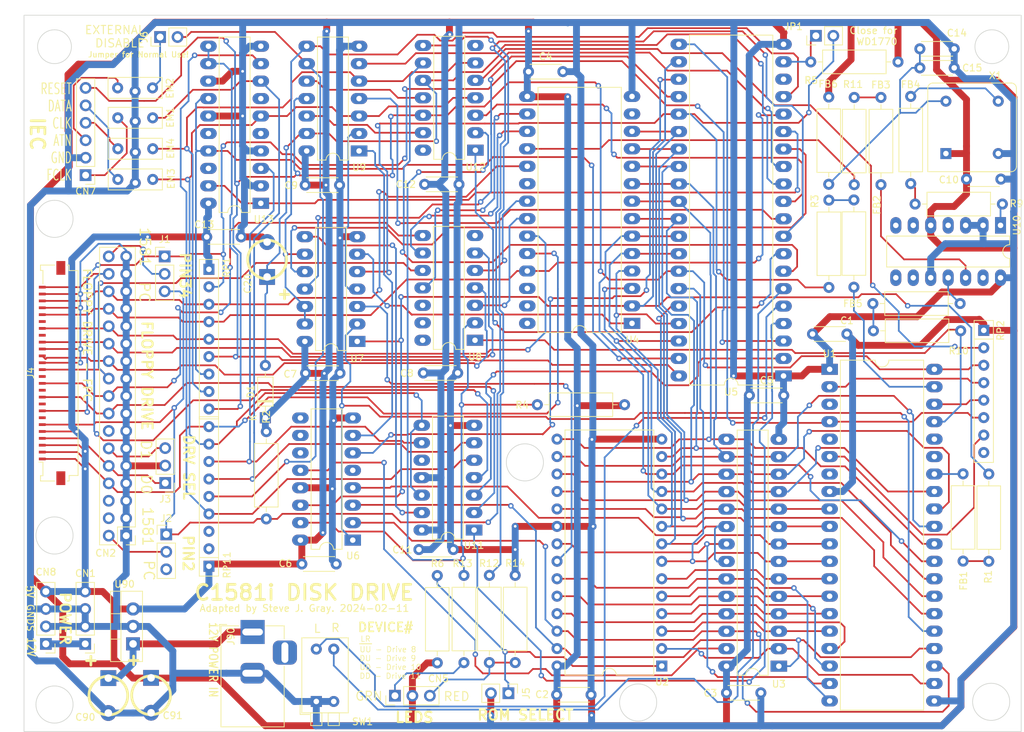
<source format=kicad_pcb>
(kicad_pcb (version 20221018) (generator pcbnew)
  (layers (0 "F.Cu" signal) (31 "B.Cu" signal) (34 "B.Paste" user) (35 "F.Paste" user) (36 "B.SilkS" user "B.Silkscreen") (37 "F.SilkS" user "F.Silkscreen") (38 "B.Mask" user) (39 "F.Mask" user) (44 "Edge.Cuts" user))
  (net 0 "")
  (net 1 "5V")
  (net 2 "GND")
  (net 3 "Net-(X1-Vcc)")
  (net 4 "Net-(D1-A)")
  (net 5 "FD_PIN2")
  (net 8 "INDEX")
  (net 9 "SELECT0")
  (net 10 "SELECT1")
  (net 12 "MOTOREN")
  (net 13 "DIRECTION")
  (net 14 "STEP")
  (net 15 "WRITEDATA")
  (net 16 "WRITEGATE")
  (net 17 "TRACK00")
  (net 18 "WRITEPROTECT")
  (net 19 "READDATA")
  (net 20 "SIDESELECT")
  (net 21 "FD_PIN34")
  (net 22 "Net-(CN7-Pin_1)")
  (net 23 "Net-(CN7-Pin_3)")
  (net 24 "Net-(CN7-Pin_4)")
  (net 25 "Net-(CN7-Pin_5)")
  (net 26 "~{RESET}")
  (net 27 "GREEN_LED")
  (net 28 "RED_LED")
  (net 29 "Net-(FB1-Pad1)")
  (net 30 "Net-(U1-R{slash}~{W})")
  (net 31 "Net-(FB2-Pad1)")
  (net 32 "Net-(U1-02)")
  (net 33 "Net-(U10-Q0)")
  (net 34 "Net-(FB3-Pad2)")
  (net 35 "Net-(X1-OUT)")
  (net 36 "Net-(FB4-Pad2)")
  (net 37 "Net-(FB5-Pad1)")
  (net 38 "Net-(U10-Q3)")
  (net 39 "~{RDY}")
  (net 40 "~{DISKCHANGE}")
  (net 42 "Net-(JP1-A)")
  (net 43 "PHI2")
  (net 44 "R{slash}~{W}")
  (net 45 "Net-(U6B-E)")
  (net 46 "Net-(U10-CP1..3)")
  (net 47 "PHI0")
  (net 48 "FDC_CLOCK")
  (net 49 "Net-(R12-Pad2)")
  (net 50 "Net-(R13-Pad1)")
  (net 51 "CNT")
  (net 52 "SP")
  (net 53 "SLOW_CLK")
  (net 54 "RDY")
  (net 55 "S0")
  (net 56 "~{IRQ}")
  (net 57 "~{NMI}")
  (net 60 "DATA")
  (net 61 "FAST_CLK")
  (net 62 "~{ATN}")
  (net 63 "Net-(U5-PA3)")
  (net 64 "Net-(U5-PA4)")
  (net 68 "A0")
  (net 69 "A1")
  (net 70 "A2")
  (net 71 "A3")
  (net 72 "A4")
  (net 73 "A5")
  (net 74 "A6")
  (net 75 "A7")
  (net 76 "A8")
  (net 77 "A9")
  (net 78 "A10")
  (net 79 "A11")
  (net 80 "A12")
  (net 81 "A13")
  (net 82 "A14")
  (net 83 "A15")
  (net 84 "D7")
  (net 85 "D6")
  (net 86 "D5")
  (net 87 "D4")
  (net 88 "D3")
  (net 89 "D2")
  (net 90 "D1")
  (net 91 "D0")
  (net 94 "~{ROM_OE}")
  (net 95 "~{RAM_OE}")
  (net 96 "~{RAMWE}")
  (net 97 "~{WD_CS}")
  (net 99 "Net-(U4-STEP)")
  (net 100 "Net-(U4-DIRC)")
  (net 102 "Net-(U4-WG)")
  (net 103 "Net-(U4-WD)")
  (net 107 "SIDE0")
  (net 108 "~{MOTOR}")
  (net 109 "POWERLED")
  (net 110 "ACTLED")
  (net 111 "DATA_IN")
  (net 112 "DATA_OUT")
  (net 113 "CLK_IN")
  (net 114 "CLK_OUT")
  (net 115 "ATN_ACK")
  (net 116 "FAST_SER_DIR")
  (net 117 "ATN_IN")
  (net 119 "~{CIA_SEL}")
  (net 120 "~{FLAG}")
  (net 122 "~{WDSEL}")
  (net 126 "Net-(U7-Pad4)")
  (net 127 "Net-(U11-Pad13)")
  (net 130 "Net-(U12-Pad11)")
  (net 131 "Net-(U12-Pad13)")
  (net 141 "12V")
  (net 142 "Net-(RP11F-R6.2)")
  (net 143 "Net-(RP11C-R3.2)")
  (net 144 "Net-(J5-Pin_1)")
  (net 145 "12VIN")
  (net 147 "DENSITY")
  (net 152 "Net-(J6-Pin_1)")
  (footprint "Connector_FFC-FPC:Molex_200528-0260_1x26-1MP_P1.00mm_Horizontal" (layer "F.Cu") (at 96.6668 89.874 90)
    (fp_text reference "J4")
    (fp_text value "FPC")
  )
  (footprint "Package_DIP:DIP-14_W7.62mm_LongPads" (layer "F.Cu") (at 158.79 57.44 180)
    (fp_text reference "U12")
    (fp_text value "7406")
  )
  (footprint "Resistor_THT:R_Axial_DIN0309_L9.0mm_D3.2mm_P12.70mm_Horizontal" (layer "F.Cu") (at 222.14 49.61 -90)
    (fp_text reference "FB4")
    (fp_text value "R")
  )
  (footprint "Capacitor_THT:C_Disc_D4.3mm_W1.9mm_P5.00mm" (layer "F.Cu") (at 223.47 42.69)
    (fp_text reference "C14")
    (fp_text value "0.1uF")
  )
  (footprint "Capacitor_THT:C_Disc_D4.3mm_W1.9mm_P5.00mm" (layer "F.Cu") (at 198.66 93.13)
    (fp_text reference "C5")
    (fp_text value "0.1uF")
  )
  (footprint "Resistor_THT:R_Axial_DIN0309_L9.0mm_D3.2mm_P12.70mm_Horizontal" (layer "F.Cu") (at 217.81 62.46 90)
    (fp_text reference "FB3")
    (fp_text value "R")
  )
  (footprint "Resistor_THT:R_Array_SIP9" (layer "F.Cu") (at 120.01 74.78 -90)
    (fp_text reference "RP1")
    (fp_text value "1K")
  )
  (footprint "c64c-library:CAP_RADIAL_P5.08MM_D6MM" (layer "F.Cu") (at 111.59 136.77 -90)
    (fp_text reference "C91")
    (fp_text value ".1uF")
  )
  (footprint "Connector_PinHeader_2.54mm:PinHeader_1x03_P2.54mm_Vertical" (layer "F.Cu") (at 113.8 113.35)
    (fp_text reference "J2")
    (fp_text value "PIN2")
  )
  (footprint "Diode_THT:D_DO-35_SOD27_P7.62mm_Horizontal" (layer "F.Cu") (at 128.22 96.38 90)
    (fp_text reference "D1")
    (fp_text value "1N914")
  )
  (footprint "LittleSixteen:EMI_Filter" (layer "F.Cu") (at 111.835 61.692 -90)
    (fp_text reference "EM3")
    (fp_text value "EMI")
  )
  (footprint "Capacitor_THT:C_Disc_D4.3mm_W1.9mm_P5.00mm" (layer "F.Cu") (at 230.26 61.65)
    (fp_text reference "C10")
    (fp_text value "0.1uF")
  )
  (footprint "Capacitor_THT:C_Disc_D4.3mm_W1.9mm_P5.00mm" (layer "F.Cu") (at 212.85 84.19 180)
    (fp_text reference "C1")
    (fp_text value "0.1uF")
  )
  (footprint "Resistor_THT:R_Axial_DIN0309_L9.0mm_D3.2mm_P12.70mm_Horizontal" (layer "F.Cu") (at 128.36 98.4 -90)
    (fp_text reference "R2")
    (fp_text value "1K")
  )
  (footprint "Resistor_THT:R_Axial_DIN0309_L9.0mm_D3.2mm_P12.70mm_Horizontal" (layer "F.Cu") (at 207.59 44.59)
    (fp_text reference "R5")
    (fp_text value "2.7K")
  )
  (footprint "LittleSixteen:EMI_Filter" (layer "F.Cu") (at 111.834999 57.23 -90)
    (fp_text reference "EM4")
    (fp_text value "EMI")
  )
  (footprint "Resistor_THT:R_Axial_DIN0309_L9.0mm_D3.2mm_P12.70mm_Horizontal" (layer "F.Cu") (at 233.5 117.26 90)
    (fp_text reference "R1")
    (fp_text value "47")
  )
  (footprint "Connector_PinHeader_2.54mm:PinHeader_1x03_P2.54mm_Vertical" (layer "F.Cu") (at 113.65 105.875 180)
    (fp_text reference "J3")
    (fp_text value "PIN2")
  )
  (footprint "Capacitor_THT:C_Disc_D4.3mm_W1.9mm_P5.00mm" (layer "F.Cu") (at 195.33 136.41)
    (fp_text reference "C3")
    (fp_text value "0.1uF")
  )
  (footprint "Connector_PinHeader_2.54mm:PinHeader_1x03_P2.54mm_Vertical" (layer "F.Cu") (at 113.57 72.9)
    (fp_text reference "J1")
    (fp_text value "PIN34")
  )
  (footprint "Connector_PinHeader_2.54mm:PinHeader_1x02_P2.54mm_Vertical" (layer "F.Cu") (at 163.59 136.47 -90)
    (fp_text reference "J5")
    (fp_text value "ROM SELECT")
  )
  (footprint "Resistor_THT:R_Axial_DIN0309_L9.0mm_D3.2mm_P12.70mm_Horizontal" (layer "F.Cu") (at 229.41 83.72 180)
    (fp_text reference "R10")
    (fp_text value "47")
  )
  (footprint "c64c-library:CAP_RADIAL_P5.08MM_D6MM" (layer "F.Cu") (at 128.48 73.35 90)
    (fp_text reference "C20")
    (fp_text value "47uF")
  )
  (footprint "Capacitor_THT:C_Disc_D4.3mm_W1.9mm_P5.00mm" (layer "F.Cu") (at 223.47 45.46)
    (fp_text reference "C15")
    (fp_text value "0.01uF")
  )
  (footprint "c64c-library:CAP_RADIAL_P5.08MM_D6MM" (layer "F.Cu") (at 105.37 136.81 -90)
    (fp_text reference "C90")
    (fp_text value "0.33uF")
  )
  (footprint "LittleSixteen:EMI_Filter" (layer "F.Cu") (at 111.805 48.37 -90)
    (fp_text reference "EM2")
    (fp_text value "EMI")
  )
  (footprint "Resistor_THT:R_Axial_DIN0309_L9.0mm_D3.2mm_P12.70mm_Horizontal" (layer "F.Cu") (at 229.76 117.24 90)
    (fp_text reference "FB1")
    (fp_text value "R")
  )
  (footprint "Package_DIP:DIP-28_W7.62mm_LongPads" (layer "F.Cu") (at 202.95 132.53 180)
    (fp_text reference "U3")
    (fp_text value "UM61256")
  )
  (footprint "Resistor_THT:R_Axial_DIN0309_L9.0mm_D3.2mm_P12.70mm_Horizontal" (layer "F.Cu") (at 164.58 132.01 90)
    (fp_text reference "R14")
    (fp_text value "1K")
  )
  (footprint "Button_Switch_THT:SW_DIP_SPSTx02_Piano_10.8x6.64mm_W7.62mm_P2.54mm" (layer "F.Cu") (at 135.636 137.668 90)
    (fp_text reference "SW1")
    (fp_text value "DEVICE ID")
  )
  (footprint "Resistor_THT:R_Axial_DIN0309_L9.0mm_D3.2mm_P12.70mm_Horizontal" (layer "F.Cu") (at 213.87 64.68 -90)
    (fp_text reference "FB2")
    (fp_text value "R")
  )
  (footprint "Capacitor_THT:C_Disc_D4.3mm_W1.9mm_P5.00mm" (layer "F.Cu") (at 150.57 115.56)
    (fp_text reference "C11")
    (fp_text value "0.1uF")
  )
  (footprint "Resistor_THT:R_Axial_DIN0309_L9.0mm_D3.2mm_P12.70mm_Horizontal" (layer "F.Cu") (at 160.82 132.01 90)
    (fp_text reference "R12")
    (fp_text value "620")
  )
  (footprint "Package_DIP:DIP-20_W7.62mm_LongPads" (layer "F.Cu") (at 127.56 65.17 180)
    (fp_text reference "U13")
    (fp_text value "74LS241")
  )
  (footprint "Package_TO_SOT_THT:TO-220-3_Vertical" (layer "F.Cu") (at 108.966 129.286 90)
    (fp_text reference "U90")
    (fp_text value "L7805")
  )
  (footprint "Connector_PinHeader_2.54mm:PinHeader_1x02_P2.54mm_Vertical" (layer "F.Cu") (at 112.903 40.9702 90)
    (fp_text reference "J6")
    (fp_text value "DRIVE ENABLE")
  )
  (footprint "Capacitor_THT:C_Disc_D4.3mm_W1.9mm_P5.00mm" (layer "F.Cu") (at 151.21 89.86)
    (fp_text reference "C8")
    (fp_text value "0.1uF")
  )
  (footprint "Connector_PinHeader_2.54mm:PinHeader_2x17_P2.54mm_Vertical" (layer "F.Cu") (at 107.97 113.54 180)
    (fp_text reference "CN2")
    (fp_text value "FLOPPY")
  )
  (footprint "Package_DIP:DIP-14_W7.62mm_LongPads" (layer "F.Cu") (at 235.21 68.38 -90)
    (fp_text reference "U10")
    (fp_text value "74LS93")
  )
  (footprint "Connector_PinHeader_2.54mm:PinHeader_1x04_P2.54mm_Vertical" (layer "F.Cu") (at 102.0064 129.286 180)
    (fp_text reference "CN1")
    (fp_text value "FLOPPY POWER")
  )
  (footprint "Connector_PinHeader_2.54mm:PinHeader_1x02_P2.54mm_Vertical" (layer "F.Cu") (at 208.34 40.79 90)
    (fp_text reference "JP1")
    (fp_text value "FDC TYPE")
  )
  (footprint "Resistor_THT:R_Axial_DIN0309_L9.0mm_D3.2mm_P12.70mm_Horizontal" (layer "F.Cu") (at 216.63 79.76)
    (fp_text reference "FB5")
    (fp_text value "R")
  )
  (footprint "Resistor_THT:R_Axial_DIN0309_L9.0mm_D3.2mm_P12.70mm_Horizontal" (layer "F.Cu") (at 167.8 94.48)
    (fp_text reference "R4")
    (fp_text value "1K")
  )
  (footprint "Resistor_THT:R_Axial_DIN0309_L9.0mm_D3.2mm_P12.70mm_Horizontal" (layer "F.Cu") (at 157.12 119.32 -90)
    (fp_text reference "R13")
    (fp_text value "150")
  )
  (footprint "Capacitor_THT:C_Disc_D4.3mm_W1.9mm_P5.00mm" (layer "F.Cu") (at 166.52 46.01)
    (fp_text reference "C4")
    (fp_text value "0.1uF")
  )
  (footprint "Resistor_THT:R_Axial_DIN0309_L9.0mm_D3.2mm_P12.70mm_Horizontal" (layer "F.Cu") (at 210.21 49.7 -90)
    (fp_text reference "FB6")
    (fp_text value "R")
  )
  (footprint "Capacitor_THT:C_Disc_D4.3mm_W1.9mm_P5.00mm" (layer "F.Cu") (at 134.02 62.52)
    (fp_text reference "C9")
    (fp_text value "0.1uF")
  )
  (footprint "Package_DIP:DIP-28_W15.24mm_LongPads" (layer "F.Cu") (at 181.58 82.64 180)
    (fp_text reference "U4")
    (fp_text value "WD1770")
  )
  (footprint "LittleSixteen:EMI_Filter" (layer "F.Cu") (at 111.825 52.73 -90)
    (fp_text reference "EM1")
    (fp_text value "EMI")
  )
  (footprint "Capacitor_THT:C_Disc_D4.3mm_W1.9mm_P5.00mm" (layer "F.Cu") (at 151.4 62.41)
    (fp_text reference "C12")
    (fp_text value "0.1uF")
  )
  (footprint "Capacitor_THT:C_Disc_D4.3mm_W1.9mm_P5.00mm" (layer "F.Cu") (at 119.69 70.06)
    (fp_text reference "C13")
    (fp_text value "0.1uF")
  )
  (footprint "Capacitor_THT:C_Disc_D4.3mm_W1.9mm_P5.00mm" (layer "F.Cu") (at 134.08 89.89)
    (fp_text reference "C7")
    (fp_text value "0.1uF")
  )
  (footprint "Capacitor_THT:C_Disc_D4.3mm_W1.9mm_P5.00mm" (layer "F.Cu") (at 170.62 136.69)
    (fp_text reference "C2")
    (fp_text value "0.1uF")
  )
  (footprint "Resistor_THT:R_Axial_DIN0309_L9.0mm_D3.2mm_P12.70mm_Horizontal" (layer "F.Cu") (at 210.23 64.71 -90)
    (fp_text reference "R3")
    (fp_text value "47")
  )
  (footprint "Connector_PinHeader_2.54mm:PinHeader_1x04_P2.54mm_Vertical" (layer "F.Cu") (at 96.2764 129.286 180)
    (fp_text reference "CN8")
    (fp_text value "EXTERNAL POWER")
  )
  (footprint "Package_DIP:DIP-40_W15.24mm_LongPads" (layer "F.Cu") (at 210.34 89.33)
    (fp_text reference "U1")
    (fp_text value "6502")
  )
  (footprint "Package_DIP:DIP-14_W7.62mm_LongPads" (layer "F.Cu") (at 141.59 85.27 180)
    (fp_text reference "U7")
    (fp_text value "74LS00")
  )
  (footprint "Resistor_THT:R_Axial_DIN0309_L9.0mm_D3.2mm_P12.70mm_Horizontal" (layer "F.Cu") (at 213.92 49.76 -90)
    (fp_text reference "R11")
    (fp_text value "47")
  )
  (footprint "Connector_PinHeader_2.54mm:PinHeader_1x03_P2.54mm_Vertical" (layer "F.Cu") (at 147.08 136.83 90)
    (fp_text reference "CN5")
    (fp_text value "LEDS")
  )
  (footprint "Oscillator:Oscillator_DIP-8" (layer "F.Cu") (at 227.26 57.93)
    (fp_text reference "X1")
    (fp_text value "CXO_DIP8")
  )
  (footprint "Package_DIP:DIP-40_W15.24mm_LongPads" (layer "F.Cu") (at 203.63 90.29 180)
    (fp_text reference "U5")
    (fp_text value "6526")
  )
  (footprint "Capacitor_THT:C_Disc_D4.3mm_W1.9mm_P5.00mm" (layer "F.Cu") (at 133.53 117.66)
    (fp_text reference "C6")
    (fp_text value "0.1uF")
  )
  (footprint "Resistor_THT:R_Array_SIP8" (layer "F.Cu") (at 232.77 83.66 -90)
    (fp_text reference "RP2")
    (fp_text value "2.7K")
  )
  (footprint "Connector_PinHeader_2.54mm:PinHeader_1x06_P2.54mm_Vertical" (layer "F.Cu") (at 102.065 61.078 180)
    (fp_text reference "CN7")
    (fp_text value "INTERNAL IEC")
  )
  (footprint "Package_DIP:DIP-16_W7.62mm_LongPads" (layer "F.Cu") (at 140.94 114.19 180)
    (fp_text reference "U6")
    (fp_text value "74LS139")
  )
  (footprint "Package_DIP:DIP-14_W7.62mm_LongPads" (layer "F.Cu") (at 158.73 85.1 180)
    (fp_text reference "U8")
    (fp_text value "7405")
  )
  (footprint "Package_DIP:DIP-28_W15.24mm" (layer "F.Cu") (at 185.91 132.51 180)
    (fp_text reference "U2")
    (fp_text value "27C512")
  )
  (footprint "Connector_BarrelJack:BarrelJack_Horizontal" (layer "F.Cu") (at 126.364 127.556 90)
    (fp_text reference "J90")
    (fp_text value "Barrel_Jack")
  )
  (footprint "Resistor_THT:R_Array_SIP9" (layer "F.Cu") (at 120.01 117.99 90)
    (fp_text reference "RP11")
    (fp_text value "1K")
  )
  (footprint "Resistor_THT:R_Axial_DIN0309_L9.0mm_D3.2mm_P12.70mm_Horizontal" (layer "F.Cu") (at 153.24 132.05 90)
    (fp_text reference "R6")
    (fp_text value "47")
  )
  (footprint "Package_DIP:DIP-14_W7.62mm_LongPads" (layer "F.Cu") (at 158.6 112.72 180)
    (fp_text reference "U11")
    (fp_text value "7407")
  )
  (footprint "Package_DIP:DIP-14_W7.62mm_LongPads" (layer "F.Cu") (at 141.86 57.55 180)
    (fp_text reference "U9")
    (fp_text value "74LS14")
  )
  (footprint "Resistor_THT:R_Axial_DIN0309_L9.0mm_D3.2mm_P12.70mm_Horizontal" (layer "F.Cu") (at 235.48 65.28 180)
    (fp_text reference "R9")
    (fp_text value "47")
  )
  (gr_line (start 141.95 129.27) (end 143.68 129.27) (stroke (width 0.15)) (layer "F.SilkS"))
  (gr_rect (start 93.0992 37.8) (end 238.22 142.0488) (stroke (width 0.1)) (fill none) (layer "Edge.Cuts"))
  (gr_circle (center 97.536 113.51) (end 100.237851 113.51) (stroke (width 0.1)) (fill none) (layer "Edge.Cuts"))
  (gr_circle (center 97.536 67.43) (end 100.237851 67.43) (stroke (width 0.1)) (fill none) (layer "Edge.Cuts"))
  (gr_circle (center 97.536 138.1125) (end 100.237851 138.1125) (stroke (width 0.1)) (fill none) (layer "Edge.Cuts"))
  (gr_circle (center 97.536 42.38) (end 95.072507 42.38) (stroke (width 0.1)) (fill none) (layer "Edge.Cuts"))
  (gr_circle (center 182.4736 137.8204) (end 184.5736 139.5204) (stroke (width 0.1)) (fill none) (layer "Edge.Cuts"))
  (gr_circle (center 233.85 137.72) (end 235.95 139.42) (stroke (width 0.1)) (fill none) (layer "Edge.Cuts"))
  (gr_circle (center 233.95 42.38) (end 235.27 44.46) (stroke (width 0.1)) (fill none) (layer "Edge.Cuts"))
  (gr_circle (center 165.989 102.87) (end 168.089 104.57) (stroke (width 0.1)) (fill none) (layer "Edge.Cuts"))
  (gr_text "POWER" (at 98.21 121.59 270) (layer "F.SilkS") (effects (font (size 1.5 1.5) (thickness 0.3) bold) (justify left bottom)))
  (gr_text "PIN34" (at 115.66 72.17 270) (layer "F.SilkS") (effects (font (size 1.5 1.5) (thickness 0.3) bold) (justify left bottom)))
  (gr_text "Close for\nWD1770" (at 220.29 42.22) (layer "F.SilkS") (effects (font (size 1 1)) (justify right bottom)))
  (gr_text "RED" (at 154.07 137.7) (layer "F.SilkS") (effects (font (size 1.3 1.3)) (justify left bottom)))
  (gr_text "Jumper for Normal Use!" (at 117.1702 43.9928) (layer "F.SilkS") (effects (font (size 0.8 0.8)) (justify right bottom)))
  (gr_text "R" (at 137.7188 127.6604) (layer "F.SilkS") (effects (font (size 1.2 1.2)) (justify left bottom)))
  (gr_text "DEVICE#" (at 141.55 127.63) (layer "F.SilkS") (effects (font (size 1.3 1.3) (thickness 0.25) bold) (justify left bottom)))
  (gr_text "FLOPPY DRIVE" (at 110.12 82.14 270) (layer "F.SilkS") (effects (font (size 1.5 1.5) (thickness 0.3) bold) (justify left bottom)))
  (gr_text "EXTERNAL\nDISABLE" (at 110.744 42.5704) (layer "F.SilkS") (effects (font (size 1.2 1.2)) (justify right bottom)))
  (gr_text "L" (at 135.1788 127.762) (layer "F.SilkS") (effects (font (size 1.2 1.2)) (justify left bottom)))
  (gr_text "Adapted by Steve J. Gray. 2024-02-11" (at 118.57 124.69) (layer "F.SilkS") (effects (font (size 1 1)) (justify left bottom)))
  (gr_text "UU - Drive 8\nDU - Drive 9\nUD - Drive 10\nDD - Drive 11" (at 141.88 134.4268) (layer "F.SilkS") (effects (font (size 0.8 0.8) (thickness 0.1)) (justify left bottom)))
  (gr_text "ROM SELECT" (at 166.06 140.52) (layer "F.SilkS") (effects (font (size 1.5 1.5) (thickness 0.3) bold) (justify bottom)))
  (gr_text "GRN" (at 141.21 137.65) (layer "F.SilkS") (effects (font (size 1.3 1.3)) (justify left bottom)))
  (gr_text "1581" (at 110.22 109.23 -90) (layer "F.SilkS") (effects (font (size 1.5 1.5) (thickness 0.1875)) (justify left bottom)))
  (gr_text "LR" (at 142.01 129.03) (layer "F.SilkS") (effects (font (size 0.8 0.8) (thickness 0.1)) (justify left bottom)))
  (gr_text "RESET\nDATA\nCLK\nATN\nGND\nFCLK" (at 100.135 61.97) (layer "F.SilkS") (effects (font (size 1.56 1)) (justify right bottom)))
  (gr_text "12V POWER IN" (at 119.9388 126.0348 270) (layer "F.SilkS") (effects (font (size 1.2 1) (thickness 0.1875)) (justify left bottom)))
  (gr_text "FLOPPY DRIVE - FPC" (at 101.6 74.52 270) (layer "F.SilkS") (effects (font (size 1.2 1.2) (thickness 0.2) bold) (justify left bottom)))
  (gr_text "DRV SEL" (at 116.2 98.67 270) (layer "F.SilkS") (effects (font (size 1.5 1.5) (thickness 0.3) bold) (justify left bottom)))
  (gr_text "D1" (at 109.99 99.47 -90) (layer "F.SilkS") (effects (font (size 1.5 1.5) (thickness 0.1875)) (justify left bottom)))
  (gr_text "5V" (at 93.29 120.67 -90) (layer "F.SilkS") (effects (font (size 1.2 1) (thickness 0.1875)) (justify left bottom)))
  (gr_text "LEDS" (at 146.96 140.86) (layer "F.SilkS") (effects (font (size 1.5 1.5) (thickness 0.3) bold) (justify left bottom)))
  (gr_text "1581" (at 109.83 68.53 -90) (layer "F.SilkS") (effects (font (size 1.5 1.5) (thickness 0.1875)) (justify left bottom)))
  (gr_text "D0" (at 110.02 104.47 -90) (layer "F.SilkS") (effects (font (size 1.5 1.5) (thickness 0.1875)) (justify left bottom)))
  (gr_text "PC" (at 110.41 116.98 -90) (layer "F.SilkS") (effects (font (size 1.5 1.5) (thickness 0.1875)) (justify left bottom)))
  (gr_text "GNDS" (at 93.45 123.39 270) (layer "F.SilkS") (effects (font (size 1 1)) (justify left bottom)))
  (gr_text "C1581i DISK DRIVE" (at 117.68 123.11) (layer "F.SilkS") (effects (font (size 2.2 2.2) (thickness 0.4)) (justify left bottom)))
  (gr_text "12V" (at 93.45 128.24 270) (layer "F.SilkS") (effects (font (size 1.2 1) (thickness 0.1875)) (justify left bottom)))
  (gr_text "IEC" (at 93.87 52.42 270) (layer "F.SilkS") (effects (font (size 2 2) (thickness 0.4) bold) (justify left bottom)))
  (gr_text "PC" (at 109.76 76.49 -90) (layer "F.SilkS") (effects (font (size 1.5 1.5) (thickness 0.1875)) (justify left bottom)))
  (gr_text "PIN2" (at 116.12 113.3 -90) (layer "F.SilkS") (effects (font (size 1.5 1.5) (thickness 0.3) bold) (justify left bottom)))
  (segment (start 101.015074 44.92) (end 99.5038 46.431274) (width 1) (layer "F.Cu") (net 1))
  (segment (start 149.62 136.83) (end 149.62 141.0244) (width 1) (layer "F.Cu") (net 1))
  (segment (start 214.5 85.84) (end 223.63 85.84) (width 1) (layer "F.Cu") (net 1))
  (segment (start 237.09 83.66) (end 232.77 83.66) (width 1) (layer "F.Cu") (net 1))
  (segment (start 228.44 65.63) (end 225.71 65.63) (width 1) (layer "F.Cu") (net 1))
  (segment (start 136.6 113.1) (end 135.51 114.19) (width 1) (layer "F.Cu") (net 1))
  (segment (start 98.741052 131.14) (end 98.741052 131.181052) (width 1) (layer "F.Cu") (net 1))
  (segment (start 121.2944 134.2644) (end 128.2244 141.1944) (width 1) (layer "F.Cu") (net 1))
  (segment (start 133.53 117.66) (end 133.53 114.4) (width 1) (layer "F.Cu") (net 1))
  (segment (start 166.38 49.66) (end 166.34 49.62) (width 1) (layer "F.Cu") (net 1))
  (segment (start 212.85 84.19) (end 214.5 85.84) (width 1) (layer "F.Cu") (net 1))
  (segment (start 95.7568 100.374) (end 101.1204 100.374) (width 0.25) (layer "F.Cu") (net 1))
  (segment (start 128.2244 141.1944) (end 149.79 141.1944) (width 1) (layer "F.Cu") (net 1))
  (segment (start 106.08 44.92) (end 101.015074 44.92) (width 1) (layer "F.Cu") (net 1))
  (segment (start 155.01 38.82) (end 155.01 40.54) (width 1) (layer "F.Cu") (net 1))
  (segment (start 166.51 40.125) (end 166.51 38.875) (width 1) (layer "F.Cu") (net 1))
  (segment (start 195.09 141.1944) (end 170.87 141.1944) (width 1) (layer "F.Cu") (net 1))
  (segment (start 223.71 38.86) (end 220.31 38.86) (width 1) (layer "F.Cu") (net 1))
  (segment (start 155.01 40.54) (end 155.065 40.595) (width 1) (layer "F.Cu") (net 1))
  (segment (start 232.77 82.72) (end 232.77 83.66) (width 1) (layer "F.Cu") (net 1))
  (segment (start 230.26 57.87) (end 230.26 61.65) (width 1) (layer "F.Cu") (net 1))
  (segment (start 99.675 54.774726) (end 99.675 59.815) (width 1) (layer "F.Cu") (net 1))
  (segment (start 167.22 38.82) (end 167.26 38.86) (width 1) (layer "F.Cu") (net 1))
  (segment (start 203.69 40.35) (end 202.2 38.86) (width 1) (layer "F.Cu") (net 1))
  (segment (start 225.9 41.05) (end 223.71 38.86) (width 1) (layer "F.Cu") (net 1))
  (segment (start 220.29 38.88) (end 220.29 44.59) (width 1) (layer "F.Cu") (net 1))
  (segment (start 232.06 82.09) (end 232.1 82.05) (width 1) (layer "F.Cu") (net 1))
  (segment (start 173.61 94.62) (end 180.36 94.62) (width 1) (layer "F.Cu") (net 1))
  (segment (start 153.24 132.05) (end 151.7696 132.05) (width 1) (layer "F.Cu") (net 1))
  (segment (start 104.5464 121.666) (end 102.0064 121.666) (width 1) (layer "F.Cu") (net 1))
  (segment (start 225.05 66.33) (end 225.05 68.38) (width 1) (layer "F.Cu") (net 1))
  (segment (start 232.1 82.05) (end 232.77 82.72) (width 1) (layer "F.Cu") (net 1))
  (segment (start 94.04 119.4296) (end 96.2764 121.666) (width 1) (layer "F.Cu") (net 1))
  (segment (start 230.26 56.86) (end 230.26 57.87) (width 1) (layer "F.Cu") (net 1))
  (segment (start 230.2 57.93) (end 227.26 57.93) (width 1) (layer "F.Cu") (net 1))
  (segment (start 227.2 47.05) (end 225.9 45.75) (width 1) (layer "F.Cu") (net 1))
  (segment (start 111.08 70.06) (end 119.69 70.06) (width 1) (layer "F.Cu") (net 1))
  (segment (start 99.5038 54.603526) (end 99.675 54.774726) (width 1) (layer "F.Cu") (net 1))
  (segment (start 108.966 134.2644) (end 121.2944 134.2644) (width 1) (layer "F.Cu") (net 1))
  (segment (start 213.46 44.25) (end 210.21 47.5) (width 1) (layer "F.Cu") (net 1))
  (segment (start 203.63 40.29) (end 203.63 42.03) (width 1) (layer "F.Cu") (net 1))
  (segment (start 99.5038 46.431274) (end 99.5038 54.603526) (width 1) (layer "F.Cu") (net 1))
  (segment (start 96.2764 121.666) (end 98.741052 124.130652) (width 1) (layer "F.Cu") (net 1))
  (segment (start 99.675 59.815) (end 94.04 65.45) (width 1) (layer "F.Cu") (net 1))
  (segment (start 230.26 56.86) (end 230.26 50.06) (width 1) (layer "F.Cu") (net 1))
  (segment (start 220.31 38.86) (end 213.46 38.86) (width 1) (layer "F.Cu") (net 1))
  (segment (start 203.69 40.35) (end 203.63 40.29) (width 1) (layer "F.Cu") (net 1))
  (segment (start 230.26 57.87) (end 230.2 57.93) (width 1) (layer "F.Cu") (net 1))
  (segment (start 106.172 124.1044) (end 106.172 123.2916) (width 1) (layer "F.Cu") (net 1))
  (segment (start 100.5604 102.374) (end 102.0064 103.82) (width 0.25) (layer "F.Cu") (net 1))
  (segment (start 155.01 38.82) (end 167.22 38.82) (width 1) (layer "F.Cu") (net 1))
  (segment (start 95.7568 102.374) (end 100.5604 102.374) (width 0.25) (layer "F.Cu") (net 1))
  (segment (start 106.172 124.1044) (end 106.2736 124.206) (width 1) (layer "F.Cu") (net 1))
  (segment (start 229.45 134.52) (end 229.45 138.41) (width 1) (layer "F.Cu") (net 1))
  (segment (start 195.33 136.41) (end 195.33 140.9544) (width 1) (layer "F.Cu") (net 1))
  (segment (start 98.741052 131.181052) (end 99.75 132.19) (width 1) (layer "F.Cu") (net 1))
  (segment (start 108.966 134.2644) (end 106.172 131.4704) (width 1) (layer "F.Cu") (net 1))
  (segment (start 195.33 140.9544) (end 195.09 141.1944) (width 1) (layer "F.Cu") (net 1))
  (segment (start 226.6656 141.1944) (end 195.09 141.1944) (width 1) (layer "F.Cu") (net 1))
  (segment (start 223.63 85.84) (end 227.38 82.09) (width 1) (layer "F.Cu") (net 1))
  (segment (start 155.01 38.82) (end 137.15 38.82) (width 1) (layer "F.Cu") (net 1))
  (segment (start 106.2736 124.206) (end 108.966 124.206) (width 1) (layer "F.Cu") (net 1))
  (segment (start 180.36 94.62) (end 180.5 94.48) (width 1) (layer "F.Cu") (net 1))
  (segment (start 101.1204 100.374) (end 102.0064 101.26) (width 0.25) (layer "F.Cu") (net 1))
  (segment (start 149.79 141.1944) (end 170.87 141.1944) (width 1) (layer "F.Cu") (net 1))
  (segment (start 225.03 66.31) (end 225.05 66.33) (width 1) (layer "F.Cu") (net 1))
  (segment (start 137.15 40.12) (end 137.15 38.82) (width 1) (layer "F.Cu") (net 1))
  (segment (start 133.53 114.4) (end 133.32 114.19) (width 1) (layer "F.Cu") (net 1))
  (segment (start 225.05 69.92) (end 226.82 71.69) (width 1) (layer "F.Cu") (net 1))
  (segment (start 133.53 117.66) (end 120.34 117.66) (width 1) (layer "F.Cu") (net 1))
  (segment (start 137.15 38.82) (end 112.18 38.82) (width 1) (layer "F.Cu") (net 1))
  (segment (start 237.15 83.72) (end 237.15 126.82) (width 1) (layer "F.Cu") (net 1))
  (segment (start 202.15 38.86) (end 209.8548 38.86) (width 1) (layer "F.Cu") (net 1))
  (segment (start 134.02 62.52) (end 137.04 62.52) (width 1) (layer "F.Cu") (net 1))
  (segment (start 106.172 123.2916) (end 104.5464 121.666) (width 1) (layer "F.Cu") (net 1))
  (segment (start 230.26 61.65) (end 230.26 63.81) (width 1) (layer "F.Cu") (net 1))
  (segment (start 100.7468 98.374) (end 100.7668 98.394) (width 0.25) (layer "F.Cu") (net 1))
  (segment (start 135.51 114.19) (end 133.32 114.19) (width 1) (layer "F.Cu") (net 1))
  (segment (start 151.7696 132.05) (end 149.62 134.1996) (width 1) (layer "F.Cu") (net 1))
  (segment (start 170.62 136.69) (end 170.62 140.9444) (width 1) (layer "F.Cu") (net 1))
  (segment (start 225.9 45.75) (end 225.9 41.05) (width 1) (layer "F.Cu") (net 1))
  (segment (start 99.75 132.19) (end 106.8916 132.19) (width 1) (layer "F.Cu") (net 1))
  (segment (start 225.05 68.38) (end 225.05 69.92) (width 1) (layer "F.Cu") (net 1))
  (segment (start 237.15 83.72) (end 237.09 83.66) (width 1) (layer "F.Cu") (net 1))
  (segment (start 172.22 49.66) (end 166.38 49.66) (width 1) (layer "F.Cu") (net 1))
  (segment (start 136.8 89.92) (end 134.11 89.92) (width 1) (layer "F.Cu") (net 1))
  (segment (start 149.62 134.1996) (end 149.62 136.83) (width 1) (layer "F.Cu") (net 1))
  (segment (start 95.7568 98.374) (end 100.7468 98.374) (width 0.25) (layer "F.Cu") (net 1))
  (segment (start 234.67 47.26) (end 227.46 47.26) (width 1) (layer "F.Cu") (net 1))
  (segment (start 149.62 141.0244) (end 149.79 141.1944) (width 1) (layer "F.Cu") (net 1))
  (segment (start 229.45 138.41) (end 226.6656 141.1944) (width 1) (layer "F.Cu") (net 1))
  (segment (start 120.34 117.66) (end 120.01 117.99) (width 1) (layer "F.Cu") (net 1))
  (segment (start 213.46 38.86) (end 209.8548 38.86) (width 1) (layer "F.Cu") (net 1))
  (segment (start 134.11 89.92) (end 134.08 89.89) (width 1) (layer "F.Cu") (net 1))
  (segment (start 112.18 38.82) (end 106.08 44.92) (width 1) (layer "F.Cu") (net 1))
  (segment (start 213.46 38.86) (end 213.46 44.25) (width 1) (layer "F.Cu") (net 1))
  (segment (start 237.15 71.69) (end 237.15 83.72) (width 1) (layer "F.Cu") (net 1))
  (segment (start 167.26 38.86) (end 202.15 38.86) (width 1) (layer "F.Cu") (net 1))
  (segment (start 237.15 49.74) (end 234.67 47.26) (width 1) (layer "F.Cu") (net 1))
  (segment (start 170.62 140.9444) (end 170.87 141.1944) (width 1) (layer "F.Cu") (net 1))
  (segment (start 226.82 71.69) (end 237.15 71.69) (width 1) (layer "F.Cu") (net 1))
  (segment (start 227.25 47.05) (end 227.2 47.05) (width 1) (layer "F.Cu") (net 1))
  (segment (start 237.15 126.82) (end 229.45 134.52) (width 1) (layer "F.Cu") (net 1))
  (segment (start 202.2 38.86) (end 202.15 38.86) (width 1) (layer "F.Cu") (net 1))
  (segment (start 227.46 47.26) (end 227.25 47.05) (width 1) (layer "F.Cu") (net 1))
  (segment (start 94.04 65.45) (end 94.04 119.4296) (width 1) (layer "F.Cu") (net 1))
  (segment (start 106.172 131.4704) (end 106.172 124.1044) (width 1) (layer "F.Cu") (net 1))
  (segment (start 227.38 82.09) (end 232.06 82.09) (width 1) (layer "F.Cu") (net 1))
  (segment (start 98.741052 124.130652) (end 98.741052 131.14) (width 1) (layer "F.Cu") (net 1))
  (segment (start 220.31 38.86) (end 220.29 38.88) (width 1) (layer "F.Cu") (net 1))
  (segment (start 106.8916 132.19) (end 108.966 134.2644) (width 1) (layer "F.Cu") (net 1))
  (segment (start 230.26 50.06) (end 227.46 47.26) (width 1) (layer "F.Cu") (net 1))
  (segment (start 225.71 65.63) (end 225.03 66.31) (width 1) (layer "F.Cu") (net 1))
  (segment (start 230.26 63.81) (end 228.44 65.63) (width 1) (layer "F.Cu") (net 1))
  (segment (start 237.15 71.69) (end 237.15 49.74) (width 1) (layer "F.Cu") (net 1))
  (segment (start 210.21 47.5) (end 210.21 49.7) (width 1) (layer "F.Cu") (net 1))
  (via (at 102.0064 101.26) (size 0.8) (drill 0.4) (layers "F.Cu" "B.Cu") (net 1))
  (via (at 137.04 62.52) (size 0.8) (drill 0.4) (layers "F.Cu" "B.Cu") (net 1))
  (via (at 166.51 40.125) (size 0.8) (drill 0.4) (layers "F.Cu" "B.Cu") (net 1))
  (via (at 172.22 49.66) (size 0.8) (drill 0.4) (layers "F.Cu" "B.Cu") (net 1))
  (via (at 137.15 40.12) (size 0.8) (drill 0.4) (layers "F.Cu" "B.Cu") (net 1))
  (via (at 136.6 113.1) (size 0.8) (drill 0.4) (layers "F.Cu" "B.Cu") (net 1))
  (via (at 173.61 94.62) (size 0.8) (drill 0.4) (layers "F.Cu" "B.Cu") (net 1))
  (via (at 136.8 89.92) (size 0.8) (drill 0.4) (layers "F.Cu" "B.Cu") (net 1))
  (via (at 100.7668 98.394) (size 0.8) (drill 0.4) (layers "F.Cu" "B.Cu") (net 1))
  (via (at 111.08 70.06) (size 0.8) (drill 0.4) (layers "F.Cu" "B.Cu") (net 1))
  (via (at 102.0064 103.82) (size 0.8) (drill 0.4) (layers "F.Cu" "B.Cu") (net 1))
  (via (at 155.065 40.595) (size 0.8) (drill 0.4) (layers "F.Cu" "B.Cu") (net 1))
  (segment (start 153.77 112.7) (end 153.77 105.1) (width 1) (layer "B.Cu") (net 1))
  (segment (start 153.77 114.11) (end 152.32 115.56) (width 1) (layer "B.Cu") (net 1))
  (segment (start 166.34 49.62) (end 166.34 46.19) (width 1) (layer "B.Cu") (net 1))
  (segment (start 119.94 67.06) (end 119.69 67.31) (width 1) (layer "B.Cu") (net 1))
  (segment (start 137.4902 64.0402) (end 137.4902 89.2298) (width 1) (layer "B.Cu") (net 1))
  (segment (start 213.68 105.08) (end 213.68 85.02) (width 1) (layer "B.Cu") (net 1))
  (segment (start 153.77 90) (end 154.48 89.29) (width 1) (layer "B.Cu") (net 1))
  (segment (start 153.77 105.1) (end 150.98 105.1) (width 1) (layer "B.Cu") (net 1))
  (segment (start 166.52 46.01) (end 166.52 40.135) (width 1) (layer "B.Cu") (net 1))
  (segment (start 173.61 94.62) (end 173.61 130.77) (width 1) (layer "B.Cu") (net 1))
  (segment (start 120.01 120.66) (end 120.01 117.99) (width 1) (layer "B.Cu") (net 1))
  (segment (start 153.77 113.49) (end 153.77 114.11) (width 1) (layer "B.Cu") (net 1))
  (segment (start 200.25 42.03) (end 198.64 43.64) (width 1) (layer "B.Cu") (net 1))
  (segment (start 154.985 40.595) (end 154.3304 41.2496) (width 1) (layer "B.Cu") (net 1))
  (segment (start 203.63 42.03) (end 200.25 42.03) (width 1) (layer "B.Cu") (net 1))
  (segment (start 198.64 43.64) (end 198.64 93.11) (width 1) (layer "B.Cu") (net 1))
  (segment (start 173.61 130.77) (end 171.87 132.51) (width 1) (layer "B.Cu") (net 1))
  (segment (start 136.6 113.1) (end 136.6 90.98) (width 1) (layer "B.Cu") (net 1))
  (segment (start 134.08 89.89) (end 134.08 90.52) (width 1) (layer "B.Cu") (net 1))
  (segment (start 154.48 63.52) (end 153.37 62.41) (width 1) (layer "B.Cu") (net 1))
  (segment (start 153.77 113.49) (end 153.77 112.7) (width 1) (layer "B.Cu") (net 1))
  (segment (start 198.64 93.11) (end 198.66 93.13) (width 1) (layer "B.Cu") (net 1))
  (segment (start 137.15 40.12) (end 137.04 40.23) (width 1) (layer "B.Cu") (net 1))
  (segment (start 172.22 84.89) (end 173.61 86.28) (width 1) (layer "B.Cu") (net 1))
  (segment (start 152.32 115.56) (end 150.57 115.56) (width 1) (layer "B.Cu") (net 1))
  (segment (start 116.464 124.206) (end 120.01 120.66) (width 1) (layer "B.Cu") (net 1))
  (segment (start 119.69 67.31) (end 119.69 70.06) (width 1) (layer "B.Cu") (net 1))
  (segment (start 102.0064 103.82) (end 102.0064 101.26) (width 1) (layer "B.Cu") (net 1))
  (segment (start 100.0468 73.3232) (end 100.0468 97.674) (width 1) (layer "B.Cu") (net 1))
  (segment (start 153.75 112.72) (end 153.77 112.7) (width 1) (layer "B.Cu") (net 1))
  (segment (start 136.6 90.98) (end 136.8 90.78) (width 1) (layer "B.Cu") (net 1))
  (segment (start 155.065 40.595) (end 154.985 40.595) (width 1) (layer "B.Cu") (net 1))
  (segment (start 128.22 98.26) (end 128.36 98.4) (width 1) (layer "B.Cu") (net 1))
  (segment (start 150.98 112.72) (end 153.75 112.72) (width 1) (layer "B.Cu") (net 1))
  (segment (start 212.23 107.11) (end 210.34 107.11) (width 1) (layer "B.Cu") (net 1))
  (segment (start 198.3618 130.1082) (end 198.3618 93.4282) (width 1) (layer "B.Cu") (net 1))
  (segment (start 137.04 40.23) (end 137.04 62.52) (width 1) (layer "B.Cu") (net 1))
  (segment (start 213.68 105.08) (end 213.68 105.66) (width 1) (layer "B.Cu") (net 1))
  (segment (start 134.02 62.52) (end 134.02 57.77) (width 1) (layer "B.Cu") (net 1))
  (segment (start 133.97 85.27) (end 133.97 89.78) (width 1) (layer "B.Cu") (net 1))
  (segment (start 111.08 70.06) (end 111.07 70.07) (width 1) (layer "B.Cu") (net 1))
  (segment (start 154.3304 41.2496) (end 154.3304 61.4496) (width 1) (layer "B.Cu") (net 1))
  (segment (start 170.67 132.51) (end 170.67 136.64) (width 1) (layer "B.Cu") (net 1))
  (segment (start 154.3304 61.4496) (end 153.37 62.41) (width 1) (layer "B.Cu") (net 1))
  (segment (start 195.33 132.53) (end 195.94 132.53) (width 1) (layer "B.Cu") (net 1))
  (segment (start 137.4902 89.2298) (end 136.8 89.92) (width 1) (layer "B.Cu") (net 1))
  (segment (start 153.37 62.41) (end 151.4 62.41) (width 1) (layer "B.Cu") (net 1))
  (segment (start 137.04 62.52) (end 137.04 63.59) (width 1) (layer "B.Cu") (net 1))
  (segment (start 134.08 90.52) (end 128.22 96.38) (width 1) (layer "B.Cu") (net 1))
  (segment (start 154.48 89.29) (end 154.48 63.52) (width 1) (layer "B.Cu") (net 1))
  (segment (start 103.3 70.07) (end 100.0468 73.3232) (width 1) (layer "B.Cu") (net 1))
  (segment (start 128.22 96.38) (end 128.22 98.26) (width 1) (layer "B.Cu") (net 1))
  (segment (start 119.69 70.06) (end 119.69 72.69) (width 1) (layer "B.Cu") (net 1))
  (segment (start 151.21 89.86) (end 153.63 89.86) (width 1) (layer "B.Cu") (net 1))
  (segment (start 213.68 105.66) (end 212.23 107.11) (width 1) (layer "B.Cu") (net 1))
  (segment (start 172.22 49.66) (end 172.22 84.89) (width 1) (layer "B.Cu") (net 1))
  (segment (start 102.0064 101.26) (end 102.0064 99.6336) (width 1) (layer "B.Cu") (net 1))
  (segment (start 136.8 90.78) (end 136.8 89.92) (width 1) (layer "B.Cu") (net 1))
  (segment (start 166.51 40.125) (end 166.52 40.135) (width 1) (layer "B.Cu") (net 1))
  (segment (start 195.33 132.53) (end 195.33 136.41) (width 1) (layer "B.Cu") (net 1))
  (segment (start 166.34 46.19) (end 166.52 46.01) (width 1) (layer "B.Cu") (net 1))
  (segment (start 173.61 86.28) (end 173.61 94.62) (width 1) (layer "B.Cu") (net 1))
  (segment (start 153.63 89.86) (end 153.77 90) (width 1) (layer "B.Cu") (net 1))
  (segment (start 133.97 89.78) (end 134.08 89.89) (width 1) (layer "B.Cu") (net 1))
  (segment (start 195.94 132.53) (end 198.3618 130.1082) (width 1) (layer "B.Cu") (net 1))
  (segment (start 100.0468 97.674) (end 100.7668 98.394) (width 1) (layer "B.Cu") (net 1))
  (segment (start 153.77 105.1) (end 153.77 90) (width 1) (layer "B.Cu") (net 1))
  (segment (start 171.87 132.51) (end 170.67 132.51) (width 1) (layer "B.Cu") (net 1))
  (segment (start 102.0064 121.666) (end 102.0064 103.82) (width 1) (layer "B.Cu") (net 1))
  (segment (start 134.02 57.77) (end 134.24 57.55) (width 1) (layer "B.Cu") (net 1))
  (segment (start 108.966 124.206) (end 116.464 124.206) (width 1) (layer "B.Cu") (net 1))
  (segment (start 137.04 63.59) (end 137.4902 64.0402) (width 1) (layer "B.Cu") (net 1))
  (segment (start 213.68 85.02) (end 212.85 84.19) (width 1) (layer "B.Cu") (net 1))
  (segment (start 119.94 67.06) (end 119.94 65.17) (width 1) (layer "B.Cu") (net 1))
  (segment (start 170.67 136.64) (end 170.62 136.69) (width 1) (layer "B.Cu") (net 1))
  (segment (start 198.3618 93.4282) (end 198.66 93.13) (width 1) (layer "B.Cu") (net 1))
  (segment (start 111.07 70.07) (end 103.3 70.07) (width 1) (layer "B.Cu") (net 1))
  (segment (start 119.69 72.69) (end 120.01 73.01) (width 1) (layer "B.Cu") (net 1))
  (segment (start 120.01 73.01) (end 120.01 74.78) (width 1) (layer "B.Cu") (net 1))
  (segment (start 102.0064 121.666) (end 96.2764 121.666) (width 1) (layer "B.Cu") (net 1))
  (segment (start 102.0064 99.6336) (end 100.7668 98.394) (width 1) (layer "B.Cu") (net 1))
  (segment (start 119.94 52.47) (end 124.9 52.47) (width 1) (layer "F.Cu") (net 2))
  (segment (start 139.08 70.21) (end 139.26 70.03) (width 1) (layer "F.Cu") (net 2))
  (segment (start 137.82 106.57) (end 133.32 106.57) (width 1) (layer "F.Cu") (net 2))
  (segment (start 101.2968 80.374) (end 101.3068 80.384) (width 0.25) (layer "F.Cu") (net 2))
  (segment (start 119.94 47.39) (end 121.99 47.39) (width 1) (layer "F.Cu") (net 2))
  (segment (start 226.7 78.08) (end 233.81 78.08) (width 1) (layer "F.Cu") (net 2))
  (segment (start 137.97 106.72) (end 137.82 106.57) (width 1) (layer "F.Cu") (net 2))
  (segment (start 161.03 139.675) (end 161.03 136.49) (width 1) (layer "F.Cu") (net 2))
  (segment (start 139.26 70.03) (end 141.59 70.03) (width 1) (layer "F.Cu") (net 2))
  (segment (start 95.7568 86.374) (end 101.3068 86.374) (width 0.25) (layer "F.Cu") (net 2))
  (segment (start 138.55 96.41) (end 138.16 96.8) (width 1) (layer "F.Cu") (net 2))
  (segment (start 155.57 115.56) (end 164.58 115.56) (width 1) (layer "F.Cu") (net 2))
  (segment (start 210.34 89.33) (end 207.28 89.33) (width 1) (layer "F.Cu") (net 2))
  (segment (start 196.36 90.29) (end 203.63 90.29) (width 1) (layer "F.Cu") (net 2))
  (segment (start 124.9 52.47) (end 124.91 52.46) (width 1) (layer "F.Cu") (net 2))
  (segment (start 175.8 99.49) (end 175.75 99.54) (width 1) (layer "F.Cu") (net 2))
  (segment (start 95.7568 88.374) (end 101.3068 88.374) (width 0.25) (layer "F.Cu") (net 2))
  (segment (start 155.16 97.51) (end 158.57 97.51) (width 1) (layer "F.Cu") (net 2))
  (segment (start 123.42 45.96) (end 124.91 45.96) (width 1) (layer "F.Cu") (net 2))
  (segment (start 158.57 97.51) (end 158.6 97.48) (width 1) (layer "F.Cu") (net 2))
  (segment (start 175.7 136.77) (end 175.62 136.69) (width 1) (layer "F.Cu") (net 2))
  (segment (start 170.67 112.19) (end 175.92 112.19) (width 1) (layer "F.Cu") (net 2))
  (segment (start 124.69 70.06) (end 127.73 70.06) (width 1) (layer "F.Cu") (net 2))
  (segment (start 207.85 84.19) (end 210.37 81.67) (width 1) (layer "F.Cu") (net 2))
  (segment (start 206.32 90.29) (end 203.63 90.29) (width 1) (layer "F.Cu") (net 2))
  (segment (start 113.605 103.38) (end 113.65 103.335) (width 1) (layer "F.Cu") (net 2))
  (segment (start 185.91 99.49) (end 175.8 99.49) (width 1) (layer "F.Cu") (net 2))
  (segment (start 164.6 112.19) (end 164.58 112.17) (width 1) (layer "F.Cu") (net 2))
  (segment (start 223.11 81.67) (end 226.7 78.08) (width 1) (layer "F.Cu") (net 2))
  (segment (start 107.97 103.38) (end 113.605 103.38) (width 1) (layer "F.Cu") (net 2))
  (segment (start 170.67 112.19) (end 164.6 112.19) (width 1) (layer "F.Cu") (net 2))
  (segment (start 210.37 81.67) (end 223.11 81.67) (width 1) (layer "F.Cu") (net 2))
  (segment (start 207.28 89.33) (end 206.32 90.29) (width 1) (layer "F.Cu") (net 2))
  (segment (start 233.81 78.08) (end 235.21 76.68) (width 1) (layer "F.Cu") (net 2))
  (segment (start 95.7568 80.374) (end 101.2968 80.374) (width 0.25) (layer "F.Cu") (net 2))
  (segment (start 175.7 139.675) (end 175.7 136.77) (width 1) (layer "F.Cu") (net 2))
  (segment (start 95.7568 78.374) (end 101.3068 78.374) (width 0.25) (layer "F.Cu") (net 2))
  (segment (start 140.94 96.41) (end 138.55 96.41) (width 1) (layer "F.Cu") (net 2))
  (segment (start 161.03 136.49) (end 161.05 136.47) (width 1) (layer "F.Cu") (net 2))
  (segment (start 127.73 70.06) (end 128.48 70.81) (width 1) (layer "F.Cu") (net 2))
  (segment (start 121.99 47.39) (end 123.42 45.96) (width 1) (layer "F.Cu") (net 2))
  (segment (start 235.21 76.68) (end 235.21 76) (width 1) (layer "F.Cu") (net 2))
  (via (at 138.16 96.8) (size 0.8) (drill 0.4) (layers "F.Cu" "B.Cu") (net 2))
  (via (at 124.91 45.96) (size 0.8) (drill 0.4) (layers "F.Cu" "B.Cu") (net 2))
  (via (at 139.08 70.21) (size 0.8) (drill 0.4) (layers "F.Cu" "B.Cu") (net 2))
  (via (at 161.03 139.675) (size 0.8) (drill 0.4) (layers "F.Cu" "B.Cu") (net 2))
  (via (at 101.3068 88.374) (size 0.8) (drill 0.4) (layers "F.Cu" "B.Cu") (net 2))
  (via (at 155.16 97.51) (size 0.8) (drill 0.4) (layers "F.Cu" "B.Cu") (net 2))
  (via (at 101.3068 78.374) (size 0.8) (drill 0.4) (layers "F.Cu" "B.Cu") (net 2))
  (via (at 164.58 112.17) (size 0.8) (drill 0.4) (layers "F.Cu" "B.Cu") (net 2))
  (via (at 101.3068 80.384) (size 0.8) (drill 0.4) (layers "F.Cu" "B.Cu") (net 2))
  (via (at 175.92 112.19) (size 0.8) (drill 0.4) (layers "F.Cu" "B.Cu") (net 2))
  (via (at 124.91 52.46) (size 0.8) (drill 0.4) (layers "F.Cu" "B.Cu") (net 2))
  (via (at 164.58 115.56) (size 0.8) (drill 0.4) (layers "F.Cu" "B.Cu") (net 2))
  (via (at 137.97 106.72) (size 0.8) (drill 0.4) (layers "F.Cu" "B.Cu") (net 2))
  (via (at 175.7 139.675) (size 0.8) (drill 0.4) (layers "F.Cu" "B.Cu") (net 2))
  (via (at 196.36 90.29) (size 0.8) (drill 0.4) (layers "F.Cu" "B.Cu") (net 2))
  (via (at 101.3068 86.374) (size 0.8) (drill 0.4) (layers "F.Cu" "B.Cu") (net 2))
  (via (at 175.75 99.54) (size 0.8) (drill 0.4) (layers "F.Cu" "B.Cu") (net 2))
  (segment (start 160.99 140.1149) (end 160.99 141.21) (width 1) (layer "B.Cu") (net 2))
  (segment (start 173.195 46.01) (end 171.52 46.01) (width 1) (layer "B.Cu") (net 2))
  (segment (start 226.66 141.21) (end 201.98 141.21) (width 1) (layer "B.Cu") (net 2))
  (segment (start 225.05 73.64) (end 225.05 73.184) (width 1) (layer "B.Cu") (net 2))
  (segment (start 137.97 106.72) (end 137.98 106.71) (width 1) (layer "B.Cu") (net 2))
  (segment (start 229.43 134.49) (end 237.12 126.8) (width 1) (layer "B.Cu") (net 2))
  (segment (start 124.92 43.32) (end 124.92 38.93) (width 1) (layer "B.Cu") (net 2))
  (segment (start 107.97 93.22) (end 107.97 90.68) (width 1) (layer "B.Cu") (net 2))
  (segment (start 124.94 61.512) (end 126.058 62.63) (width 1) (layer "B.Cu") (net 2))
  (segment (start 120.18 38.86) (end 112.6 38.86) (width 1) (layer "B.Cu") (net 2))
  (segment (start 175.7 141.21) (end 175.7 139.675) (width 1) (layer "B.Cu") (net 2))
  (segment (start 236.98 57.93) (end 234.88 57.93) (width 1) (layer "B.Cu") (net 2))
  (segment (start 107.97 90.68) (end 107.97 88.14) (width 1) (layer "B.Cu") (net 2))
  (segment (start 111.196 126.746) (end 114.7544 130.3044) (width 1) (layer "B.Cu") (net 2))
  (segment (start 225.05 73.64) (end 225.05 76) (width 1) (layer "B.Cu") (net 2))
  (segment (start 156.12 65.28) (end 156.4 65) (width 1) (layer "B.Cu") (net 2))
  (segment (start 94.0308 124.206) (end 96.2764 124.206) (width 1) (layer "B.Cu") (net 2))
  (segment (start 155.16 115.15) (end 155.57 115.56) (width 1) (layer "B.Cu") (net 2))
  (segment (start 124.92 38.93) (end 124.85 38.86) (width 1) (layer "B.Cu") (net 2))
  (segment (start 107.97 105.92) (end 107.97 103.38) (width 1) (layer "B.Cu") (net 2))
  (segment (start 156.4 43.55) (end 156.4 38.86) (width 1) (layer "B.Cu") (net 2))
  (segment (start 137.98 96.98) (end 138.16 96.8) (width 1) (layer "B.Cu") (net 2))
  (segment (start 124.91 56.83) (end 124.94 56.86) (width 1) (layer "B.Cu") (net 2))
  (segment (start 175.7 141.21) (end 160.99 141.21) (width 1) (layer "B.Cu") (net 2))
  (segment (start 172.23 38.9) (end 172.27 38.86) (width 1) (layer "B.Cu") (net 2))
  (segment (start 200.33 141.12) (end 200.33 136.41) (width 1) (layer "B.Cu") (net 2))
  (segment (start 108.966 139.3444) (end 111.4356 139.3444) (width 1) (layer "B.Cu") (net 2))
  (segment (start 132.588 137.668) (end 135.636 137.668) (width 1) (layer "B.Cu") (net 2))
  (segment (start 109.265 53.218) (end 109.285 53.238) (width 1) (layer "B.Cu") (net 2))
  (segment (start 99.5562 47.7476) (end 102.3138 44.99) (width 1) (layer "B.Cu") (net 2))
  (segment (start 109.295 62.2) (end 108.115 63.38) (width 1) (layer "B.Cu") (net 2))
  (segment (start 225.58 137.59) (end 229.41 137.59) (width 1) (layer "B.Cu") (net 2))
  (segment (start 234 47.03) (end 237.17 50.2) (width 1) (layer "B.Cu") (net 2))
  (segment (start 201.98 141.21) (end 200.24 141.21) (width 1) (layer "B.Cu") (net 2))
  (segment (start 237.12 76.04) (end 237.12 66.36) (width 1) (layer "B.Cu") (net 2))
  (segment (start 137.97 106.72) (end 137.97 117.1) (width 1) (layer "B.Cu") (net 2))
  (segment (start 196.4 86.742944) (end 196.4 40.84) (width 1) (layer "B.Cu") (net 2))
  (segment (start 237.17 50.2) (end 237.17 57.74) (width 1) (layer "B.Cu") (net 2))
  (segment (start 196.36 90.29) (end 196.36 86.782944) (width 1) (layer "B.Cu") (net 2))
  (segment (start 106.5784 126.746) (end 111.09 126.746) (width 1) (layer "B.Cu") (net 2))
  (segment (start 107.97 88.14) (end 107.97 85.6) (width 1) (layer "B.Cu") (net 2))
  (segment (start 138.16 96.8) (end 138.04 96.68) (width 1) (layer "B.Cu") (net 2))
  (segment (start 139.02 62.52) (end 139.02 42.89) (width 1) (layer "B.Cu") (net 2))
  (segment (start 229.43 137.61) (end 229.43 138.44) (width 1) (layer "B.Cu") (net 2))
  (segment (start 107.97 113.54) (end 107.97 111) (width 1) (layer "B.Cu") (net 2))
  (segment (start 99.5562 58.4676) (end 99.6266 58.538) (width 1) (layer "B.Cu") (net 2))
  (segment (start 196.36 86.782944) (end 196.4 86.742944) (width 1) (layer "B.Cu") (net 2))
  (segment (start 114.7544 130.3044) (end 114.7544 133.556) (width 1) (layer "B.Cu") (net 2))
  (segment (start 138.04 96.68) (end 138.04 90.93) (width 1) (layer "B.Cu") (net 2))
  (segment (start 175.92 112.19) (end 175.62 112.49) (width 1) (layer "B.Cu") (net 2))
  (segment (start 237.17 57.74) (end 236.98 57.93) (width 1) (layer "B.Cu") (net 2))
  (segment (start 175.75 112.02) (end 175.75 99.54) (width 1) (layer "B.Cu") (net 2))
  (segment (start 156.4 38.86) (end 172.19 38.86) (width 1) (layer "B.Cu") (net 2))
  (segment (start 107.97 75.44) (end 107.97 72.9) (width 1) (layer "B.Cu") (net 2))
  (segment (start 222.96 38.86) (end 223.57 38.86) (width 1) (layer "B.Cu") (net 2))
  (segment (start 139.02 42.89) (end 139.6 42.31) (width 1) (layer "B.Cu") (net 2))
  (segment (start 125.18 68.17) (end 124.69 68.66) (width 1) (layer "B.Cu") (net 2))
  (segment (start 103.9268 71.064) (end 107.004 71.064) (width 0.25) (layer "B.Cu") (net 2))
  (segment (start 181.58 49.62) (end 181.58 38.91) (width 1) (layer "B.Cu") (net 2))
  (segment (start 156.21 89.86) (end 155.16 90.91) (width 1) (layer "B.Cu") (net 2))
  (segment (start 111.4356 139.3444) (end 114.7544 136.0256) (width 1) (layer "B.Cu") (net 2))
  (segment (start 97.79 131.77) (end 105.37 139.35) (width 1) (layer "B.Cu") (net 2))
  (segment (start 227.1848 71.0492) (end 232.67 71.0492) (width 1) (layer "B.Cu") (net 2))
  (segment (start 139.08 70.21) (end 139.08 89.89) (width 1) (layer "B.Cu") (net 2))
  (segment (start 139.6 42.31) (end 141.86 42.31) (width 1) (layer "B.Cu") (net 2))
  (segment (start 155.16 90.91) (end 155.16 115.15) (width 1) (layer "B.Cu") (net 2))
  (segment (start 124.91 52.46) (end 124.91 56.83) (width 1) (layer "B.Cu") (net 2))
  (segment (start 96.1696 63.38) (end 96.1496 63.36) (width 1) (layer "B.Cu") (net 2))
  (segment (start 174.1424 46.8122) (end 173.5 46.1698) (width 1) (layer "B.Cu") (net 2))
  (segment (start 203.66 97.09) (end 202.95 97.8) (width 1) (layer "B.Cu") (net 2))
  (segment (start 237.17 61.51) (end 237.17 66.31) (width 1) (layer "B.Cu") (net 2))
  (segment (start 109.285 57.728001) (end 109.294999 57.738) (width 1) (layer "B.Cu") (net 2))
  (segment (start 229.43 137.61) (end 229.43 134.49) (width 1) (layer "B.Cu") (net 2))
  (segment (start 124.94 61.512) (end 125.18 61.752) (width 1) (layer "B.Cu") (net 2))
  (segment (start 222.96 38.86) (end 224.64 38.86) (width 1) (layer "B.Cu") (net 2))
  (segment (start 230.04 47.03) (end 234 47.03) (width 1) (layer "B.Cu") (net 2))
  (segment (start 138.04 90.93) (end 139.08 89.89) (width 1) (layer "B.Cu") (net 2))
  (segment (start 237.12 126.8) (end 237.12 76.04) (width 1) (layer "B.Cu") (net 2))
  (segment (start 203.66 93.13) (end 203.66 97.09) (width 1) (layer "B.Cu") (net 2))
  (segment (start 107.97 98.3) (end 107.97 97) (width 1) (layer "B.Cu") (net 2))
  (segment (start 122.55 133.556) (end 126.364 133.556) (width 1) (layer "B.Cu") (net 2))
  (segment (start 102.0064 124.206) (end 102.0064 126.746) (width 1) (layer "B.Cu") (net 2))
  (segment (start 125.93 42.31) (end 127.56 42.31) (width 1) (layer "B.Cu") (net 2))
  (segment (start 124.91 43.33) (end 124.92 43.32) (width 1) (layer "B.Cu") (net 2))
  (segment (start 175.92 112.19) (end 175.75 112.02) (width 1) (layer "B.Cu") (net 2))
  (segment (start 203.63 93.1) (end 203.66 93.13) (width 1) (layer "B.Cu") (net 2))
  (segment (start 106.04 44.99) (end 109.265 41.765) (width 1) (layer "B.Cu") (net 2))
  (segment (start 232.67 68.38) (end 230.13 68.38) (width 1) (layer "B.Cu") (net 2))
  (segment (start 99.5562 58.4676) (end 99.56 58.4714) (width 1) (layer "B.Cu") (net 2))
  (segment (start 107.004 71.064) (end 107.97 72.03) (width 0.25) (layer "B.Cu") (net 2))
  (segment (start 224.64 38.86) (end 228.47 42.69) (width 1) (layer "B.Cu") (net 2))
  (segment (start 237.03 61.65) (end 235.26 61.65) (width 1) (layer "B.Cu") (net 2))
  (segment (start 126.058 62.63) (end 127.56 62.63) (width 1) (layer "B.Cu") (net 2))
  (segment (start 112.17 38.86) (end 112.6 38.86) (width 1) (layer "B.Cu") (net 2))
  (segment (start 124.91 43.33) (end 125.93 42.31) (width 1) (layer "B.Cu") (net 2))
  (segment (start 196.4 40.84) (end 196.4 38.86) (width 1) (layer "B.Cu") (net 2))
  (segment (start 135.636 137.668) (end 135.636 141.144) (width 1) (layer "B.Cu") (net 2))
  (segment (start 101.3068 78.374) (end 101.3068 73.684) (width 0.25) (layer "B.Cu") (net 2))
  (segment (start 229.43 138.44) (end 226.66 141.21) (width 1) (layer "B.Cu") (net 2))
  (segment (start 114.7544 133.556) (end 122.55 133.556) (width 1) (layer "B.Cu") (net 2))
  (segment (start 109.285 53.238) (end 109.285 57.728001) (width 1) (layer "B.Cu") (net 2))
  (segment (start 237.08 76) (end 237.12 76.04) (width 1) (layer "B.Cu") (net 2))
  (segment (start 124.91 56.83) (end 125.63 57.55) (width 1) (layer "B.Cu") (net 2))
  (segment (start 128.3236 133.556) (end 132.4356 137.668) (width 1) (layer "B.Cu") (net 2))
  (segment (start 225.05 73.184) (end 227.1848 71.0492) (width 1) (layer "B.Cu") (net 2))
  (segment (start 156.21 89.86) (end 156.12 89.77) (width 1) (layer "B.Cu") (net 2))
  (segment (start 135.636 137.668) (end 138.176 137.668) (width 1) (layer "B.Cu") (net 2))
  (segment (start 237.17 57.74) (end 237.17 61.51) (width 1) (layer "B.Cu") (net 2))
  (segment (start 107.97 113.54) (end 107.97 119.11) (width 1) (layer "B.Cu") (net 2))
  (segment (start 95 131.77) (end 97.79 131.77) (width 1) (layer "B.Cu") (net 2))
  (segment (start 203.63 90.29) (end 203.63 93.1) (width 1) (layer "B.Cu") (net 2))
  (segment (start 135.636 141.144) (end 135.57 141.21) (width 1) (layer "B.Cu") (net 2))
  (segment (start 229.41 137.59) (end 229.43 137.61) (width 1) (layer "B.Cu") (net 2))
  (segment (start 94.0308 124.206) (end 94.0308 130.8008) (width 1) (layer "B.Cu") (net 2))
  (segment (start 200.24 141.21) (end 175.7 141.21) (width 1) (layer "B.Cu") (net 2))
  (segment (start 181.63 38.86) (end 216.48 38.86) (width 1) (layer "B.Cu") (net 2))
  (segment (start 181.58 38.91) (end 181.63 38.86) (width 1) (layer "B.Cu") (net 2))
  (segment (start 107.97 83.06) (end 107.97 80.52) (width 1) (layer "B.Cu") (net 2))
  (segment (start 161.01 140.0949) (end 161.01 139.675) (width 1) (layer "B.Cu") (net 2))
  (segment (start 99.6266 58.538) (end 102.065 58.538) (width 1) (layer "B.Cu") (net 2))
  (segment (start 109.515 41.515) (end 112.17 38.86) (width 1) (layer "B.Cu") (net 2))
  (segment (start 232.67 68.38) (end 232.67 70.8492) (width 1) (layer "B.Cu") (net 2))
  (segment (start 99.5562 58.4676) (end 99.5562 47.7476) (width 1) (layer "B.Cu") (net 2))
  (segment (start 102.0064 126.746) (end 96.2764 126.746) (width 1) (layer "B.Cu") (net 2))
  (segment (start 228.47 45.46) (end 228.47 42.69) (width 1) (layer "B.Cu") (net 2))
  (segment (start 235.21 76) (end 237.08 76) (width 1) (layer "B.Cu") (net 2))
  (segment (start 232.87 71.0492) (end 236.5168 71.0492) (width 1) (layer "B.Cu") (net 2))
  (segment (start 108.115 63.38) (end 99.56 63.38) (width 1) (layer "B.Cu") (net 2))
  (segment (start 228.47 45.46) (end 230.04 47.03) (width 1) (layer "B.Cu") (net 2))
  (segment (start 99.56 58.4714) (end 99.56 63.38) (width 1) (layer "B.Cu") (net 2))
  (segment (start 108.9604 139.35) (end 105.37 139.35) (width 1) (layer "B.Cu") (net 2))
  (segment (start 99.56 63.38) (end 96.1696 63.38) (width 1) (layer "B.Cu") (net 2))
  (segment (start 107.97 119.11) (end 106.5784 120.5016) (width 1) (layer "B.Cu") (net 2))
  (segment (start 101.3068 86.374) (end 101.3068 80.384) (width 0.25) (layer "B.Cu") (net 2))
  (segment (start 156.4 62.41) (end 156.4 43.55) (width 1) (layer "B.Cu") (net 2))
  (segment (start 107.97 97) (end 107.97 95.76) (width 1) (layer "B.Cu") (net 2))
  (segment (start 175.62 112.49) (end 175.62 136.69) (width 1) (layer "B.Cu") (net 2))
  (segment (start 107.97 100.84) (end 107.97 98.3) (width 1) (layer "B.Cu") (net 2))
  (segment (start 137.98 106.71) (end 137.98 96.98) (width 1) (layer "B.Cu") (net 2))
  (segment (start 216.48 38.86) (end 222.96 38.86) (width 1) (layer "B.Cu") (net 2))
  (segment (start 107.97 80.52) (end 107.97 77.98) (width 1) (layer "B.Cu") (net 2))
  (segment (start 156.12 89.77) (end 156.12 65.28) (width 1) (layer "B.Cu") (net 2))
  (segment (start 156.4 38.86) (end 139.03 38.86) (width 1) (layer "B.Cu") (net 2))
  (segment (start 164.58 112.17) (end 164.58 115.56) (width 1) (layer "B.Cu") (net 2))
  (segment (start 107.97 85.6) (end 107.97 83.06) (width 1) (layer "B.Cu") (net 2))
  (segment (start 124.85 38.86) (end 120.18 38.86) (width 1) (layer "B.Cu") (net 2))
  (segment (start 161.01 139.675) (end 161.03 139.675) (width 1) (layer "B.Cu") (net 2))
  (segment (start 102.3138 44.99) (end 106.04 44.99) (width 1) (layer "B.Cu") (net 2))
  (segment (start 139.02 42.89) (end 139.0144 42.8844) (width 1) (layer "B.Cu") (net 2))
  (segment (start 160.99 141.21) (end 135.57 141.21) (width 1) (layer "B.Cu") (net 2))
  (segment (start 108.966 139.3444) (end 108.9604 139.35) (width 1) (layer "B.Cu") (net 2))
  (segment (start 109.294999 57.738) (end 109.295 62.2) (width 1) (layer "B.Cu") (net 2))
  (segment (start 99.5164 124.206) (end 96.2764 124.206) (width 1) (layer "B.Cu") (net 2))
  (segment (start 172.27 38.86) (end 181.63 38.86) (width 1) (layer "B.Cu") (net 2))
  (segment (start 200.24 141.21) (end 200.33 141.12) (width 1) (layer "B.Cu") (net 2))
  (segment (start 232.67 71.0492) (end 232.87 71.0492) (width 1) (layer "B.Cu") (net 2))
  (segment (start 102.0064 124.206) (end 99.5164 124.206) (width 1) (layer "B.Cu") (net 2))
  (segment (start 156.4 65) (end 156.4 62.41) (width 1) (layer "B.Cu") (net 2))
  (segment (start 125.63 57.55) (end 127.56 57.55) (width 1) (layer "B.Cu") (net 2))
  (segment (start 173.5 45.705) (end 173.5 39.415) (width 1) (layer "B.Cu") (net 2))
  (segment (start 101.3068 73.684) (end 103.9268 71.064) (width 0.25) (layer "B.Cu") (net 2))
  (segment (start 139.03 38.86) (end 124.85 38.86) (width 1) (layer "B.Cu") (net 2))
  (segment (start 107.97 108.46) (end 107.97 105.92) (width 1) (layer "B.Cu") (net 2))
  (segment (start 107.97 111) (end 107.97 108.46) (width 1) (layer "B.Cu") (net 2))
  (segment (start 109.265 41.765) (end 109.515 41.515) (width 1) (layer "B.Cu") (net 2))
  (segment (start 224.64 38.86) (end 223.57 38.86) (width 1) (layer "B.Cu") (net 2))
  (segment (start 161.01 140.0949) (end 160.99 140.1149) (width 1) (layer "B.Cu") (net 2))
  (segment (start 139.08 62.58) (end 139.02 62.52) (width 1) (layer "B.Cu") (net 2))
  (segment (start 107.97 103.38) (end 107.97 100.84) (width 1) (layer "B.Cu") (net 2))
  (segment (start 106.5784 120.5016) (end 106.5784 126.746) (width 1) (layer "B.Cu") (net 2))
  (segment (start 139.0144 42.8844) (end 139.03 42.8688) (width 1) (layer "B.Cu") (net 2))
  (segment (start 124.69 68.66) (end 124.69 70.06) (width 1) (layer "B.Cu") (net 2))
  (segment (start 175.75 99.54) (end 175.88 99.41) (width 1) (layer "B.Cu") (net 2))
  (segment (start 175.88 99.41) (end 175.88 85.89) (width 1) (layer "B.Cu") (net 2))
  (segment (start 101.3068 88.374) (end 101.3068 86.374) (width 0.25) (layer "B.Cu") (net 2))
  (segment (start 111.09 126.746) (end 111.196 126.746) (width 1) (layer "B.Cu") (net 2))
  (segment (start 237.17 61.51) (end 237.03 61.65) (width 1) (layer "B.Cu") (net 2))
  (segment (start 107.97 77.98) (end 107.97 75.44) (width 1) (layer "B.Cu") (net 2))
  (segment (start 94.0308 130.8008) (end 95 131.77) (width 1) (layer "B.Cu") (net 2))
  (segment (start 124.91 52.46) (end 124.91 43.33) (width 1) (layer "B.Cu") (net 2))
  (segment (start 139.08 70.21) (end 139.08 62.58) (width 1) (layer "B.Cu") (net 2))
  (segment (start 164.58 115.56) (end 164.58 119.31) (width 1) (layer "B.Cu") (net 2))
  (segment (start 101.3068 80.384) (end 101.3068 78.374) (width 0.25) (layer "B.Cu") (net 2))
  (segment (start 96.1496 63.36) (end 94.0308 65.4788) (width 1) (layer "B.Cu") (net 2))
  (segment (start 132.4356 137.668) (end 132.588 137.668) (width 1) (layer "B.Cu") (net 2))
  (segment (start 172.19 38.86) (end 172.23 38.9) (width 1) (layer "B.Cu") (net 2))
  (segment (start 174.1424 84.1524) (end 174.1424 46.8122) (width 1) (layer "B.Cu") (net 2))
  (segment (start 109.265 48.878) (end 109.265 53.218) (width 1) (layer "B.Cu") (net 2))
  (segment (start 232.67 70.8492) (end 232.87 71.0492) (width 1) (layer "B.Cu") (net 2))
  (segment (start 175.88 85.89) (end 174.1424 84.1524) (width 1) (layer "B.Cu") (net 2))
  (segment (start 124.94 56.86) (end 124.94 61.512) (width 1) (layer "B.Cu") (net 2))
  (segment (start 237.12 66.36) (end 237.17 66.31) (width 1) (layer "B.Cu") (net 2))
  (segment (start 114.7544 136.0256) (end 114.7544 133.556) (width 1) (layer "B.Cu") (net 2))
  (segment (start 196.4 40.84) (end 196.4 39.23) (width 1) (layer "B.Cu") (net 2))
  (segment (start 94.0308 65.4788) (end 94.0308 124.206) (width 1) (layer "B.Cu") (net 2))
  (segment (start 139.03 42.8688) (end 139.03 38.86) (width 1) (layer "B.Cu") (net 2))
  (segment (start 107.97 72.03) (end 107.97 72.9) (width 0.25) (layer "B.Cu") (net 2))
  (segment (start 126.364 133.556) (end 128.3236 133.556) (width 1) (layer "B.Cu") (net 2))
  (segment (start 202.95 97.8) (end 202.95 99.51) (width 1) (layer "B.Cu") (net 2))
  (segment (start 173.5 46.1698) (end 173.5 45.705) (width 1) (layer "B.Cu") (net 2))
  (segment (start 107.97 95.76) (end 107.97 93.22) (width 1) (layer "B.Cu") (net 2))
  (segment (start 102.0064 126.746) (end 106.5784 126.746) (width 1) (layer "B.Cu") (net 2))
  (segment (start 210.34 89.33) (end 210.34 86.68) (width 1) (layer "B.Cu") (net 2))
  (segment (start 125.18 61.752) (end 125.18 68.17) (width 1) (layer "B.Cu") (net 2))
  (segment (start 109.265 48.878) (end 109.265 41.765) (width 1) (layer "B.Cu") (net 2))
  (segment (start 210.34 86.68) (end 207.85 84.19) (width 1) (layer "B.Cu") (net 2))
  (segment (start 137.97 117.1) (end 138.53 117.66) (width 1) (layer "B.Cu") (net 2))
  (segment (start 173.5 45.705) (end 173.195 46.01) (width 1) (layer "B.Cu") (net 2))
  (segment (start 222.32 45.46) (end 223.47 45.46) (width 0.25) (layer "B.Cu") (net 3))
  (segment (start 210.21 62.4) (end 220.46 52.15) (width 0.25) (layer "B.Cu") (net 3))
  (segment (start 220.61 52) (end 222.88 52) (width 0.25) (layer "B.Cu") (net 3))
  (segment (start 223.47 45.46) (end 223.47 42.67) (width 0.25) (layer "B.Cu") (net 3))
  (segment (start 221.28 46.5) (end 222.32 45.46) (width 0.25) (layer "B.Cu") (net 3))
  (segment (start 220.59 52.02) (end 220.59 47.19) (width 0.25) (layer "B.Cu") (net 3))
  (segment (start 222.88 52) (end 224.57 50.31) (width 0.25) (layer "B.Cu") (net 3))
  (segment (start 220.46 52.15) (end 220.61 52) (width 0.25) (layer "B.Cu") (net 3))
  (segment (start 224.57 50.31) (end 227.26 50.31) (width 0.25) (layer "B.Cu") (net 3))
  (segment (start 220.59 47.19) (end 221.28 46.5) (width 0.25) (layer "B.Cu") (net 3))
  (segment (start 220.46 52.15) (end 220.59 52.02) (width 0.25) (layer "B.Cu") (net 3))
  (segment (start 185.3 42.71) (end 185.91 43.32) (width 0.25) (layer "F.Cu") (net 4))
  (segment (start 159.81 46.07) (end 163.17 42.71) (width 0.25) (layer "F.Cu") (net 4))
  (segment (start 195.53 44.13) (end 202.29 50.89) (width 0.25) (layer "F.Cu") (net 4))
  (segment (start 137.46 55.01) (end 134.24 55.01) (width 0.25) (layer "F.Cu") (net 4))
  (segment (start 216.36 76.86) (end 216.61 77.11) (width 0.25) (layer "F.Cu") (net 4))
  (segment (start 228.56 86.01) (end 228.75 86.2) (width 0.25) (layer "F.Cu") (net 4))
  (segment (start 148.44 56.135) (end 138.585 56.135) (width 0.25) (layer "F.Cu") (net 4))
  (segment (start 207.53 50.89) (end 216.36 59.72) (width 0.25) (layer "F.Cu") (net 4))
  (segment (start 194.72 43.32) (end 195.53 44.13) (width 0.25) (layer "F.Cu") (net 4))
  (segment (start 131.2555 57.09) (end 133.3355 55.01) (width 0.25) (layer "F.Cu") (net 4))
  (segment (start 151.17 47.28) (end 155.57 47.28) (width 0.25) (layer "F.Cu") (net 4))
  (segment (start 156.78 46.07) (end 159.81 46.07) (width 0.25) (layer "F.Cu") (net 4))
  (segment (start 163.17 42.71) (end 185.3 42.71) (width 0.25) (layer "F.Cu") (net 4))
  (segment (start 216.36 59.72) (end 216.36 76.86) (width 0.25) (layer "F.Cu") (net 4))
  (segment (start 202.29 50.89) (end 207.53 50.89) (width 0.25) (layer "F.Cu") (net 4))
  (segment (start 228.75 86.2) (end 232.77 86.2) (width 0.25) (layer "F.Cu") (net 4))
  (segment (start 148.44 56.135) (end 153.1 56.135) (width 0.25) (layer "F.Cu") (net 4))
  (segment (start 138.585 56.135) (end 137.46 55.01) (width 0.25) (layer "F.Cu") (net 4))
  (segment (start 185.91 43.32) (end 194.72 43.32) (width 0.25) (layer "F.Cu") (net 4))
  (segment (start 155.57 47.28) (end 156.78 46.07) (width 0.25) (layer "F.Cu") (net 4))
  (segment (start 133.3355 55.01) (end 134.24 55.01) (width 0.25) (layer "F.Cu") (net 4))
  (via (at 228.56 86.01) (size 0.8) (drill 0.4) (layers "F.Cu" "B.Cu") (net 4))
  (via (at 153.1 56.135) (size 0.8) (drill 0.4) (layers "F.Cu" "B.Cu") (net 4))
  (via (at 131.2555 57.09) (size 0.8) (drill 0.4) (layers "F.Cu" "B.Cu") (net 4))
  (via (at 216.61 77.11) (size 0.8) (drill 0.4) (layers "F.Cu" "B.Cu") (net 4))
  (segment (start 220.4 83.72) (end 220.4 80.95) (width 0.25) (layer "B.Cu") (net 4))
  (segment (start 131.27 57.1045) (end 131.27 66.5) (width 0.25) (layer "B.Cu") (net 4))
  (segment (start 153.1 49.21) (end 153.1 56.135) (width 0.25) (layer "B.Cu") (net 4))
  (segment (start 220.4 80.95) (end 216.61 77.16) (width 0.25) (layer "B.Cu") (net 4))
  (segment (start 228.56 86.01) (end 222.69 86.01) (width 0.25) (layer "B.Cu") (net 4))
  (segment (start 131.27 66.5) (end 130.3 67.47) (width 0.25) (layer "B.Cu") (net 4))
  (segment (start 130.3 67.47) (end 130.3 72.404695) (width 0.25) (layer "B.Cu") (net 4))
  (segment (start 128.22 78.44) (end 128.48 78.18) (width 0.25) (layer "B.Cu") (net 4))
  (segment (start 216.61 77.16) (end 216.61 77.11) (width 0.25) (layer "B.Cu") (net 4))
  (segment (start 128.48 74.224695) (end 128.48 75.89) (width 0.25) (layer "B.Cu") (net 4))
  (segment (start 151.17 47.28) (end 153.1 49.21) (width 0.25) (layer "B.Cu") (net 4))
  (segment (start 130.3 72.404695) (end 128.48 74.224695) (width 0.25) (layer "B.Cu") (net 4))
  (segment (start 222.69 86.01) (end 220.4 83.72) (width 0.25) (layer "B.Cu") (net 4))
  (segment (start 128.22 88.76) (end 128.22 78.44) (width 0.25) (layer "B.Cu") (net 4))
  (segment (start 131.2555 57.09) (end 131.27 57.1045) (width 0.25) (layer "B.Cu") (net 4))
  (segment (start 128.48 78.18) (end 128.48 75.89) (width 0.25) (layer "B.Cu") (net 4))
  (segment (start 107.78 115.89) (end 105.43 113.54) (width 0.25) (layer "F.Cu") (net 5))
  (segment (start 113.8 115.89) (end 107.78 115.89) (width 0.25) (layer "F.Cu") (net 5))
  (segment (start 106.704 107.194) (end 114.964 107.194) (width 0.25) (layer "F.Cu") (net 8))
  (segment (start 115.78 106.47) (end 115.78 98.97) (width 0.25) (layer "F.Cu") (net 8))
  (segment (start 115.78 98.97) (end 117.08 97.67) (width 0.25) (layer "F.Cu") (net 8))
  (segment (start 105.4128 105.92) (end 105.43 105.92) (width 0.25) (layer "F.Cu") (net 8))
  (segment (start 100.8668 101.374) (end 105.4128 105.92) (width 0.25) (layer "F.Cu") (net 8))
  (segment (start 145.435 95.775) (end 169.185 95.775) (width 0.25) (layer "F.Cu") (net 8))
  (segment (start 105.43 105.92) (end 106.704 107.194) (width 0.25) (layer "F.Cu") (net 8))
  (segment (start 115.01 107.24) (end 115.78 106.47) (width 0.25) (layer "F.Cu") (net 8))
  (segment (start 117.08 97.67) (end 120.01 97.67) (width 0.25) (layer "F.Cu") (net 8))
  (segment (start 143.07 93.41) (end 145.435 95.775) (width 0.25) (layer "F.Cu") (net 8))
  (segment (start 128.67 93.41) (end 143.07 93.41) (width 0.25) (layer "F.Cu") (net 8))
  (segment (start 125.2555 96.755) (end 125.325 96.755) (width 0.25) (layer "F.Cu") (net 8))
  (segment (start 114.964 107.194) (end 115.01 107.24) (width 0.25) (layer "F.Cu") (net 8))
  (segment (start 125.325 96.755) (end 128.67 93.41) (width 0.25) (layer "F.Cu") (net 8))
  (segment (start 170.2 72.48) (end 170.23 72.45) (width 0.25) (layer "F.Cu") (net 8))
  (segment (start 169.185 95.775) (end 170.79 94.17) (width 0.25) (layer "F.Cu") (net 8))
  (segment (start 95.7568 101.374) (end 100.8668 101.374) (width 0.25) (layer "F.Cu") (net 8))
  (segment (start 166.34 72.48) (end 170.2 72.48) (width 0.25) (layer "F.Cu") (net 8))
  (via (at 125.2555 96.755) (size 0.8) (drill 0.4) (layers "F.Cu" "B.Cu") (net 8))
  (via (at 170.23 72.45) (size 0.8) (drill 0.4) (layers "F.Cu" "B.Cu") (net 8))
  (via (at 170.79 94.17) (size 0.8) (drill 0.4) (layers "F.Cu" "B.Cu") (net 8))
  (segment (start 170.23 72.45) (end 170.79 73.01) (width 0.25) (layer "B.Cu") (net 8))
  (segment (start 170.79 73.01) (end 170.79 77.64) (width 0.25) (layer "B.Cu") (net 8))
  (segment (start 124.3405 97.67) (end 120.01 97.67) (width 0.25) (layer "B.Cu") (net 8))
  (segment (start 170.79 77.64) (end 170.79 94.17) (width 0.25) (layer "B.Cu") (net 8))
  (segment (start 125.2555 96.755) (end 124.3405 97.67) (width 0.25) (layer "B.Cu") (net 8))
  (segment (start 105.43 103.38) (end 106.795 104.745) (width 0.25) (layer "F.Cu") (net 9))
  (segment (start 106.795 104.745) (end 111.045 104.745) (width 0.25) (layer "F.Cu") (net 9))
  (segment (start 111.045 104.745) (end 112.175 105.875) (width 0.25) (layer "F.Cu") (net 9))
  (segment (start 101.3368 99.374) (end 105.3428 103.38) (width 0.25) (layer "F.Cu") (net 9))
  (segment (start 95.7568 99.374) (end 101.3368 99.374) (width 0.25) (layer "F.Cu") (net 9))
  (segment (start 112.175 105.875) (end 113.65 105.875) (width 0.25) (layer "F.Cu") (net 9))
  (segment (start 105.3428 103.38) (end 105.43 103.38) (width 0.25) (layer "F.Cu") (net 9))
  (segment (start 112.44 100.795) (end 113.65 100.795) (width 0.25) (layer "F.Cu") (net 10))
  (segment (start 105.43 100.84) (end 106.605 102.015) (width 0.25) (layer "F.Cu") (net 10))
  (segment (start 111.22 102.015) (end 112.44 100.795) (width 0.25) (layer "F.Cu") (net 10))
  (segment (start 106.605 102.015) (end 111.22 102.015) (width 0.25) (layer "F.Cu") (net 10))
  (segment (start 129.22 91.89) (end 128.65 91.32) (width 0.25) (layer "F.Cu") (net 12))
  (segment (start 160.84 91.89) (end 129.22 91.89) (width 0.25) (layer "F.Cu") (net 12))
  (segment (start 128.65 91.32) (end 116.78 91.32) (width 0.25) (layer "F.Cu") (net 12))
  (segment (start 113.576 94.524) (end 106.666 94.524) (width 0.25) (layer "F.Cu") (net 12))
  (segment (start 103.6928 95.76) (end 105.43 95.76) (width 0.25) (layer "F.Cu") (net 12))
  (segment (start 101.3068 93.374) (end 103.6928 95.76) (width 0.25) (layer "F.Cu") (net 12))
  (segment (start 106.666 94.524) (end 105.43 95.76) (width 0.25) (layer "F.Cu") (net 12))
  (segment (start 116.78 91.32) (end 113.576 94.524) (width 0.25) (layer "F.Cu") (net 12))
  (segment (start 161.41 92.46) (end 160.84 91.89) (width 0.25) (layer "F.Cu") (net 12))
  (segment (start 95.7568 93.374) (end 101.3068 93.374) (width 0.25) (layer "F.Cu") (net 12))
  (via (at 161.41 92.46) (size 0.8) (drill 0.4) (layers "F.Cu" "B.Cu") (net 12))
  (segment (start 158.66 110.18) (end 158.6 110.18) (width 0.25) (layer "B.Cu") (net 12))
  (segment (start 161.544 107.296) (end 158.66 110.18) (width 0.25) (layer "B.Cu") (net 12))
  (segment (start 161.544 92.594) (end 161.544 107.296) (width 0.25) (layer "B.Cu") (net 12))
  (segment (start 161.41 92.46) (end 161.544 92.594) (width 0.25) (layer "B.Cu") (net 12))
  (segment (start 147.6 69.86) (end 151.11 69.86) (width 0.25) (layer "F.Cu") (net 13))
  (segment (start 116.17 81.04) (end 115.495 80.365) (width 0.25) (layer "F.Cu") (net 13))
  (segment (start 113.956 91.944) (end 106.706 91.944) (width 0.25) (layer "F.Cu") (net 13))
  (segment (start 106.706 91.944) (end 105.43 93.22) (width 0.25) (layer "F.Cu") (net 13))
  (segment (start 103.4028 93.22) (end 105.43 93.22) (width 0.25) (layer "F.Cu") (net 13))
  (segment (start 101.5568 91.374) (end 103.4028 93.22) (width 0.25) (layer "F.Cu") (net 13))
  (segment (start 95.7568 91.374) (end 101.5568 91.374) (width 0.25) (layer "F.Cu") (net 13))
  (segment (start 123.065 69.265) (end 123.09 69.29) (width 0.25) (layer "F.Cu") (net 13))
  (segment (start 123.09 69.29) (end 123.09 74.51) (width 0.25) (layer "F.Cu") (net 13))
  (segment (start 145.745 68.005) (end 147.6 69.86) (width 0.25) (layer "F.Cu") (net 13))
  (segment (start 121.74 81.04) (end 116.17 81.04) (width 0.25) (layer "F.Cu") (net 13))
  (segment (start 124.325 68.005) (end 145.745 68.005) (width 0.25) (layer "F.Cu") (net 13))
  (segment (start 123.065 69.265) (end 124.325 68.005) (width 0.25) (layer "F.Cu") (net 13))
  (segment (start 114.93 90.97) (end 113.956 91.944) (width 0.25) (layer "F.Cu") (net 13))
  (via (at 115.495 80.365) (size 0.8) (drill 0.4) (layers "F.Cu" "B.Cu") (net 13))
  (via (at 123.09 74.51) (size 0.8) (drill 0.4) (layers "F.Cu" "B.Cu") (net 13))
  (via (at 121.74 81.04) (size 0.8) (drill 0.4) (layers "F.Cu" "B.Cu") (net 13))
  (via (at 114.93 90.97) (size 0.8) (drill 0.4) (layers "F.Cu" "B.Cu") (net 13))
  (segment (start 123.09 79.69) (end 121.74 81.04) (width 0.25) (layer "B.Cu") (net 13))
  (segment (start 115.84 80.71) (end 115.495 80.365) (width 0.25) (layer "B.Cu") (net 13))
  (segment (start 115.84 90.06) (end 115.84 80.71) (width 0.25) (layer "B.Cu") (net 13))
  (segment (start 114.93 90.97) (end 115.84 90.06) (width 0.25) (layer "B.Cu") (net 13))
  (segment (start 123.09 74.51) (end 123.09 79.69) (width 0.25) (layer "B.Cu") (net 13))
  (segment (start 104.2168 89.374) (end 105.43 90.5872) (width 0.25) (layer "F.Cu") (net 14))
  (segment (start 126.86 73.85) (end 148.33 73.85) (width 0.25) (layer "F.Cu") (net 14))
  (segment (start 115.2296 76.78) (end 115.4898 76.5198) (width 0.25) (layer "F.Cu") (net 14))
  (segment (start 104.2568 76.78) (end 114.44 76.78) (width 0.25) (layer "F.Cu") (net 14))
  (segment (start 149.42 74.94) (end 151.11 74.94) (width 0.25) (layer "F.Cu") (net 14))
  (segment (start 115.9496 76.06) (end 124.65 76.06) (width 0.25) (layer "F.Cu") (net 14))
  (segment (start 105.43 90.5872) (end 105.43 90.68) (width 0.25) (layer "F.Cu") (net 14))
  (segment (start 115.2296 76.78) (end 115.3898 76.6198) (width 0.25) (layer "F.Cu") (net 14))
  (segment (start 95.7568 89.374) (end 104.2168 89.374) (width 0.25) (layer "F.Cu") (net 14))
  (segment (start 148.33 73.85) (end 149.42 74.94) (width 0.25) (layer "F.Cu") (net 14))
  (segment (start 115.4898 76.5198) (end 115.9496 76.06) (width 0.25) (layer "F.Cu") (net 14))
  (segment (start 124.65 76.06) (end 126.86 73.85) (width 0.25) (layer "F.Cu") (net 14))
  (segment (start 114.44 76.78) (end 115.2296 76.78) (width 0.25) (layer "F.Cu") (net 14))
  (segment (start 115.3898 76.6198) (end 115.4898 76.5198) (width 0.25) (layer "F.Cu") (net 14))
  (via (at 104.2568 76.78) (size 0.8) (drill 0.4) (layers "F.Cu" "B.Cu") (net 14))
  (segment (start 105.43 90.5872) (end 105.43 90.68) (width 0.25) (layer "B.Cu") (net 14))
  (segment (start 104.2568 76.78) (end 103.9768 77.06) (width 0.25) (layer "B.Cu") (net 14))
  (segment (start 103.9768 89.134) (end 105.43 90.5872) (width 0.25) (layer "B.Cu") (net 14))
  (segment (start 103.9768 77.06) (end 103.9768 89.134) (width 0.25) (layer "B.Cu") (net 14))
  (segment (start 158.58 88.43) (end 159 88.85) (width 0.25) (layer "F.Cu") (net 15))
  (segment (start 106.7 89.41) (end 115.34 89.41) (width 0.25) (layer "F.Cu") (net 15))
  (segment (start 96.2318 87.849) (end 96.4318 87.649) (width 0.25) (layer "F.Cu") (net 15))
  (segment (start 96.4318 87.649) (end 102.389 87.649) (width 0.25) (layer "F.Cu") (net 15))
  (segment (start 120.93 88.75) (end 122.28 90.1) (width 0.25) (layer "F.Cu") (net 15))
  (segment (start 102.389 87.649) (end 102.84 88.1) (width 0.25) (layer "F.Cu") (net 15))
  (segment (start 102.84 88.1) (end 105.39 88.1) (width 0.25) (layer "F.Cu") (net 15))
  (segment (start 116 88.75) (end 120.93 88.75) (width 0.25) (layer "F.Cu") (net 15))
  (segment (start 95.7568 87.374) (end 96.2318 87.849) (width 0.25) (layer "F.Cu") (net 15))
  (segment (start 129.32 90.1) (end 130.99 88.43) (width 0.25) (layer "F.Cu") (net 15))
  (segment (start 130.99 88.43) (end 158.58 88.43) (width 0.25) (layer "F.Cu") (net 15))
  (segment (start 105.43 88.14) (end 106.7 89.41) (width 0.25) (layer "F.Cu") (net 15))
  (segment (start 122.28 90.1) (end 129.32 90.1) (width 0.25) (layer "F.Cu") (net 15))
  (segment (start 105.39 88.1) (end 105.43 88.14) (width 0.25) (layer "F.Cu") (net 15))
  (segment (start 115.34 89.41) (end 116 88.75) (width 0.25) (layer "F.Cu") (net 15))
  (via (at 159 88.85) (size 0.8) (drill 0.4) (layers "F.Cu" "B.Cu") (net 15))
  (segment (start 159.43 77.48) (end 158.73 77.48) (width 0.25) (layer "B.Cu") (net 15))
  (segment (start 160.45 83.752307) (end 160.255 83.557307) (width 0.25) (layer "B.Cu") (net 15))
  (segment (start 160.255 83.557307) (end 160.255 78.305) (width 0.25) (layer "B.Cu") (net 15))
  (segment (start 160.45 87.4) (end 160.45 83.752307) (width 0.25) (layer "B.Cu") (net 15))
  (segment (start 160.255 78.305) (end 159.43 77.48) (width 0.25) (layer "B.Cu") (net 15))
  (segment (start 159 88.85) (end 160.45 87.4) (width 0.25) (layer "B.Cu") (net 15))
  (segment (start 105.43 85.6) (end 106.7136 86.8836) (width 0.25) (layer "F.Cu") (net 16))
  (segment (start 95.7568 85.374) (end 105.204 85.374) (width 0.25) (layer "F.Cu") (net 16))
  (segment (start 131.92 87.51) (end 160.599 87.51) (width 0.25) (layer "F.Cu") (net 16))
  (segment (start 160.9045 87.2045) (end 161.28 87.2045) (width 0.25) (layer "F.Cu") (net 16))
  (segment (start 105.204 85.374) (end 105.43 85.6) (width 0.25) (layer "F.Cu") (net 16))
  (segment (start 130.6284 86.2184) (end 131.92 87.51) (width 0.25) (layer "F.Cu") (net 16))
  (segment (start 114.6764 86.8836) (end 115.0876 86.4724) (width 0.25) (layer "F.Cu") (net 16))
  (segment (start 115.3416 86.2184) (end 115.0876 86.4724) (width 0.25) (layer "F.Cu") (net 16))
  (segment (start 128.81 86.2184) (end 115.3416 86.2184) (width 0.25) (layer "F.Cu") (net 16))
  (segment (start 106.7136 86.8836) (end 114.6764 86.8836) (width 0.25) (layer "F.Cu") (net 16))
  (segment (start 128.81 86.2184) (end 130.6284 86.2184) (width 0.25) (layer "F.Cu") (net 16))
  (segment (start 160.599 87.51) (end 160.9045 87.2045) (width 0.25) (layer "F.Cu") (net 16))
  (via (at 161.28 87.2045) (size 0.8) (drill 0.4) (layers "F.Cu" "B.Cu") (net 16))
  (segment (start 159.96 72.4) (end 158.73 72.4) (width 0.25) (layer "B.Cu") (net 16))
  (segment (start 161.28 83.557002) (end 161.28 87.2045) (width 0.25) (layer "B.Cu") (net 16))
  (segment (start 161.0145 83.291502) (end 160.74 83.017002) (width 0.25) (layer "B.Cu") (net 16))
  (segment (start 160.74 73.18) (end 159.96 72.4) (width 0.25) (layer "B.Cu") (net 16))
  (segment (start 161.0145 83.291502) (end 161.28 83.557002) (width 0.25) (layer "B.Cu") (net 16))
  (segment (start 160.74 83.017002) (end 160.74 73.18) (width 0.25) (layer "B.Cu") (net 16))
  (segment (start 160.399195 87.06) (end 160.979695 86.4795) (width 0.25) (layer "F.Cu") (net 17))
  (segment (start 115.35 84.95) (end 118.52 84.95) (width 0.25) (layer "F.Cu") (net 17))
  (segment (start 95.7568 83.374) (end 105.116 83.374) (width 0.25) (layer "F.Cu") (net 17))
  (segment (start 120.01 84.94) (end 130.09 84.94) (width 0.25) (layer "F.Cu") (net 17))
  (segment (start 166.4295 86.4795) (end 166.43 86.48) (width 0.25) (layer "F.Cu") (net 17))
  (segment (start 118.52 84.95) (end 118.53 84.94) (width 0.25) (layer "F.Cu") (net 17))
  (segment (start 114.825 84.425) (end 115.35 84.95) (width 0.25) (layer "F.Cu") (net 17))
  (segment (start 105.43 83.06) (end 106.795 84.425) (width 0.25) (layer "F.Cu") (net 17))
  (segment (start 105.116 83.374) (end 105.43 83.06) (width 0.25) (layer "F.Cu") (net 17))
  (segment (start 132.21 87.06) (end 160.399195 87.06) (width 0.25) (layer "F.Cu") (net 17))
  (segment (start 106.795 84.425) (end 114.825 84.425) (width 0.25) (layer "F.Cu") (net 17))
  (segment (start 130.09 84.94) (end 132.21 87.06) (width 0.25) (layer "F.Cu") (net 17))
  (segment (start 118.53 84.94) (end 120.01 84.94) (width 0.25) (layer "F.Cu") (net 17))
  (segment (start 160.979695 86.4795) (end 166.4295 86.4795) (width 0.25) (layer "F.Cu") (net 17))
  (via (at 166.43 86.48) (size 0.8) (drill 0.4) (layers "F.Cu" "B.Cu") (net 17))
  (segment (start 167.95 69.94) (end 166.34 69.94) (width 0.25) (layer "B.Cu") (net 17))
  (segment (start 168.99 83.92) (end 168.99 70.98) (width 0.25) (layer "B.Cu") (net 17))
  (segment (start 168.99 70.98) (end 167.95 69.94) (width 0.25) (layer "B.Cu") (net 17))
  (segment (start 166.43 86.48) (end 168.99 83.92) (width 0.25) (layer "B.Cu") (net 17))
  (segment (start 103.28 80.52) (end 105.43 80.52) (width 0.25) (layer "F.Cu") (net 18))
  (segment (start 166.34 75.02) (end 169.5 75.02) (width 0.25) (layer "F.Cu") (net 18))
  (segment (start 148.86 76.26) (end 148.82 76.22) (width 0.25) (layer "F.Cu") (net 18))
  (segment (start 163.62 76.26) (end 148.86 76.26) (width 0.25) (layer "F.Cu") (net 18))
  (segment (start 143.560195 81.44) (end 123.115 81.44) (width 0.25) (layer "F.Cu") (net 18))
  (segment (start 200.04281 52.355) (end 199.998212 52.310402) (width 0.25) (layer "F.Cu") (net 18))
  (segment (start 170.72 73.8) (end 199.42 73.8) (width 0.25) (layer "F.Cu") (net 18))
  (segment (start 118.12 82.4) (end 120.01 82.4) (width 0.25) (layer "F.Cu") (net 18))
  (segment (start 102.426 81.374) (end 103.28 80.52) (width 0.25) (layer "F.Cu") (net 18))
  (segment (start 122.155 82.4) (end 120.01 82.4) (width 0.25) (layer "F.Cu") (net 18))
  (segment (start 169.5 75.02) (end 170.72 73.8) (width 0.25) (layer "F.Cu") (net 18))
  (segment (start 145.655195 79.345) (end 143.560195 81.44) (width 0.25) (layer "F.Cu") (net 18))
  (segment (start 95.7568 81.374) (end 102.426 81.374) (width 0.25) (layer "F.Cu") (net 18))
  (segment (start 203.63 52.19) (end 203.465 52.355) (width 0.25) (layer "F.Cu") (net 18))
  (segment (start 123.115 81.44) (end 122.155 82.4) (width 0.25) (layer "F.Cu") (net 18))
  (segment (start 148.82 76.22) (end 145.695 79.345) (width 0.25) (layer "F.Cu") (net 18))
  (segment (start 118.11 82.41) (end 118.12 82.4) (width 0.25) (layer "F.Cu") (net 18))
  (segment (start 164.86 75.02) (end 163.62 76.26) (width 0.25) (layer "F.Cu") (net 18))
  (segment (start 199.42 73.8) (end 200.02 73.2) (width 0.25) (layer "F.Cu") (net 18))
  (segment (start 106.7 81.79) (end 115.5868 81.79) (width 0.25) (layer "F.Cu") (net 18))
  (segment (start 145.695 79.345) (end 145.655195 79.345) (width 0.25) (layer "F.Cu") (net 18))
  (segment (start 115.5868 81.79) (end 116.2068 82.41) (width 0.25) (layer "F.Cu") (net 18))
  (segment (start 116.2068 82.41) (end 118.11 82.41) (width 0.25) (layer "F.Cu") (net 18))
  (segment (start 105.43 80.52) (end 106.7 81.79) (width 0.25) (layer "F.Cu") (net 18))
  (segment (start 203.465 52.355) (end 200.04281 52.355) (width 0.25) (layer "F.Cu") (net 18))
  (segment (start 166.34 75.02) (end 164.86 75.02) (width 0.25) (layer "F.Cu") (net 18))
  (via (at 200.02 73.2) (size 0.8) (drill 0.4) (layers "F.Cu" "B.Cu") (net 18))
  (via (at 199.998212 52.310402) (size 0.8) (drill 0.4) (layers "F.Cu" "B.Cu") (net 18))
  (segment (start 199.998212 52.310402) (end 200.58 52.89219) (width 0.25) (layer "B.Cu") (net 18))
  (segment (start 200.58 52.89219) (end 200.58 72.64) (width 0.25) (layer "B.Cu") (net 18))
  (segment (start 200.58 72.64) (end 200.02 73.2) (width 0.25) (layer "B.Cu") (net 18))
  (segment (start 103.54 77.98) (end 105.43 77.98) (width 0.25) (layer "F.Cu") (net 19))
  (segment (start 122.54 79.87) (end 118.52 79.87) (width 0.25) (layer "F.Cu") (net 19))
  (segment (start 131.54 79.87) (end 122.54 79.87) (width 0.25) (layer "F.Cu") (net 19))
  (segment (start 117.33 79.86) (end 120.01 79.86) (width 0.25) (layer "F.Cu") (net 19))
  (segment (start 143.68 78.93) (end 144.84 77.77) (width 0.25) (layer "F.Cu") (net 19))
  (segment (start 144.75 63.5) (end 145.401898 63.5) (width 0.25) (layer "F.Cu") (net 19))
  (segment (start 102.146 79.374) (end 103.54 77.98) (width 0.25) (layer "F.Cu") (net 19))
  (segment (start 115.7176 79.23) (end 116.3576 79.87) (width 0.25) (layer "F.Cu") (net 19))
  (segment (start 117.32 79.87) (end 118.52 79.87) (width 0.25) (layer "F.Cu") (net 19))
  (segment (start 105.43 77.98) (end 106.68 79.23) (width 0.25) (layer "F.Cu") (net 19))
  (segment (start 135.04 78.93) (end 132.48 78.93) (width 0.25) (layer "F.Cu") (net 19))
  (segment (start 117.32 79.87) (end 117.33 79.86) (width 0.25) (layer "F.Cu") (net 19))
  (segment (start 106.68 79.23) (end 115.7176 79.23) (width 0.25) (layer "F.Cu") (net 19))
  (segment (start 132.48 78.93) (end 131.54 79.87) (width 0.25) (layer "F.Cu") (net 19))
  (segment (start 146.12 64.218102) (end 157.451898 64.218102) (width 0.25) (layer "F.Cu") (net 19))
  (segment (start 95.7568 79.374) (end 102.146 79.374) (width 0.25) (layer "F.Cu") (net 19))
  (segment (start 145.401898 63.5) (end 146.12 64.218102) (width 0.25) (layer "F.Cu") (net 19))
  (segment (start 122.53 79.86) (end 122.54 79.87) (width 0.25) (layer "F.Cu") (net 19))
  (segment (start 161.89 59.78) (end 166.34 59.78) (width 0.25) (layer "F.Cu") (net 19))
  (segment (start 135.04 78.93) (end 143.68 78.93) (width 0.25) (layer "F.Cu") (net 19))
  (segment (start 120.01 79.86) (end 122.53 79.86) (width 0.25) (layer "F.Cu") (net 19))
  (segment (start 157.451898 64.218102) (end 161.89 59.78) (width 0.25) (layer "F.Cu") (net 19))
  (segment (start 116.3576 79.87) (end 117.32 79.87) (width 0.25) (layer "F.Cu") (net 19))
  (via (at 144.75 63.5) (size 0.8) (drill 0.4) (layers "F.Cu" "B.Cu") (net 19))
  (via (at 144.84 77.77) (size 0.8) (drill 0.4) (layers "F.Cu" "B.Cu") (net 19))
  (segment (start 144.84 63.59) (end 144.75 63.5) (width 0.25) (layer "B.Cu") (net 19))
  (segment (start 144.84 77.77) (end 144.84 63.59) (width 0.25) (layer "B.Cu") (net 19))
  (segment (start 95.7568 77.374) (end 101.296 77.374) (width 0.25) (layer "F.Cu") (net 20))
  (segment (start 158.58 92.34) (end 159.13 92.89) (width 0.25) (layer "F.Cu") (net 20))
  (segment (start 103.6968 98.724) (end 104.6378 99.665) (width 0.25) (layer "F.Cu") (net 20))
  (segment (start 101.296 77.374) (end 103.23 75.44) (width 0.25) (layer "F.Cu") (net 20))
  (segment (start 126.094 93.836) (end 127.59 92.34) (width 0.25) (layer "F.Cu") (net 20))
  (segment (start 103.23 75.44) (end 105.43 75.44) (width 0.25) (layer "F.Cu") (net 20))
  (segment (start 104.6378 99.665) (end 111.895 99.665) (width 0.25) (layer "F.Cu") (net 20))
  (segment (start 111.895 99.665) (end 117.724 93.836) (width 0.25) (layer "F.Cu") (net 20))
  (segment (start 127.59 92.34) (end 158.58 92.34) (width 0.25) (layer "F.Cu") (net 20))
  (segment (start 117.724 93.836) (end 126.094 93.836) (width 0.25) (layer "F.Cu") (net 20))
  (via (at 159.13 92.89) (size 0.8) (drill 0.4) (layers "F.Cu" "B.Cu") (net 20))
  (via (at 103.6968 98.724) (size 0.8) (drill 0.4) (layers "F.Cu" "B.Cu") (net 20))
  (segment (start 159.13 92.89) (end 160.528 94.288) (width 0.25) (layer "B.Cu") (net 20))
  (segment (start 160.528 94.288) (end 160.528 104.002) (width 0.25) (layer "B.Cu") (net 20))
  (segment (start 103.6968 98.724) (end 103.3168 98.344) (width 0.25) (layer "B.Cu") (net 20))
  (segment (start 159.43 105.1) (end 158.6 105.1) (width 0.25) (layer "B.Cu") (net 20))
  (segment (start 160.528 104.002) (end 159.43 105.1) (width 0.25) (layer "B.Cu") (net 20))
  (segment (start 104.0868 75.44) (end 105.43 75.44) (width 0.25) (layer "B.Cu") (net 20))
  (segment (start 103.3168 98.344) (end 103.3168 76.21) (width 0.25) (layer "B.Cu") (net 20))
  (segment (start 103.3168 76.21) (end 104.0868 75.44) (width 0.25) (layer "B.Cu") (net 20))
  (segment (start 106.96 71.37) (end 108.65 71.37) (width 0.25) (layer "F.Cu") (net 21))
  (segment (start 109.93 71.37) (end 110.43 71.87) (width 0.25) (layer "F.Cu") (net 21))
  (segment (start 108.65 71.37) (end 109.93 71.37) (width 0.25) (layer "F.Cu") (net 21))
  (segment (start 105.43 72.9) (end 106.96 71.37) (width 0.25) (layer "F.Cu") (net 21))
  (via (at 110.43 71.87) (size 0.8) (drill 0.4) (layers "F.Cu" "B.Cu") (net 21))
  (segment (start 111.74 75.44) (end 113.57 75.44) (width 0.25) (layer "B.Cu") (net 21))
  (segment (start 110.43 71.87) (end 110.43 74.13) (width 0.25) (layer "B.Cu") (net 21))
  (segment (start 110.43 74.13) (end 111.74 75.44) (width 0.25) (layer "B.Cu") (net 21))
  (segment (start 108.0504 57.882) (end 108.0504 54.0354) (width 0.25) (layer "F.Cu") (net 22))
  (segment (start 104.8544 61.078) (end 108.0504 57.882) (width 0.25) (layer "F.Cu") (net 22))
  (segment (start 108.0504 54.0354) (end 106.745 52.73) (width 0.25) (layer "F.Cu") (net 22))
  (segment (start 102.065 61.078) (end 104.8544 61.078) (width 0.25) (layer "F.Cu") (net 22))
  (segment (start 106.3378 46.9092) (end 106.725 47.2964) (width 0.25) (layer "F.Cu") (net 23))
  (segment (start 106.725 47.2964) (end 106.725 48.37) (width 0.25) (layer "F.Cu") (net 23))
  (segment (start 101.4546 46.9092) (end 106.3378 46.9092) (width 0.25) (layer "F.Cu") (net 23))
  (segment (start 102.065 55.998) (end 100.3288 54.2618) (width 0.25) (layer "F.Cu") (net 23))
  (segment (start 100.3288 54.2618) (end 100.3288 48.035) (width 0.25) (layer "F.Cu") (net 23))
  (segment (start 100.3288 48.035) (end 101.4546 46.9092) (width 0.25) (layer "F.Cu") (net 23))
  (segment (start 105.5612 56.036201) (end 106.754999 57.23) (width 0.25) (layer "F.Cu") (net 24))
  (segment (start 102.065 53.458) (end 103.3216 53.458) (width 0.25) (layer "F.Cu") (net 24))
  (segment (start 105.5612 55.6976) (end 105.5612 56.036201) (width 0.25) (layer "F.Cu") (net 24))
  (segment (start 103.3216 53.458) (end 105.5612 55.6976) (width 0.25) (layer "F.Cu") (net 24))
  (segment (start 105.358 54.211) (end 105.358 60.295) (width 0.25) (layer "B.Cu") (net 25))
  (segment (start 102.065 50.918) (end 105.358 54.211) (width 0.25) (layer "B.Cu") (net 25))
  (segment (start 105.358 60.295) (end 106.755 61.692) (width 0.25) (layer "B.Cu") (net 25))
  (segment (start 125.06 61.32) (end 128.67 61.32) (width 0.25) (layer "F.Cu") (net 26))
  (segment (start 115.97 46.56) (end 115.97 43.47) (width 0.25) (layer "F.Cu") (net 26))
  (segment (start 151.17 52.36) (end 154.7 52.36) (width 0.25) (layer "F.Cu") (net 26))
  (segment (start 186.63 75.05) (end 188.39 75.05) (width 0.25) (layer "F.Cu") (net 26))
  (segment (start 124.19 95.1) (end 124.58 94.71) (width 0.25) (layer "F.Cu") (net 26))
  (segment (start 206.25 87.42) (end 215.72 87.42) (width 0.25) (layer "F.Cu") (net 26))
  (segment (start 128.67 61.32) (end 132.4105 61.32) (width 0.25) (layer "F.Cu") (net 26))
  (segment (start 115.97 43.47) (end 116.96 42.48) (width 0.25) (layer "F.Cu") (net 26))
  (segment (start 160.1 51.09) (end 163.63 47.56) (width 0.25) (layer "F.Cu") (net 26))
  (segment (start 215.72 87.42) (end 217.63 89.33) (width 0.25) (layer "F.Cu") (net 26))
  (segment (start 185.4 76.28) (end 186.63 75.05) (width 0.25) (layer "F.Cu") (net 26))
  (segment (start 230.56 89.33) (end 225.58 89.33) (width 0.25) (layer "F.Cu") (net 26))
  (segment (start 154.7 52.36) (end 155.97 51.09) (width 0.25) (layer "F.Cu") (net 26))
  (segment (start 118.382 41.058) (end 116.96 42.48) (width 0.25) (layer "F.Cu") (net 26))
  (segment (start 231.15 88.74) (end 230.56 89.33) (width 0.25) (layer "F.Cu") (net 26))
  (segment (start 132.9205 60.81) (end 133.2205 61.11) (width 0.25) (layer "F.Cu") (net 26))
  (segment (start 105.485 50.262) (end 103.601 48.378) (width 0.25) (layer "F.Cu") (net 26))
  (segment (start 163.63 47.56) (end 176.19 47.56) (width 0.25) (layer "F.Cu") (net 26))
  (segment (start 146.66 52.36) (end 146.482 52.538) (width 0.25) (layer "F.Cu") (net 26))
  (segment (start 122.012 41.058) (end 118.382 41.058) (width 0.25) (layer "F.Cu") (net 26))
  (segment (start 124.08 62.3) (end 125.06 61.32) (width 0.25) (layer "F.Cu") (net 26))
  (segment (start 192.26 88.73) (end 192.59 89.06) (width 0.25) (layer "F.Cu") (net 26))
  (segment (start 133.2205 61.11) (end 146.711 61.11) (width 0.25) (layer "F.Cu") (net 26))
  (segment (start 110.58 50.262) (end 105.485 50.262) (width 0.25) (layer "F.Cu") (net 26))
  (segment (start 122.52 41.566) (end 122.012 41.058) (width 0.25) (layer "F.Cu") (net 26))
  (segment (start 103.601 48.378) (end 102.065 48.378) (width 0.25) (layer "F.Cu") (net 26))
  (segment (start 112.268 50.262) (end 115.97 46.56) (width 0.25) (layer "F.Cu") (net 26))
  (segment (start 176.9955 75.05) (end 178.2255 76.28) (width 0.25) (layer "F.Cu") (net 26))
  (segment (start 155.97 51.09) (end 160.1 51.09) (width 0.25) (layer "F.Cu") (net 26))
  (segment (start 120.01 95.1) (end 124.19 95.1) (width 0.25) (layer "F.Cu") (net 26))
  (segment (start 217.63 89.33) (end 225.58 89.33) (width 0.25) (layer "F.Cu") (net 26))
  (segment (start 132.4105 61.32) (end 132.9205 60.81) (width 0.25) (layer "F.Cu") (net 26))
  (segment (start 178.2255 76.28) (end 185.4 76.28) (width 0.25) (layer "F.Cu") (net 26))
  (segment (start 204.61 89.06) (end 206.25 87.42) (width 0.25) (layer "F.Cu") (net 26))
  (segment (start 151.17 52.36) (end 146.66 52.36) (width 0.25) (layer "F.Cu") (net 26))
  (segment (start 232.77 88.74) (end 231.15 88.74) (width 0.25) (layer "F.Cu") (net 26))
  (segment (start 110.58 50.262) (end 112.268 50.262) (width 0.25) (layer "F.Cu") (net 26))
  (segment (start 176.19 47.56) (end 176.68 48.05) (width 0.25) (layer "F.Cu") (net 26))
  (segment (start 192.59 89.06) (end 204.61 89.06) (width 0.25) (layer "F.Cu") (net 26))
  (via (at 146.711 61.11) (size 0.8) (drill 0.4) (layers "F.Cu" "B.Cu") (net 26))
  (via (at 176.9955 75.05) (size 0.8) (drill 0.4) (layers "F.Cu" "B.Cu") (net 26))
  (via (at 192.26 88.73) (size 0.8) (drill 0.4) (layers "F.Cu" "B.Cu") (net 26))
  (via (at 122.52 41.566) (size 0.8) (drill 0.4) (layers "F.Cu" "B.Cu") (net 26))
  (via (at 146.482 52.538) (size 0.8) (drill 0.4) (layers "F.Cu" "B.Cu") (net 26))
  (via (at 124.58 94.71) (size 0.8) (drill 0.4) (layers "F.Cu" "B.Cu") (net 26))
  (via (at 124.08 62.3) (size 0.8) (drill 0.4) (layers "F.Cu" "B.Cu") (net 26))
  (via (at 132.9205 60.81) (size 0.8) (drill 0.4) (layers "F.Cu" "B.Cu") (net 26))
  (via (at 176.68 48.05) (size 0.8) (drill 0.4) (layers "F.Cu" "B.Cu") (net 26))
  (segment (start 192.09 88.56) (end 192.09 76.71) (width 0.25) (layer "B.Cu") (net 26))
  (segment (start 123.565 67.385) (end 123.565 71.385) (width 0.25) (layer "B.Cu") (net 26))
  (segment (start 123.565 71.385) (end 124.62 72.44) (width 0.25) (layer "B.Cu") (net 26))
  (segment (start 177.02 48.39) (end 177.02 75.0255) (width 0.25) (layer "B.Cu") (net 26))
  (segment (start 132.43 50.266) (end 132.766 49.93) (width 0.25) (layer "B.Cu") (net 26))
  (segment (start 124.08 62.3) (end 124.08 66.87) (width 0.25) (layer "B.Cu") (net 26))
  (segment (start 190.43 75.05) (end 188.39 75.05) (width 0.25) (layer "B.Cu") (net 26))
  (segment (start 132.43 60.3195) (end 132.43 50.266) (width 0.25) (layer "B.Cu") (net 26))
  (segment (start 132.766 49.93) (end 134.24 49.93) (width 0.25) (layer "B.Cu") (net 26))
  (segment (start 132.9205 60.81) (end 132.43 60.3195) (width 0.25) (layer "B.Cu") (net 26))
  (segment (start 124.08 66.87) (end 123.565 67.385) (width 0.25) (layer "B.Cu") (net 26))
  (segment (start 124.08 62.3) (end 123.81 62.03) (width 0.25) (layer "B.Cu") (net 26))
  (segment (start 192.26 88.73) (end 192.09 88.56) (width 0.25) (layer "B.Cu") (net 26))
  (segment (start 177.02 75.0255) (end 176.9955 75.05) (width 0.25) (layer "B.Cu") (net 26))
  (segment (start 146.736 61.085) (end 146.711 61.11) (width 0.25) (layer "B.Cu") (net 26))
  (segment (start 146.736 58.888) (end 146.736 61.085) (width 0.25) (layer "B.Cu") (net 26))
  (segment (start 192.09 76.71) (end 190.43 75.05) (width 0.25) (layer "B.Cu") (net 26))
  (segment (start 124.62 72.44) (end 124.62 94.67) (width 0.25) (layer "B.Cu") (net 26))
  (segment (start 123.81 62.03) (end 123.81 43.16) (width 0.25) (layer "B.Cu") (net 26))
  (segment (start 176.68 48.05) (end 177.02 48.39) (width 0.25) (layer "B.Cu") (net 26))
  (segment (start 124.62 94.67) (end 124.58 94.71) (width 0.25) (layer "B.Cu") (net 26))
  (segment (start 146.482 58.634) (end 146.736 58.888) (width 0.25) (layer "B.Cu") (net 26))
  (segment (start 146.482 52.538) (end 146.482 58.634) (width 0.25) (layer "B.Cu") (net 26))
  (segment (start 122.52 41.87) (end 122.52 41.566) (width 0.25) (layer "B.Cu") (net 26))
  (segment (start 123.81 43.16) (end 122.52 41.87) (width 0.25) (layer "B.Cu") (net 26))
  (segment (start 147.08 135.2664) (end 148.7932 133.5532) (width 0.25) (layer "B.Cu") (net 27))
  (segment (start 147.08 136.83) (end 147.08 135.2664) (width 0.25) (layer "B.Cu") (net 27))
  (segment (start 155.5868 133.5532) (end 157.12 132.02) (width 0.25) (layer "B.Cu") (net 27))
  (segment (start 148.7932 133.5532) (end 155.5868 133.5532) (width 0.25) (layer "B.Cu") (net 27))
  (segment (start 164.58 132.01) (end 160.82 132.01) (width 0.25) (layer "F.Cu") (net 28))
  (segment (start 160.02 134.4676) (end 160.8328 133.6548) (width 0.25) (layer "B.Cu") (net 28))
  (segment (start 152.16 136.83) (end 154.5224 134.4676) (width 0.25) (layer "B.Cu") (net 28))
  (segment (start 160.82 133.642) (end 160.82 132.01) (width 0.25) (layer "B.Cu") (net 28))
  (segment (start 160.8328 133.6548) (end 160.82 133.642) (width 0.25) (layer "B.Cu") (net 28))
  (segment (start 154.5224 134.4676) (end 160.02 134.4676) (width 0.25) (layer "B.Cu") (net 28))
  (segment (start 229.76 117.24) (end 233.48 117.24) (width 0.25) (layer "F.Cu") (net 29))
  (segment (start 233.48 117.24) (end 233.5 117.26) (width 0.25) (layer "F.Cu") (net 29))
  (segment (start 229.73 104.57) (end 229.76 104.54) (width 0.25) (layer "B.Cu") (net 30))
  (segment (start 225.58 104.57) (end 229.73 104.57) (width 0.25) (layer "B.Cu") (net 30))
  (segment (start 213.84 64.71) (end 213.87 64.68) (width 0.25) (layer "B.Cu") (net 31))
  (segment (start 210.23 64.71) (end 213.84 64.71) (width 0.25) (layer "B.Cu") (net 31))
  (segment (start 215.32 82.26) (end 213.87 80.81) (width 0.25) (layer "B.Cu") (net 32))
  (segment (start 225.58 91.87) (end 219.04 91.87) (width 0.25) (layer "B.Cu") (net 32))
  (segment (start 213.87 80.81) (end 213.87 77.38) (width 0.25) (layer "B.Cu") (net 32))
  (segment (start 219.04 91.87) (end 215.32 88.15) (width 0.25) (layer "B.Cu") (net 32))
  (segment (start 215.32 88.15) (end 215.32 82.26) (width 0.25) (layer "B.Cu") (net 32))
  (segment (start 217.81 69.97) (end 221.17 73.33) (width 0.25) (layer "F.Cu") (net 33))
  (segment (start 229.21 73.33) (end 230.13 74.25) (width 0.25) (layer "F.Cu") (net 33))
  (segment (start 230.13 74.25) (end 230.13 76) (width 0.25) (layer "F.Cu") (net 33))
  (segment (start 221.17 73.33) (end 229.21 73.33) (width 0.25) (layer "F.Cu") (net 33))
  (segment (start 217.81 62.46) (end 217.81 69.97) (width 0.25) (layer "F.Cu") (net 33))
  (segment (start 213.92 49.76) (end 217.81 49.76) (width 0.25) (layer "F.Cu") (net 34))
  (segment (start 223.31 48.44) (end 233.01 48.44) (width 0.25) (layer "B.Cu") (net 35))
  (segment (start 233.01 48.44) (end 234.88 50.31) (width 0.25) (layer "B.Cu") (net 35))
  (segment (start 222.14 49.61) (end 223.31 48.44) (width 0.25) (layer "B.Cu") (net 35))
  (segment (start 222.78 65.28) (end 222.78 62.95) (width 0.25) (layer "F.Cu") (net 36))
  (segment (start 222.78 62.95) (end 222.14 62.31) (width 0.25) (layer "F.Cu") (net 36))
  (segment (start 216.71 79.77) (end 216.69 79.75) (width 0.25) (layer "B.Cu") (net 37))
  (segment (start 216.71 83.72) (end 216.71 79.77) (width 0.25) (layer "B.Cu") (net 37))
  (segment (start 227.59 78.02) (end 229.33 79.76) (width 0.25) (layer "B.Cu") (net 38))
  (segment (start 227.59 76) (end 227.59 78.02) (width 0.25) (layer "B.Cu") (net 38))
  (segment (start 164.74 44.48) (end 180.12 44.48) (width 0.25) (layer "F.Cu") (net 39))
  (segment (start 186.55 50.91) (end 191.01 50.91) (width 0.25) (layer "F.Cu") (net 39))
  (segment (start 130.99 58.0244) (end 132.1564 58.0244) (width 0.25) (layer "F.Cu") (net 39))
  (segment (start 122.1055 56.8255) (end 122.641 56.29) (width 0.25) (layer "F.Cu") (net 39))
  (segment (start 132.1564 58.0244) (end 133.722 59.59) (width 0.25) (layer "F.Cu") (net 39))
  (segment (start 102.1268 95.374) (end 95.7568 95.374) (width 0.25) (layer "F.Cu") (net 39))
  (segment (start 194.8855 85.21) (end 203.63 85.21) (width 0.25) (layer "F.Cu") (net 39))
  (segment (start 116.8549 72.9) (end 117.01745 72.73745) (width 0.25) (layer "F.Cu") (net 39))
  (segment (start 128.97 56.29) (end 130.7044 58.0244) (width 0.25) (layer "F.Cu") (net 39))
  (segment (start 147.558 59.59) (end 148.514 58.634) (width 0.25) (layer "F.Cu") (net 39))
  (segment (start 130.7044 58.0244) (end 130.99 58.0244) (width 0.25) (layer "F.Cu") (net 39))
  (segment (start 122.040399 72.534899) (end 117.22 72.534899) (width 0.25) (layer "F.Cu") (net 39))
  (segment (start 148.5155 48.53) (end 160.69 48.53) (width 0.25) (layer "F.Cu") (net 39))
  (segment (start 103.8668 74.154) (end 108.84 74.154) (width 0.25) (layer "F.Cu") (net 39))
  (segment (start 110.58 72.9) (end 113.57 72.9) (width 0.25) (layer "F.Cu") (net 39))
  (segment (start 109.326 74.154) (end 110.58 72.9) (width 0.25) (layer "F.Cu") (net 39))
  (segment (start 113.57 72.9) (end 116.8549 72.9) (width 0.25) (layer "F.Cu") (net 39))
  (segment (start 191.01 50.91) (end 191.13 51.03) (width 0.25) (layer "F.Cu") (net 39))
  (segment (start 160.69 48.53) (end 164.74 44.48) (width 0.25) (layer "F.Cu") (net 39))
  (segment (start 102.2968 95.544) (end 102.1268 95.374) (width 0.25) (layer "F.Cu") (net 39))
  (segment (start 180.12 44.48) (end 186.55 50.91) (width 0.25) (layer "F.Cu") (net 39))
  (segment (start 122.641 56.29) (end 128.97 56.29) (width 0.25) (layer "F.Cu") (net 39))
  (segment (start 117.22 72.534899) (end 117.01745 72.73745) (width 0.25) (layer "F.Cu") (net 39))
  (segment (start 133.722 59.59) (end 147.558 59.59) (width 0.25) (layer "F.Cu") (net 39))
  (segment (start 108.84 74.154) (end 109.326 74.154) (width 0.25) (layer "F.Cu") (net 39))
  (segment (start 122.1055 72.6) (end 122.040399 72.534899) (width 0.25) (layer "F.Cu") (net 39))
  (segment (start 194.7155 85.38) (end 194.8855 85.21) (width 0.25) (layer "F.Cu") (net 39))
  (via (at 194.7155 85.38) (size 0.8) (drill 0.4) (layers "F.Cu" "B.Cu") (net 39))
  (via (at 191.13 51.03) (size 0.8) (drill 0.4) (layers "F.Cu" "B.Cu") (net 39))
  (via (at 122.1055 56.8255) (size 0.8) (drill 0.4) (layers "F.Cu" "B.Cu") (net 39))
  (via (at 102.2968 95.544) (size 0.8) (drill 0.4) (layers "F.Cu" "B.Cu") (net 39))
  (via (at 148.514 58.634) (size 0.8) (drill 0.4) (layers "F.Cu" "B.Cu") (net 39))
  (via (at 122.1055 72.6) (size 0.8) (drill 0.4) (layers "F.Cu" "B.Cu") (net 39))
  (via (at 148.5155 48.53) (size 0.8) (drill 0.4) (layers "F.Cu" "B.Cu") (net 39))
  (via (at 103.8668 74.154) (size 0.8) (drill 0.4) (layers "F.Cu" "B.Cu") (net 39))
  (segment (start 121.43 77.32) (end 120.01 77.32) (width 0.25) (layer "B.Cu") (net 39))
  (segment (start 122.12 72.5855) (end 122.1055 72.6) (width 0.25) (layer "B.Cu") (net 39))
  (segment (start 148.768 48.7825) (end 148.5155 48.53) (width 0.25) (layer "B.Cu") (net 39))
  (segment (start 121.8596 67.1404) (end 121.8596 57.0714) (width 0.25) (layer "B.Cu") (net 39))
  (segment (start 194.92 80.65) (end 194.92 54.82) (width 0.25) (layer "B.Cu") (net 39))
  (segment (start 148.768 58.38) (end 148.768 48.7825) (width 0.25) (layer "B.Cu") (net 39))
  (segment (start 122.1055 74.8355) (end 122.11 74.84) (width 0.25) (layer "B.Cu") (net 39))
  (segment (start 122.11 74.84) (end 122.11 76.64) (width 0.25) (layer "B.Cu") (net 39))
  (segment (start 122.11 76.64) (end 121.43 77.32) (width 0.25) (layer "B.Cu") (net 39))
  (segment (start 194.92 54.82) (end 191.13 51.03) (width 0.25) (layer "B.Cu") (net 39))
  (segment (start 122.12 71.71) (end 122.12 67.4008) (width 0.25) (layer "B.Cu") (net 39))
  (segment (start 194.7155 85.38) (end 194.76 85.3355) (width 0.25) (layer "B.Cu") (net 39))
  (segment (start 194.76 85.3355) (end 194.76 80.81) (width 0.25) (layer "B.Cu") (net 39))
  (segment (start 122.1055 72.6) (end 122.1055 74.8355) (width 0.25) (layer "B.Cu") (net 39))
  (segment (start 122.12 71.71) (end 122.12 72.5855) (width 0.25) (layer "B.Cu") (net 39))
  (segment (start 122.12 67.4008) (end 121.8596 67.1404) (width 0.25) (layer "B.Cu") (net 39))
  (segment (start 102.2968 75.724) (end 103.8668 74.154) (width 0.25) (layer "B.Cu") (net 39))
  (segment (start 194.76 80.81) (end 194.92 80.65) (width 0.25) (layer "B.Cu") (net 39))
  (segment (start 121.8596 57.0714) (end 122.1055 56.8255) (width 0.25) (layer "B.Cu") (net 39))
  (segment (start 102.2968 95.544) (end 102.2968 75.724) (width 0.25) (layer "B.Cu") (net 39))
  (segment (start 122.12 74.85) (end 122.12 71.71) (width 0.25) (layer "B.Cu") (net 39))
  (segment (start 122.1055 74.8355) (end 122.12 74.85) (width 0.25) (layer "B.Cu") (net 39))
  (segment (start 148.514 58.634) (end 148.768 58.38) (width 0.25) (layer "B.Cu") (net 39))
  (segment (start 114.964 94.93) (end 112.87 97.024) (width 0.25) (layer "F.Cu") (net 40))
  (segment (start 130.69 110.36) (end 146.69 110.36) (width 0.25) (layer "F.Cu") (net 40))
  (segment (start 159.968604 111.595) (end 159.973604 111.59) (width 0.25) (layer "F.Cu") (net 40))
  (segment (start 103.5668 97.024) (end 103.2168 97.374) (width 0.25) (layer "F.Cu") (net 40))
  (segment (start 130.69 110.36) (end 129.95 111.1) (width 0.25) (layer "F.Cu") (net 40))
  (segment (start 197.655 40.135) (end 184.738604 40.135) (width 0.25) (layer "F.Cu") (net 40))
  (segment (start 159.973604 111.59) (end 160.66 111.59) (width 0.25) (layer "F.Cu") (net 40))
  (segment (start 115.55 113.35) (end 113.8 113.35) (width 0.25) (layer "F.Cu") (net 40))
  (segment (start 117.39 111.64) (end 117.26 111.64) (width 0.25) (layer "F.Cu") (net 40))
  (segment (start 200.98 43.46) (end 197.655 40.135) (width 0.25) (layer "F.Cu") (net 40))
  (segment (start 183.253604 41.62) (end 162.2505 41.62) (width 0.25) (layer "F.Cu") (net 40))
  (segment (start 126.49 111.64) (end 117.39 111.64) (width 0.25) (layer "F.Cu") (net 40))
  (segment (start 112.87 97.024) (end 103.5668 97.024) (width 0.25) (layer "F.Cu") (net 40))
  (segment (start 117.26 111.64) (end 115.55 113.35) (width 0.25) (layer "F.Cu") (net 40))
  (segment (start 128.36 111.1) (end 127.03 111.1) (width 0.25) (layer "F.Cu") (net 40))
  (segment (start 162.2505 41.62) (end 161.27 42.6005) (width 0.25) (layer "F.Cu") (net 40))
  (segment (start 184.738604 40.135) (end 183.253604 41.62) (width 0.25) (layer "F.Cu") (net 40))
  (segment (start 147.925 111.595) (end 159.968604 111.595) (width 0.25) (layer "F.Cu") (net 40))
  (segment (start 127.03 111.1) (end 126.49 111.64) (width 0.25) (layer "F.Cu") (net 40))
  (segment (start 129.95 111.1) (end 128.36 111.1) (width 0.25) (layer "F.Cu") (net 40))
  (segment (start 103.2168 97.374) (end 95.7568 97.374) (width 0.25) (layer "F.Cu") (net 40))
  (segment (start 146.69 110.36) (end 147.925 111.595) (width 0.25) (layer "F.Cu") (net 40))
  (segment (start 200.98 43.59) (end 200.98 43.46) (width 0.25) (layer "F.Cu") (net 40))
  (via (at 160.66 111.59) (size 0.8) (drill 0.4) (layers "F.Cu" "B.Cu") (net 40))
  (via (at 114.964 94.93) (size 0.8) (drill 0.4) (layers "F.Cu" "B.Cu") (net 40))
  (via (at 161.27 42.6005) (size 0.8) (drill 0.4) (layers "F.Cu" "B.Cu") (net 40))
  (via (at 200.98 43.59) (size 0.8) (drill 0.4) (layers "F.Cu" "B.Cu") (net 40))
  (segment (start 161.994 92.901305) (end 161.994 110.256) (width 0.25) (layer "B.Cu") (net 40))
  (segment (start 201.15 49.78) (end 201.15 43.76) (width 0.25) (layer "B.Cu") (net 40))
  (segment (start 114.964 104.354) (end 114.964 107.8) (width 0.25) (layer "B.Cu") (net 40))
  (segment (start 162.396 81.392396) (end 162.396 92.499305) (width 0.25) (layer "B.Cu") (net 40))
  (segment (start 114.964 110.316) (end 113.8 111.48) (width 0.25) (layer "B.Cu") (net 40))
  (segment (start 115.75 77.98) (end 116.29 78.52) (width 0.25) (layer "B.Cu") (net 40))
  (segment (start 206.43 52.57) (end 204.83 50.97) (width 0.25) (layer "B.Cu") (net 40))
  (segment (start 114.964 107.8) (end 114.964 110.2) (width 0.25) (layer "B.Cu") (net 40))
  (segment (start 161.27 42.6005) (end 163.11 44.4405) (width 0.25) (layer "B.Cu") (net 40))
  (segment (start 203.63 69.97) (end 206.43 67.17) (width 0.25) (layer "B.Cu") (net 40))
  (segment (start 161.994 110.256) (end 160.66 111.59) (width 0.25) (layer "B.Cu") (net 40))
  (segment (start 163.11 44.4405) (end 163.11 55.95) (width 0.25) (layer "B.Cu") (net 40))
  (segment (start 202.34 50.97) (end 201.15 49.78) (width 0.25) (layer "B.Cu") (net 40))
  (segment (start 116.29 93.604) (end 116.29 78.52) (width 0.25) (layer "B.Cu") (net 40))
  (segment (start 206.43 67.17) (end 206.43 52.57) (width 0.25) (layer "B.Cu") (net 40))
  (segment (start 162.45 56.61) (end 162.45 65.891797) (width 0.25) (layer "B.Cu") (net 40))
  (segment (start 161.81 66.531797) (end 161.81 80.806396) (width 0.25) (layer "B.Cu") (net 40))
  (segment (start 163.11 55.95) (end 162.45 56.61) (width 0.25) (layer "B.Cu") (net 40))
  (segment (start 113.57 77.98) (end 115.75 77.98) (width 0.25) (layer "B.Cu") (net 40))
  (segment (start 204.83 50.97) (end 202.34 50.97) (width 0.25) (layer "B.Cu") (net 40))
  (segment (start 113.8 111.48) (end 113.8 113.35) (width 0.25) (layer "B.Cu") (net 40))
  (segment (start 162.45 65.891797) (end 161.81 66.531797) (width 0.25) (layer "B.Cu") (net 40))
  (segment (start 162.396 92.499305) (end 161.994 92.901305) (width 0.25) (layer "B.Cu") (net 40))
  (segment (start 114.964 94.93) (end 114.964 104.354) (width 0.25) (layer "B.Cu") (net 40))
  (segment (start 201.15 43.76) (end 200.98 43.59) (width 0.25) (layer "B.Cu") (net 40))
  (segment (start 114.964 94.93) (end 116.29 93.604) (width 0.25) (layer "B.Cu") (net 40))
  (segment (start 161.81 80.806396) (end 162.396 81.392396) (width 0.25) (layer "B.Cu") (net 40))
  (segment (start 114.964 110.2) (end 114.964 110.316) (width 0.25) (layer "B.Cu") (net 40))
  (segment (start 207.59 41.54) (end 208.34 40.79) (width 0.25) (layer "F.Cu") (net 42))
  (segment (start 207.59 44.59) (end 207.59 41.54) (width 0.25) (layer "F.Cu") (net 42))
  (segment (start 207.57 44.57) (end 207.59 44.59) (width 0.25) (layer "B.Cu") (net 42))
  (segment (start 203.63 44.57) (end 207.57 44.57) (width 0.25) (layer "B.Cu") (net 42))
  (segment (start 194.1955 75.12) (end 195.3755 76.3) (width 0.25) (layer "F.Cu") (net 43))
  (segment (start 206.8 77.41) (end 206.44 77.05) (width 0.25) (layer "F.Cu") (net 43))
  (segment (start 195.3755 76.3) (end 205.69 76.3) (width 0.25) (layer "F.Cu") (net 43))
  (segment (start 207.32 51.96) (end 205.82 53.46) (width 0.25) (layer "F.Cu") (net 43))
  (segment (start 191.92 53.46) (end 190.65 52.19) (width 0.25) (layer "F.Cu") (net 43))
  (segment (start 205.69 76.3) (end 206.44 77.05) (width 0.25) (layer "F.Cu") (net 43))
  (segment (start 186.16 52.19) (end 188.39 52.19) (width 0.25) (layer "F.Cu") (net 43))
  (segment (start 160.16 53.56) (end 165.07 53.56) (width 0.25) (layer "F.Cu") (net 43))
  (segment (start 184.87 53.48) (end 186.16 52.19) (width 0.25) (layer "F.Cu") (net 43))
  (segment (start 210.23 77.41) (end 206.8 77.41) (width 0.25) (layer "F.Cu") (net 43))
  (segment (start 165.15 53.48) (end 165.085 53.545) (width 0.25) (layer "F.Cu") (net 43))
  (segment (start 165.07 53.56) (end 165.085 53.545) (width 0.25) (layer "F.Cu") (net 43))
  (segment (start 144.5655 53.87) (end 144.8755 53.56) (width 0.25) (layer "F.Cu") (net 43))
  (segment (start 144.8755 53.56) (end 160.16 53.56) (width 0.25) (layer "F.Cu") (net 43))
  (segment (start 190.65 52.19) (end 188.39 52.19) (width 0.25) (layer "F.Cu") (net 43))
  (segment (start 146.09 75.11) (end 146.22 75.24) (width 0.25) (layer "F.Cu") (net 43))
  (segment (start 165.15 53.48) (end 184.87 53.48) (width 0.25) (layer "F.Cu") (net 43))
  (segment (start 141.59 75.11) (end 146.09 75.11) (width 0.25) (layer "F.Cu") (net 43))
  (segment (start 205.82 53.46) (end 191.92 53.46) (width 0.25) (layer "F.Cu") (net 43))
  (via (at 207.32 51.96) (size 0.8) (drill 0.4) (layers "F.Cu" "B.Cu") (net 43))
  (via (at 194.1955 75.12) (size 0.8) (drill 0.4) (layers "F.Cu" "B.Cu") (net 43))
  (via (at 144.5655 53.87) (size 0.8) (drill 0.4) (layers "F.Cu" "B.Cu") (net 43))
  (via (at 146.22 75.24) (size 0.8) (drill 0.4) (layers "F.Cu" "B.Cu") (net 43))
  (segment (start 145.96 74.98) (end 145.96 60.55) (width 0.25) (layer "B.Cu") (net 43))
  (segment (start 144.84 59.43) (end 144.84 54.1445) (width 0.25) (layer "B.Cu") (net 43))
  (segment (start 144.84 54.1445) (end 144.5655 53.87) (width 0.25) (layer "B.Cu") (net 43))
  (segment (start 193.88 74.8045) (end 193.88 55.95) (width 0.25) (layer "B.Cu") (net 43))
  (segment (start 207.32 51.96) (end 207.32 48.05) (width 0.25) (layer "B.Cu") (net 43))
  (segment (start 210.88 44.49) (end 210.88 40.79) (width 0.25) (layer "B.Cu") (net 43))
  (segment (start 146.22 75.24) (end 145.96 74.98) (width 0.25) (layer "B.Cu") (net 43))
  (segment (start 193.88 55.95) (end 190.12 52.19) (width 0.25) (layer "B.Cu") (net 43))
  (segment (start 194.1955 75.12) (end 193.88 74.8045) (width 0.25) (layer "B.Cu") (net 43))
  (segment (start 207.32 48.05) (end 210.88 44.49) (width 0.25) (layer "B.Cu") (net 43))
  (segment (start 145.96 60.55) (end 144.84 59.43) (width 0.25) (layer "B.Cu") (net 43))
  (segment (start 190.12 52.19) (end 188.39 52.19) (width 0.25) (layer "B.Cu") (net 43))
  (segment (start 148.15 107.11) (end 147.43 107.83) (width 0.25) (layer "F.Cu") (net 44))
  (segment (start 168 78.79) (end 168.7 79.49) (width 0.25) (layer "F.Cu") (net 44))
  (segment (start 147.43 107.83) (end 139.27 107.83) (width 0.25) (layer "F.Cu") (net 44))
  (segment (start 141.59 85.27) (end 147.81 85.27) (width 0.25) (layer "F.Cu") (net 44))
  (segment (start 186.72 78.85) (end 185.47 80.1) (width 0.25) (layer "F.Cu") (net 44))
  (segment (start 139.27 107.83) (end 137.99 109.11) (width 0.25) (layer "F.Cu") (net 44))
  (segment (start 214.99 78.39) (end 214.53 78.85) (width 0.25) (layer "F.Cu") (net 44))
  (segment (start 169.31 80.1) (end 181.58 80.1) (width 0.25) (layer "F.Cu") (net 44))
  (segment (start 147.96 78.79) (end 168 78.79) (width 0.25) (layer "F.Cu") (net 44))
  (segment (start 137.99 109.11) (end 133.32 109.11) (width 0.25) (layer "F.Cu") (net 44))
  (segment (start 147.81 85.27) (end 147.98 85.1) (width 0.25) (layer "F.Cu") (net 44))
  (segment (start 220.01 78.39) (end 214.99 78.39) (width 0.25) (layer "F.Cu") (net 44))
  (segment (start 185.47 80.1) (end 178.75 80.1) (width 0.25) (layer "F.Cu") (net 44))
  (segment (start 214.53 78.85) (end 186.72 78.85) (width 0.25) (layer "F.Cu") (net 44))
  (segment (start 168.7 79.49) (end 169.31 80.1) (width 0.25) (layer "F.Cu") (net 44))
  (segment (start 221.7 80.08) (end 220.01 78.39) (width 0.25) (layer "F.Cu") (net 44))
  (via (at 148.15 107.11) (size 0.8) (drill 0.4) (layers "F.Cu" "B.Cu") (net 44))
  (via (at 147.96 78.79) (size 0.8) (drill 0.4) (layers "F.Cu" "B.Cu") (net 44))
  (via (at 221.7 80.08) (size 0.8) (drill 0.4) (layers "F.Cu" "B.Cu") (net 44))
  (via (at 147.98 85.1) (size 0.8) (drill 0.4) (layers "F.Cu" "B.Cu") (net 44))
  (segment (start 148.15 107.11) (end 147.98 106.94) (width 0.25) (layer "B.Cu") (net 44))
  (segment (start 184.64 78.7) (end 183.24 80.1) (width 0.25) (layer "B.Cu") (net 44))
  (segment (start 187.56 44.57) (end 186.4 45.73) (width 0.25) (layer "B.Cu") (net 44))
  (segment (start 147.98 78.81) (end 147.96 78.79) (width 0.25) (layer "B.Cu") (net 44))
  (segment (start 230.96 83.29) (end 230.96 102.02) (width 0.25) (layer "B.Cu") (net 44))
  (segment (start 147.98 85.1) (end 147.98 78.81) (width 0.25) (layer "B.Cu") (net 44))
  (segment (start 188.39 44.57) (end 187.56 44.57) (width 0.25) (layer "B.Cu") (net 44))
  (segment (start 147.98 106.94) (end 147.98 85.1) (width 0.25) (layer "B.Cu") (net 44))
  (segment (start 221.7 80.08) (end 227.75 80.08) (width 0.25) (layer "B.Cu") (net 44))
  (segment (start 184.64 57.7) (end 184.64 78.7) (width 0.25) (layer "B.Cu") (net 44))
  (segment (start 230.96 102.02) (end 233.5 104.56) (width 0.25) (layer "B.Cu") (net 44))
  (segment (start 227.75 80.08) (end 230.96 83.29) (width 0.25) (layer "B.Cu") (net 44))
  (segment (start 183.24 80.1) (end 181.58 80.1) (width 0.25) (layer "B.Cu") (net 44))
  (segment (start 186.4 55.94) (end 184.64 57.7) (width 0.25) (layer "B.Cu") (net 44))
  (segment (start 186.4 45.73) (end 186.4 55.94) (width 0.25) (layer "B.Cu") (net 44))
  (segment (start 156.7 117.12) (end 149.7 117.12) (width 0.25) (layer "F.Cu") (net 45))
  (segment (start 156.99 116.83) (end 156.7 117.12) (width 0.25) (layer "F.Cu") (net 45))
  (segment (start 145.52 112.94) (end 138.88 112.94) (width 0.25) (layer "F.Cu") (net 45))
  (segment (start 138.88 112.94) (end 137.59 111.65) (width 0.25) (layer "F.Cu") (net 45))
  (segment (start 156.79 94.48) (end 156.77 94.5) (width 0.25) (layer "F.Cu") (net 45))
  (segment (start 137.59 111.65) (end 133.32 111.65) (width 0.25) (layer "F.Cu") (net 45))
  (segment (start 149.7 117.12) (end 145.52 112.94) (width 0.25) (layer "F.Cu") (net 45))
  (segment (start 167.8 94.48) (end 156.79 94.48) (width 0.25) (layer "F.Cu") (net 45))
  (via (at 156.77 94.5) (size 0.8) (drill 0.4) (layers "F.Cu" "B.Cu") (net 45))
  (via (at 156.99 116.83) (size 0.8) (drill 0.4) (layers "F.Cu" "B.Cu") (net 45))
  (segment (start 156.77 92.91) (end 157.69 91.99) (width 0.25) (layer "B.Cu") (net 45))
  (segment (start 157.69 91.99) (end 157.69 87.92) (width 0.25) (layer "B.Cu") (net 45))
  (segment (start 156.99 116.83) (end 156.99 115.14) (width 0.25) (layer "B.Cu") (net 45))
  (segment (start 157.96 82.56) (end 158.73 82.56) (width 0.25) (layer "B.Cu") (net 45))
  (segment (start 156.99 115.14) (end 156.77 114.92) (width 0.25) (layer "B.Cu") (net 45))
  (segment (start 157.05 87.28) (end 157.05 83.47) (width 0.25) (layer "B.Cu") (net 45))
  (segment (start 156.77 94.5) (end 156.77 92.91) (width 0.25) (layer "B.Cu") (net 45))
  (segment (start 157.05 83.47) (end 157.96 82.56) (width 0.25) (layer "B.Cu") (net 45))
  (segment (start 156.77 114.92) (end 156.77 94.5) (width 0.25) (layer "B.Cu") (net 45))
  (segment (start 157.69 87.92) (end 157.05 87.28) (width 0.25) (layer "B.Cu") (net 45))
  (segment (start 235.21 65.55) (end 235.48 65.28) (width 0.25) (layer "B.Cu") (net 46))
  (segment (start 235.21 68.38) (end 235.21 65.55) (width 0.25) (layer "B.Cu") (net 46))
  (segment (start 205.32 86.96) (end 224.2 86.96) (width 0.25) (layer "F.Cu") (net 47))
  (segment (start 170.257 86.487) (end 204.847 86.487) (width 0.25) (layer "F.Cu") (net 47))
  (segment (start 227.6 83.56) (end 229.46 83.56) (width 0.25) (layer "F.Cu") (net 47))
  (segment (start 204.847 86.487) (end 205.32 86.96) (width 0.25) (layer "F.Cu") (net 47))
  (segment (start 224.2 86.96) (end 227.6 83.56) (width 0.25) (layer "F.Cu") (net 47))
  (segment (start 168.87 85.1) (end 170.257 86.487) (width 0.25) (layer "F.Cu") (net 47))
  (segment (start 158.73 85.1) (end 168.87 85.1) (width 0.25) (layer "F.Cu") (net 47))
  (segment (start 227.06 96.95) (end 225.58 96.95) (width 0.25) (layer "B.Cu") (net 47))
  (segment (start 229.41 94.6) (end 227.06 96.95) (width 0.25) (layer "B.Cu") (net 47))
  (segment (start 229.41 83.72) (end 229.41 94.6) (width 0.25) (layer "B.Cu") (net 47))
  (segment (start 168.38 57.24) (end 166.34 57.24) (width 0.25) (layer "F.Cu") (net 48))
  (segment (start 178.21 55.98) (end 208.7 55.98) (width 0.25) (layer "F.Cu") (net 48))
  (segment (start 213.92 61.2) (end 213.92 62.46) (width 0.25) (layer "F.Cu") (net 48))
  (segment (start 208.7 55.98) (end 213.92 61.2) (width 0.25) (layer "F.Cu") (net 48))
  (segment (start 168.38 57.24) (end 176.95 57.24) (width 0.25) (layer "F.Cu") (net 48))
  (segment (start 176.95 57.24) (end 178.21 55.98) (width 0.25) (layer "F.Cu") (net 48))
  (segment (start 161.07 41.43) (end 160.57 40.93) (width 0.25) (layer "F.Cu") (net 49))
  (segment (start 157.32 40.93) (end 157.28 40.89) (width 0.25) (layer "F.Cu") (net 49))
  (segment (start 160.57 40.93) (end 157.32 40.93) (width 0.25) (layer "F.Cu") (net 49))
  (segment (start 155.97 42.2) (end 151.17 42.2) (width 0.25) (layer "F.Cu") (net 49))
  (segment (start 157.28 40.89) (end 155.97 42.2) (width 0.25) (layer "F.Cu") (net 49))
  (via (at 161.07 41.43) (size 0.8) (drill 0.4) (layers "F.Cu" "B.Cu") (net 49))
  (segment (start 162.444 93.087701) (end 162.444 117.686) (width 0.25) (layer "B.Cu") (net 49))
  (segment (start 162.3 66.678193) (end 162.3 80.66) (width 0.25) (layer "B.Cu") (net 49))
  (segment (start 161.07 41.43) (end 161.124805 41.43) (width 0.25) (layer "B.Cu") (net 49))
  (segment (start 162.9 56.99) (end 162.9 66.078193) (width 0.25) (layer "B.Cu") (net 49))
  (segment (start 162.846 92.685701) (end 162.444 93.087701) (width 0.25) (layer "B.Cu") (net 49))
  (segment (start 162.846 81.206) (end 162.846 92.685701) (width 0.25) (layer "B.Cu") (net 49))
  (segment (start 162.444 117.686) (end 160.82 119.31) (width 0.25) (layer "B.Cu") (net 49))
  (segment (start 163.56 43.865195) (end 163.56 56.33) (width 0.25) (layer "B.Cu") (net 49))
  (segment (start 162.3 80.66) (end 162.846 81.206) (width 0.25) (layer "B.Cu") (net 49))
  (segment (start 161.124805 41.43) (end 163.56 43.865195) (width 0.25) (layer "B.Cu") (net 49))
  (segment (start 163.56 56.33) (end 162.9 56.99) (width 0.25) (layer "B.Cu") (net 49))
  (segment (start 162.9 66.078193) (end 162.3 66.678193) (width 0.25) (layer "B.Cu") (net 49))
  (segment (start 150.55 60.62) (end 159.59 60.62) (width 0.25) (layer "F.Cu") (net 50))
  (segment (start 159.59 60.62) (end 159.88 60.33) (width 0.25) (layer "F.Cu") (net 50))
  (via (at 150.55 60.62) (size 0.8) (drill 0.4) (layers "F.Cu" "B.Cu") (net 50))
  (via (at 159.88 60.33) (size 0.8) (drill 0.4) (layers "F.Cu" "B.Cu") (net 50))
  (segment (start 159.88 60.33) (end 160.65 59.56) (width 0.25) (layer "B.Cu") (net 50))
  (segment (start 148.91 62.36) (end 148.91 78.25) (width 0.25) (layer "B.Cu") (net 50))
  (segment (start 148.93 116.3016) (end 149.6824 117.054) (width 0.25) (layer "B.Cu") (net 50))
  (segment (start 148.91 78.25) (end 148.93 78.27) (width 0.25) (layer "B.Cu") (net 50))
  (segment (start 156.086 117.054) (end 156.1 117.04) (width 0.25) (layer "B.Cu") (net 50))
  (segment (start 150.55 60.72) (end 148.91 62.36) (width 0.25) (layer "B.Cu") (net 50))
  (segment (start 160.65 55.32) (end 160.23 54.9) (width 0.25) (layer "B.Cu") (net 50))
  (segment (start 160.65 59.56) (end 160.65 55.32) (width 0.25) (layer "B.Cu") (net 50))
  (segment (start 160.23 54.9) (end 158.79 54.9) (width 0.25) (layer "B.Cu") (net 50))
  (segment (start 156.1 117.04) (end 157.12 118.06) (width 0.25) (layer "B.Cu") (net 50))
  (segment (start 150.55 60.62) (end 150.55 60.72) (width 0.25) (layer "B.Cu") (net 50))
  (segment (start 157.12 118.06) (end 157.12 119.32) (width 0.25) (layer "B.Cu") (net 50))
  (segment (start 148.93 78.27) (end 148.93 116.3016) (width 0.25) (layer "B.Cu") (net 50))
  (segment (start 149.6824 117.054) (end 156.086 117.054) (width 0.25) (layer "B.Cu") (net 50))
  (segment (start 123.8955 87.49) (end 123.8855 87.48) (width 0.25) (layer "F.Cu") (net 51))
  (segment (start 130.683604 87.98) (end 158.766396 87.98) (width 0.25) (layer "F.Cu") (net 51))
  (segment (start 123.8855 87.48) (end 120.01 87.48) (width 0.25) (layer "F.Cu") (net 51))
  (segment (start 170.000195 88.69) (end 186.79 88.69) (width 0.25) (layer "F.Cu") (net 51))
  (segment (start 169.350195 88.04) (end 170.000195 88.69) (width 0.25) (layer "F.Cu") (net 51))
  (segment (start 130.193604 87.49) (end 130.683604 87.98) (width 0.25) (layer "F.Cu") (net 51))
  (segment (start 186.79 88.69) (end 188.39 90.29) (width 0.25) (layer "F.Cu") (net 51))
  (segment (start 158.766396 87.98) (end 158.826396 88.04) (width 0.25) (layer "F.Cu") (net 51))
  (segment (start 130.193604 87.49) (end 123.8955 87.49) (width 0.25) (layer "F.Cu") (net 51))
  (segment (start 158.826396 88.04) (end 169.350195 88.04) (width 0.25) (layer "F.Cu") (net 51))
  (via (at 123.8955 87.49) (size 0.8) (drill 0.4) (layers "F.Cu" "B.Cu") (net 51))
  (segment (start 124.17 72.626396) (end 123.115 71.571396) (width 0.25) (layer "B.Cu") (net 51))
  (segment (start 123.3328 66.7172) (end 123.3328 46.0364) (width 0.25) (layer "B.Cu") (net 51))
  (segment (start 123.115 71.571396) (end 123.115 66.935) (width 0.25) (layer "B.Cu") (net 51))
  (segment (start 124.17 87.2155) (end 123.8955 87.49) (width 0.25) (layer "B.Cu") (net 51))
  (segment (start 123.115 66.935) (end 123.3328 66.7172) (width 0.25) (layer "B.Cu") (net 51))
  (segment (start 124.17 85.46) (end 124.17 87.2155) (width 0.25) (layer "B.Cu") (net 51))
  (segment (start 119.94 42.31) (end 119.94 44.85) (width 0.25) (layer "B.Cu") (net 51))
  (segment (start 124.17 85.46) (end 124.17 72.626396) (width 0.25) (layer "B.Cu") (net 51))
  (segment (start 123.3328 46.0364) (end 122.1464 44.85) (width 0.25) (layer "B.Cu") (net 51))
  (segment (start 122.1464 44.85) (end 119.94 44.85) (width 0.25) (layer "B.Cu") (net 51))
  (segment (start 122.73 57.55) (end 124.03 58.85) (width 0.25) (layer "F.Cu") (net 52))
  (segment (start 161.36 58.44) (end 174.5 58.44) (width 0.25) (layer "F.Cu") (net 52))
  (segment (start 160.23 59.57) (end 161.36 58.44) (width 0.25) (layer "F.Cu") (net 52))
  (segment (start 179.7 87.75) (end 188.39 87.75) (width 0.25) (layer "F.Cu") (net 52))
  (segment (start 124.03 58.85) (end 131.966 58.85) (width 0.25) (layer "F.Cu") (net 52))
  (segment (start 174.5 58.44) (end 175.7 59.64) (width 0.25) (layer "F.Cu") (net 52))
  (segment (start 119.94 57.55) (end 122.73 57.55) (width 0.25) (layer "F.Cu") (net 52))
  (segment (start 148.131604 60.158) (end 148.719604 59.57) (width 0.25) (layer "F.Cu") (net 52))
  (segment (start 133.274 60.158) (end 148.131604 60.158) (width 0.25) (layer "F.Cu") (net 52))
  (segment (start 131.966 58.85) (end 133.274 60.158) (width 0.25) (layer "F.Cu") (net 52))
  (segment (start 148.719604 59.57) (end 160.23 59.57) (width 0.25) (layer "F.Cu") (net 52))
  (via (at 175.7 59.64) (size 0.8) (drill 0.4) (layers "F.Cu" "B.Cu") (net 52))
  (via (at 179.7 87.75) (size 0.8) (drill 0.4) (layers "F.Cu" "B.Cu") (net 52))
  (segment (start 175.7 59.64) (end 175.91 59.85) (width 0.25) (layer "B.Cu") (net 52))
  (segment (start 118.11 73.666) (end 118.11 89.31) (width 0.25) (layer "B.Cu") (net 52))
  (segment (start 175.91 83.96) (end 179.7 87.75) (width 0.25) (layer "B.Cu") (net 52))
  (segment (start 118.11 73.666) (end 118.11 57.74) (width 0.25) (layer "B.Cu") (net 52))
  (segment (start 175.91 59.85) (end 175.91 83.96) (width 0.25) (layer "B.Cu") (net 52))
  (segment (start 119.94 49.93) (end 118.86 49.93) (width 0.25) (layer "B.Cu") (net 52))
  (segment (start 118.13 57.38) (end 118.3 57.55) (width 0.25) (layer "B.Cu") (net 52))
  (segment (start 118.82 90.02) (end 120.01 90.02) (width 0.25) (layer "B.Cu") (net 52))
  (segment (start 118.11 57.74) (end 118.3 57.55) (width 0.25) (layer "B.Cu") (net 52))
  (segment (start 118.86 49.93) (end 118.13 50.66) (width 0.25) (layer "B.Cu") (net 52))
  (segment (start 118.13 50.66) (end 118.13 57.38) (width 0.25) (layer "B.Cu") (net 52))
  (segment (start 118.11 89.31) (end 118.82 90.02) (width 0.25) (layer "B.Cu") (net 52))
  (segment (start 119.94 57.55) (end 118.3 57.55) (width 0.25) (layer "B.Cu") (net 52))
  (segment (start 116.81 57.1955) (end 116.81 52.7) (width 0.25) (layer "F.Cu") (net 53))
  (segment (start 130.742 51.218) (end 132.01 49.95) (width 0.25) (layer "F.Cu") (net 53))
  (segment (start 119.218 51.218) (end 130.742 51.218) (width 0.25) (layer "F.Cu") (net 53))
  (segment (start 149.55 46.07) (end 154.67 46.07) (width 0.25) (layer "F.Cu") (net 53))
  (segment (start 148.23 47.39) (end 149.55 46.07) (width 0.25) (layer "F.Cu") (net 53))
  (segment (start 132.01 49.95) (end 132.01 47.62901) (width 0.25) (layer "F.Cu") (net 53))
  (segment (start 132.01 47.62901) (end 133.54901 46.09) (width 0.25) (layer "F.Cu") (net 53))
  (segment (start 116.7755 57.23) (end 111.834999 57.23) (width 0.25) (layer "F.Cu") (net 53))
  (segment (start 116.7955 57.21) (end 116.81 57.1955) (width 0.25) (layer "F.Cu") (net 53))
  (segment (start 119.209505 51.209505) (end 119.218 51.218) (width 0.25) (layer "F.Cu") (net 53))
  (segment (start 133.54901 46.09) (end 140.56 46.09) (width 0.25) (layer "F.Cu") (net 53))
  (segment (start 156 44.74) (end 158.79 44.74) (width 0.25) (layer "F.Cu") (net 53))
  (segment (start 116.81 52.7) (end 118.300495 51.209505) (width 0.25) (layer "F.Cu") (net 53))
  (segment (start 118.300495 51.209505) (end 119.209505 51.209505) (width 0.25) (layer "F.Cu") (net 53))
  (segment (start 154.67 46.07) (end 156 44.74) (width 0.25) (layer "F.Cu") (net 53))
  (segment (start 140.56 46.09) (end 141.86 47.39) (width 0.25) (layer "F.Cu") (net 53))
  (segment (start 116.7955 57.21) (end 116.7755 57.23) (width 0.25) (layer "F.Cu") (net 53))
  (segment (start 148.23 47.39) (end 141.86 47.39) (width 0.25) (layer "F.Cu") (net 53))
  (via (at 116.7955 57.21) (size 0.8) (drill 0.4) (layers "F.Cu" "B.Cu") (net 53))
  (segment (start 117.64 91.35) (end 118.85 92.56) (width 0.25) (layer "B.Cu") (net 53))
  (segment (start 118.85 92.56) (end 120.01 92.56) (width 0.25) (layer "B.Cu") (net 53))
  (segment (start 116.7955 57.21) (end 116.7955 57.2155) (width 0.25) (layer "B.Cu") (net 53))
  (segment (start 116.7955 57.2155) (end 117.64 58.06) (width 0.25) (layer "B.Cu") (net 53))
  (segment (start 117.64 58.06) (end 117.64 91.35) (width 0.25) (layer "B.Cu") (net 53))
  (segment (start 230.43 90.69) (end 213.84 90.69) (width 0.25) (layer "F.Cu") (net 54))
  (segment (start 213.84 90.69) (end 212.66 91.87) (width 0.25) (layer "F.Cu") (net 54))
  (segment (start 231.02 91.28) (end 230.43 90.69) (width 0.25) (layer "F.Cu") (net 54))
  (segment (start 212.66 91.87) (end 210.34 91.87) (width 0.25) (layer "F.Cu") (net 54))
  (segment (start 232.77 91.28) (end 231.02 91.28) (width 0.25) (layer "F.Cu") (net 54))
  (segment (start 230.23 94.41) (end 225.58 94.41) (width 0.25) (layer "F.Cu") (net 55))
  (segment (start 232.77 93.82) (end 230.82 93.82) (width 0.25) (layer "F.Cu") (net 55))
  (segment (start 230.82 93.82) (end 230.23 94.41) (width 0.25) (layer "F.Cu") (net 55))
  (segment (start 196.24 97.129) (end 196.269 97.1) (width 0.25) (layer "F.Cu") (net 56))
  (segment (start 196.269 97.1) (end 200.560195 97.1) (width 0.25) (layer "F.Cu") (net 56))
  (segment (start 231.13 96.36) (end 230.45 95.68) (width 0.25) (layer "F.Cu") (net 56))
  (segment (start 230.45 95.68) (end 223.73 95.68) (width 0.25) (layer "F.Cu") (net 56))
  (segment (start 222.46 96.95) (end 210.34 96.95) (width 0.25) (layer "F.Cu") (net 56))
  (segment (start 200.589695 97.1295) (end 210.1605 97.1295) (width 0.25) (layer "F.Cu") (net 56))
  (segment (start 200.560195 97.1) (end 200.589695 97.1295) (width 0.25) (layer "F.Cu") (net 56))
  (segment (start 223.73 95.68) (end 222.46 96.95) (width 0.25) (layer "F.Cu") (net 56))
  (segment (start 232.77 96.36) (end 231.13 96.36) (width 0.25) (layer "F.Cu") (net 56))
  (segment (start 210.1605 97.1295) (end 210.34 96.95) (width 0.25) (layer "F.Cu") (net 56))
  (via (at 196.24 97.129) (size 0.8) (drill 0.4) (layers "F.Cu" "B.Cu") (net 56))
  (segment (start 196.24 97.129) (end 195.44 96.329) (width 0.25) (layer "B.Cu") (net 56))
  (segment (start 190.67 42.03) (end 188.39 42.03) (width 0.25) (layer "B.Cu") (net 56))
  (segment (start 195.44 96.329) (end 195.44 46.8) (width 0.25) (layer "B.Cu") (net 56))
  (segment (start 195.44 46.8) (end 190.67 42.03) (width 0.25) (layer "B.Cu") (net 56))
  (segment (start 231.37 109.43) (end 231.37 100.3) (width 0.25) (layer "F.Cu") (net 57))
  (segment (start 227.42 113.38) (end 231.37 109.43) (width 0.25) (layer "F.Cu") (net 57))
  (segment (start 223.85 113.38) (end 227.42 113.38) (width 0.25) (layer "F.Cu") (net 57))
  (segment (start 231.37 100.3) (end 232.77 98.9) (width 0.25) (layer "F.Cu") (net 57))
  (segment (start 210.34 102.03) (end 212.5 102.03) (width 0.25) (layer "F.Cu") (net 57))
  (segment (start 212.5 102.03) (end 223.85 113.38) (width 0.25) (layer "F.Cu") (net 57))
  (segment (start 141.86 52.47) (end 139.22 52.47) (width 0.25) (layer "F.Cu") (net 60))
  (segment (start 137.92 51.17) (end 132.68 51.17) (width 0.25) (layer "F.Cu") (net 60))
  (segment (start 158.79 49.82) (end 155.55 49.82) (width 0.25) (layer "F.Cu") (net 60))
  (segment (start 127.56 52.47) (end 131.38 52.47) (width 0.25) (layer "F.Cu") (net 60))
  (segment (start 117.52 61.1055) (end 117.52 54.948) (width 0.25) (layer "F.Cu") (net 60))
  (segment (start 121.39 100.21) (end 120.01 100.21) (width 0.25) (layer "F.Cu") (net 60))
  (segment (start 116.8975 61.692) (end 111.835 61.692) (width 0.25) (layer "F.Cu") (net 60))
  (segment (start 139.22 52.47) (end 137.92 51.17) (width 0.25) (layer "F.Cu") (net 60))
  (segment (start 117.52 54.948) (end 118.688 53.78) (width 0.25) (layer "F.Cu") (net 60))
  (segment (start 118.688 53.78) (end 126.25 53.78) (width 0.25) (layer "F.Cu") (net 60))
  (segment (start 124.07 97.53) (end 121.39 100.21) (width 0.25) (layer "F.Cu") (net 60))
  (segment (start 116.9155 61.71) (end 117.52 61.1055) (width 0.25) (layer "F.Cu") (net 60))
  (segment (start 124.07 96.915195) (end 124.07 97.53) (width 0.25) (layer "F.Cu") (net 60))
  (segment (start 128.195195 92.79) (end 124.07 96.915195) (width 0.25) (layer "F.Cu") (net 60))
  (segment (start 155.55 49.82) (end 154.3 51.07) (width 0.25) (layer "F.Cu") (net 60))
  (segment (start 126.25 53.78) (end 127.56 52.47) (width 0.25) (layer "F.Cu") (net 60))
  (segment (start 154.3 51.07) (end 146.172 51.07) (width 0.25) (layer "F.Cu") (net 60))
  (segment (start 149.89 92.79) (end 128.195195 92.79) (width 0.25) (layer "F.Cu") (net 60))
  (segment (start 131.38 52.47) (end 132.68 51.17) (width 0.25) (layer "F.Cu") (net 60))
  (segment (start 116.9155 61.71) (end 116.8975 61.692) (width 0.25) (layer "F.Cu") (net 60))
  (segment (start 146.172 51.07) (end 144.772 52.47) (width 0.25) (layer "F.Cu") (net 60))
  (segment (start 144.772 52.47) (end 141.86 52.47) (width 0.25) (layer "F.Cu") (net 60))
  (segment (start 150.19 93.09) (end 149.89 92.79) (width 0.25) (layer "F.Cu") (net 60))
  (via (at 150.19 93.09) (size 0.8) (drill 0.4) (layers "F.Cu" "B.Cu") (net 60))
  (via (at 116.9155 61.71) (size 0.8) (drill 0.4) (layers "F.Cu" "B.Cu") (net 60))
  (segment (start 150.19 93.09) (end 150.98 93.88) (width 0.25) (layer "B.Cu") (net 60))
  (segment (start 118.61 100.21) (end 120.01 100.21) (width 0.25) (layer "B.Cu") (net 60))
  (segment (start 150.98 107.64) (end 150.62 107.64) (width 0.25) (layer "B.Cu") (net 60))
  (segment (start 117.19 98.79) (end 118.61 100.21) (width 0.25) (layer "B.Cu") (net 60))
  (segment (start 150.47 97.48) (end 150.98 97.48) (width 0.25) (layer "B.Cu") (net 60))
  (segment (start 149.4 106.42) (end 149.4 98.59) (width 0.25) (layer "B.Cu") (net 60))
  (segment (start 150.98 93.88) (end 150.98 97.48) (width 0.25) (layer "B.Cu") (net 60))
  (segment (start 149.38 98.57) (end 150.47 97.48) (width 0.25) (layer "B.Cu") (net 60))
  (segment (start 117.19 61.9845) (end 117.19 98.79) (width 0.25) (layer "B.Cu") (net 60))
  (segment (start 150.62 107.64) (end 149.4 106.42) (width 0.25) (layer "B.Cu") (net 60))
  (segment (start 149.4 98.59) (end 149.38 98.57) (width 0.25) (layer "B.Cu") (net 60))
  (segment (start 116.9155 61.71) (end 117.19 61.9845) (width 0.25) (layer "B.Cu") (net 60))
  (segment (start 126.58 105.29) (end 131.67 100.2) (width 0.25) (layer "F.Cu") (net 61))
  (segment (start 131.67 100.2) (end 147.95 100.2) (width 0.25) (layer "F.Cu") (net 61))
  (segment (start 155.49 101.34) (end 156.81 100.02) (width 0.25) (layer "F.Cu") (net 61))
  (segment (start 124.59 47.39) (end 123.33 48.65) (width 0.25) (layer "F.Cu") (net 61))
  (segment (start 127.56 47.39) (end 124.59 47.39) (width 0.25) (layer "F.Cu") (net 61))
  (segment (start 120.01 105.29) (end 126.34 105.29) (width 0.25) (layer "F.Cu") (net 61))
  (segment (start 123.33 48.65) (end 117.68 48.65) (width 0.25) (layer "F.Cu") (net 61))
  (segment (start 156.81 100.02) (end 158.6 100.02) (width 0.25) (layer "F.Cu") (net 61))
  (segment (start 149.09 101.34) (end 155.49 101.34) (width 0.25) (layer "F.Cu") (net 61))
  (segment (start 117.68 48.65) (end 113.6 52.73) (width 0.25) (layer "F.Cu") (net 61))
  (segment (start 113.6 52.73) (end 111.825 52.73) (width 0.25) (layer "F.Cu") (net 61))
  (segment (start 126.34 105.29) (end 126.58 105.29) (width 0.25) (layer "F.Cu") (net 61))
  (segment (start 147.95 100.2) (end 149.09 101.34) (width 0.25) (layer "F.Cu") (net 61))
  (via (at 126.34 105.29) (size 0.8) (drill 0.4) (layers "F.Cu" "B.Cu") (net 61))
  (segment (start 126.34 105.29) (end 126.595 105.035) (width 0.25) (layer "B.Cu") (net 61))
  (segment (start 126.59 98.57) (end 126.59 70.27) (width 0.25) (layer "B.Cu") (net 61))
  (segment (start 130.22 50.05) (end 127.56 47.39) (width 0.25) (layer "B.Cu") (net 61))
  (segment (start 126.595 105.035) (end 126.595 98.575) (width 0.25) (layer "B.Cu") (net 61))
  (segment (start 130.22 66.64) (end 130.22 50.05) (width 0.25) (layer "B.Cu") (net 61))
  (segment (start 126.595 98.575) (end 126.59 98.57) (width 0.25) (layer "B.Cu") (net 61))
  (segment (start 126.59 70.27) (end 130.22 66.64) (width 0.25) (layer "B.Cu") (net 61))
  (segment (start 116.6876 40.9702) (end 115.443 40.9702) (width 0.25) (layer "F.Cu") (net 62))
  (segment (start 131.33 102.75) (end 131.33 102.79) (width 0.25) (layer "F.Cu") (net 62))
  (segment (start 129.622 40.232) (end 117.4258 40.232) (width 0.25) (layer "F.Cu") (net 62))
  (segment (start 134.24 44.85) (end 129.622 40.232) (width 0.25) (layer "F.Cu") (net 62))
  (segment (start 117.4258 40.232) (end 116.6876 40.9702) (width 0.25) (layer "F.Cu") (net 62))
  (segment (start 120.01 107.83) (end 126.29 107.83) (width 0.25) (layer "F.Cu") (net 62))
  (segment (start 131.33 102.79) (end 126.29 107.83) (width 0.25) (layer "F.Cu") (net 62))
  (via (at 131.33 102.75) (size 0.8) (drill 0.4) (layers "F.Cu" "B.Cu") (net 62))
  (segment (start 136.615 67.580805) (end 136.6012 67.594605) (width 0.25) (layer "B.Cu") (net 62))
  (segment (start 136.615 64.655) (end 136.615 67.580805) (width 0.25) (layer "B.Cu") (net 62))
  (segment (start 134.72 102.78) (end 131.36 102.78) (width 0.25) (layer "B.Cu") (net 62))
  (segment (start 135.54 88.3) (end 135.54 101.96) (width 0.25) (layer "B.Cu") (net 62))
  (segment (start 135.54 101.96) (end 134.72 102.78) (width 0.25) (layer "B.Cu") (net 62))
  (segment (start 136.6012 87.2388) (end 135.54 88.3) (width 0.25) (layer "B.Cu") (net 62))
  (segment (start 136.215 64.255) (end 136.615 64.655) (width 0.25) (layer "B.Cu") (net 62))
  (segment (start 131.36 102.78) (end 131.33 102.75) (width 0.25) (layer "B.Cu") (net 62))
  (segment (start 136.215 46.825) (end 136.215 64.255) (width 0.25) (layer "B.Cu") (net 62))
  (segment (start 136.6012 67.594605) (end 136.6012 87.2388) (width 0.25) (layer "B.Cu") (net 62))
  (segment (start 134.24 44.85) (end 136.215 46.825) (width 0.25) (layer "B.Cu") (net 62))
  (segment (start 200.89 96.4045) (end 183.3455 96.4045) (width 0.25) (layer "F.Cu") (net 63))
  (segment (start 183.3455 96.4045) (end 182.23 97.52) (width 0.25) (layer "F.Cu") (net 63))
  (via (at 200.89 96.4045) (size 0.8) (drill 0.4) (layers "F.Cu" "B.Cu") (net 63))
  (via (at 182.23 97.52) (size 0.8) (drill 0.4) (layers "F.Cu" "B.Cu") (net 63))
  (segment (start 201.13 91.94) (end 201.12 91.95) (width 0.25) (layer "B.Cu") (net 63))
  (segment (start 145.5628 138.4) (end 144.1704 137.0076) (width 0.25) (layer "B.Cu") (net 63))
  (segment (start 201.13 81.73) (end 201.13 91.94) (width 0.25) (layer "B.Cu") (net 63))
  (segment (start 144.1704 133.858) (end 138.8872 128.5748) (width 0.25) (layer "B.Cu") (net 63))
  (segment (start 201.12 96.1745) (end 200.89 96.4045) (width 0.25) (layer "B.Cu") (net 63))
  (segment (start 176.1028 138.4) (end 145.5628 138.4) (width 0.25) (layer "B.Cu") (net 63))
  (segment (start 138.8872 128.5748) (end 137.1092 128.5748) (width 0.25) (layer "B.Cu") (net 63))
  (segment (start 144.1704 137.0076) (end 144.1704 133.858) (width 0.25) (layer "B.Cu") (net 63))
  (segment (start 202.73 80.13) (end 201.13 81.73) (width 0.25) (layer "B.Cu") (net 63))
  (segment (start 201.12 91.95) (end 201.12 94.61) (width 0.25) (layer "B.Cu") (net 63))
  (segment (start 137.1092 128.5748) (end 135.636 130.048) (width 0.25) (layer "B.Cu") (net 63))
  (segment (start 201.12 94.61) (end 201.12 96.1745) (width 0.25) (layer "B.Cu") (net 63))
  (segment (start 182.23 97.52) (end 177.5968 102.1532) (width 0.25) (layer "B.Cu") (net 63))
  (segment (start 203.63 80.13) (end 202.73 80.13) (width 0.25) (layer "B.Cu") (net 63))
  (segment (start 177.5968 102.1532) (end 177.5968 136.906) (width 0.25) (layer "B.Cu") (net 63))
  (segment (start 177.5968 136.906) (end 176.1028 138.4) (width 0.25) (layer "B.Cu") (net 63))
  (segment (start 190.6 134.36) (end 193.99 137.75) (width 0.25) (layer "B.Cu") (net 64))
  (segment (start 181.083996 134.36) (end 190.6 134.36) (width 0.25) (layer "B.Cu") (net 64))
  (segment (start 196.9516 133.4516) (end 199.1868 131.2164) (width 0.25) (layer "B.Cu") (net 64))
  (segment (start 138.176 132.4356) (end 144.5904 138.85) (width 0.25) (layer "B.Cu") (net 64))
  (segment (start 199.95 81.28) (end 203.63 77.6) (width 0.25) (layer "B.Cu") (net 64))
  (segment (start 199.1868 97.3832) (end 199.95 96.62) (width 0.25) (layer "B.Cu") (net 64))
  (segment (start 196.9516 136.8684) (end 196.9516 133.4516) (width 0.25) (layer "B.Cu") (net 64))
  (segment (start 193.99 137.75) (end 196.07 137.75) (width 0.25) (layer "B.Cu") (net 64))
  (segment (start 203.63 77.6) (end 203.63 77.59) (width 0.25) (layer "B.Cu") (net 64))
  (segment (start 199.95 96.62) (end 199.95 81.28) (width 0.25) (layer "B.Cu") (net 64))
  (segment (start 144.5904 138.85) (end 176.593996 138.85) (width 0.25) (layer "B.Cu") (net 64))
  (segment (start 199.1868 131.2164) (end 199.1868 97.3832) (width 0.25) (layer "B.Cu") (net 64))
  (segment (start 176.593996 138.85) (end 181.083996 134.36) (width 0.25) (layer "B.Cu") (net 64))
  (segment (start 138.176 130.048) (end 138.176 132.4356) (width 0.25) (layer "B.Cu") (net 64))
  (segment (start 196.07 137.75) (end 196.9516 136.8684) (width 0.25) (layer "B.Cu") (net 64))
  (segment (start 192.2274 108.4326) (end 191.01 109.65) (width 0.25) (layer "F.Cu") (net 68))
  (segment (start 202.97 109.65) (end 202.95 109.67) (width 0.25) (layer "F.Cu") (net 68))
  (segment (start 198.4 109.67) (end 197.1626 108.4326) (width 0.25) (layer "F.Cu") (net 68))
  (segment (start 202.95 109.67) (end 198.4 109.67) (width 0.25) (layer "F.Cu") (net 68))
  (segment (start 188.39 85.21) (end 179.32 85.21) (width 0.25) (layer "F.Cu") (net 68))
  (segment (start 191.01 109.65) (end 185.91 109.65) (width 0.25) (layer "F.Cu") (net 68))
  (segment (start 210.34 109.65) (end 202.97 109.65) (width 0.25) (layer "F.Cu") (net 68))
  (segment (start 177.6055 77.71) (end 177.7555 77.56) (width 0.25) (layer "F.Cu") (net 68))
  (segment (start 197.1626 108.4326) (end 192.2274 108.4326) (width 0.25) (layer "F.Cu") (net 68))
  (segment (start 177.7555 77.56) (end 181.58 77.56) (width 0.25) (layer "F.Cu") (net 68))
  (via (at 177.6055 77.71) (size 0.8) (drill 0.4) (layers "F.Cu" "B.Cu") (net 68))
  (via (at 179.32 85.21) (size 0.8) (drill 0.4) (layers "F.Cu" "B.Cu") (net 68))
  (segment (start 183.95 107.69) (end 185.91 109.65) (width 0.25) (layer "B.Cu") (net 68))
  (segment (start 177.6 83.52) (end 183.95 89.87) (width 0.25) (layer "B.Cu") (net 68))
  (segment (start 177.6055 77.71) (end 177.6 77.7155) (width 0.25) (layer "B.Cu") (net 68))
  (segment (start 177.6 77.7155) (end 177.6 83.52) (width 0.25) (layer "B.Cu") (net 68))
  (segment (start 183.95 89.87) (end 183.95 107.69) (width 0.25) (layer "B.Cu") (net 68))
  (segment (start 183.69 81.32) (end 185.04 82.67) (width 0.25) (layer "F.Cu") (net 69))
  (segment (start 202.97 112.19) (end 202.95 112.21) (width 0.25) (layer "F.Cu") (net 69))
  (segment (start 179.46 81.32) (end 179.31 81.47) (width 0.25) (layer "F.Cu") (net 69))
  (segment (start 202.95 112.21) (end 198.64 112.21) (width 0.25) (layer "F.Cu") (net 69))
  (segment (start 198.64 112.21) (end 197.39 110.96) (width 0.25) (layer "F.Cu") (net 69))
  (segment (start 191.01 112.19) (end 185.91 112.19) (width 0.25) (layer "F.Cu") (net 69))
  (segment (start 185.04 82.67) (end 188.39 82.67) (width 0.25) (layer "F.Cu") (net 69))
  (segment (start 192.24 110.96) (end 191.01 112.19) (width 0.25) (layer "F.Cu") (net 69))
  (segment (start 183.69 81.32) (end 179.46 81.32) (width 0.25) (layer "F.Cu") (net 69))
  (segment (start 210.34 112.19) (end 202.97 112.19) (width 0.25) (layer "F.Cu") (net 69))
  (segment (start 197.39 110.96) (end 192.24 110.96) (width 0.25) (layer "F.Cu") (net 69))
  (via (at 179.31 81.47) (size 0.8) (drill 0.4) (layers "F.Cu" "B.Cu") (net 69))
  (segment (start 187.38 98.58) (end 187.38 111.93) (width 0.25) (layer "B.Cu") (net 69))
  (segment (start 187.38 111.93) (end 187.12 112.19) (width 0.25) (layer "B.Cu") (net 69))
  (segment (start 185.33 89.44) (end 185.33 96.53) (width 0.25) (layer "B.Cu") (net 69))
  (segment (start 179.3092 75.4108) (end 179.3092 81.4692) (width 0.25) (layer "B.Cu") (net 69))
  (segment (start 185.33 96.53) (end 187.38 98.58) (width 0.25) (layer "B.Cu") (net 69))
  (segment (start 179.3092 81.4692) (end 179.31 81.47) (width 0.25) (layer "B.Cu") (net 69))
  (segment (start 179.31 81.47) (end 179.31 83.0572) (width 0.25) (layer "B.Cu") (net 69))
  (segment (start 187.12 112.19) (end 185.91 112.19) (width 0.25) (layer "B.Cu") (net 69))
  (segment (start 181.58 75.02) (end 179.7 75.02) (width 0.25) (layer "B.Cu") (net 69))
  (segment (start 179.7 75.02) (end 179.3092 75.4108) (width 0.25) (layer "B.Cu") (net 69))
  (segment (start 179.3092 83.4192) (end 185.33 89.44) (width 0.25) (layer "B.Cu") (net 69))
  (segment (start 179.3092 83.058) (end 179.3092 83.4192) (width 0.25) (layer "B.Cu") (net 69))
  (segment (start 179.31 83.0572) (end 179.3092 83.058) (width 0.25) (layer "B.Cu") (net 69))
  (segment (start 210.34 114.73) (end 202.97 114.73) (width 0.25) (layer "F.Cu") (net 70))
  (segment (start 191.01 114.73) (end 185.91 114.73) (width 0.25) (layer "F.Cu") (net 70))
  (segment (start 185.5055 81.9455) (end 187.321 80.13) (width 0.25) (layer "F.Cu") (net 70))
  (segment (start 201.51 114.75) (end 200.22 113.46) (width 0.25) (layer "F.Cu") (net 70))
  (segment (start 202.97 114.73) (end 202.95 114.75) (width 0.25) (layer "F.Cu") (net 70))
  (segment (start 202.95 114.75) (end 201.51 114.75) (width 0.25) (layer "F.Cu") (net 70))
  (segment (start 200.22 113.46) (end 192.28 113.46) (width 0.25) (layer "F.Cu") (net 70))
  (segment (start 192.28 113.46) (end 191.01 114.73) (width 0.25) (layer "F.Cu") (net 70))
  (segment (start 187.321 80.13) (end 188.39 80.13) (width 0.25) (layer "F.Cu") (net 70))
  (via (at 185.5055 81.9455) (size 0.8) (drill 0.4) (layers "F.Cu" "B.Cu") (net 70))
  (segment (start 187.84 113.98) (end 187.09 114.73) (width 0.25) (layer "B.Cu") (net 70))
  (segment (start 185.78 96.343604) (end 187.84 98.403604) (width 0.25) (layer "B.Cu") (net 70))
  (segment (start 185.5055 81.9455) (end 185.78 82.22) (width 0.25) (layer "B.Cu") (net 70))
  (segment (start 187.84 98.403604) (end 187.84 113.98) (width 0.25) (layer "B.Cu") (net 70))
  (segment (start 185.78 82.22) (end 185.78 96.343604) (width 0.25) (layer "B.Cu") (net 70))
  (segment (start 187.09 114.73) (end 185.91 114.73) (width 0.25) (layer "B.Cu") (net 70))
  (segment (start 199.87 116.05) (end 193.57 116.05) (width 0.25) (layer "F.Cu") (net 71))
  (segment (start 192.35 117.27) (end 190.39 117.27) (width 0.25) (layer "F.Cu") (net 71))
  (segment (start 201.11 117.29) (end 199.87 116.05) (width 0.25) (layer "F.Cu") (net 71))
  (segment (start 193.57 116.05) (end 192.35 117.27) (width 0.25) (layer "F.Cu") (net 71))
  (segment (start 190.39 117.27) (end 185.91 117.27) (width 0.25) (layer "F.Cu") (net 71))
  (segment (start 210.34 117.27) (end 202.97 117.27) (width 0.25) (layer "F.Cu") (net 71))
  (segment (start 202.95 117.29) (end 201.11 117.29) (width 0.25) (layer "F.Cu") (net 71))
  (segment (start 202.97 117.27) (end 202.95 117.29) (width 0.25) (layer "F.Cu") (net 71))
  (via (at 190.39 117.27) (size 0.8) (drill 0.4) (layers "F.Cu" "B.Cu") (net 71))
  (segment (start 191.94 113.21) (end 190.39 114.76) (width 0.25) (layer "B.Cu") (net 71))
  (segment (start 190.39 114.76) (end 190.39 117.27) (width 0.25) (layer "B.Cu") (net 71))
  (segment (start 191.51 78.55) (end 191.51 95.1) (width 0.25) (layer "B.Cu") (net 71))
  (segment (start 190.55 77.59) (end 191.51 78.55) (width 0.25) (layer "B.Cu") (net 71))
  (segment (start 191.94 95.53) (end 191.94 113.21) (width 0.25) (layer "B.Cu") (net 71))
  (segment (start 188.39 77.59) (end 190.55 77.59) (width 0.25) (layer "B.Cu") (net 71))
  (segment (start 191.51 95.1) (end 191.94 95.53) (width 0.25) (layer "B.Cu") (net 71))
  (segment (start 189.51 119.81) (end 185.91 119.81) (width 0.25) (layer "F.Cu") (net 72))
  (segment (start 202.95 119.83) (end 200.9322 119.83) (width 0.25) (layer "F.Cu") (net 72))
  (segment (start 190.78 118.54) (end 189.51 119.81) (width 0.25) (layer "F.Cu") (net 72))
  (segment (start 210.34 119.81) (end 202.97 119.81) (width 0.25) (layer "F.Cu") (net 72))
  (segment (start 199.6422 118.54) (end 190.78 118.54) (width 0.25) (layer "F.Cu") (net 72))
  (segment (start 202.97 119.81) (end 202.95 119.83) (width 0.25) (layer "F.Cu") (net 72))
  (segment (start 200.9322 119.83) (end 199.6422 118.54) (width 0.25) (layer "F.Cu") (net 72))
  (segment (start 202.95 122.37) (end 201.0592 122.37) (width 0.25) (layer "F.Cu") (net 73))
  (segment (start 201.0592 122.37) (end 199.7992 121.11) (width 0.25) (layer "F.Cu") (net 73))
  (segment (start 199.7992 121.11) (end 191.2 121.11) (width 0.25) (layer "F.Cu") (net 73))
  (segment (start 191.2 121.11) (end 189.96 122.35) (width 0.25) (layer "F.Cu") (net 73))
  (segment (start 210.34 122.35) (end 202.97 122.35) (width 0.25) (layer "F.Cu") (net 73))
  (segment (start 189.96 122.35) (end 185.91 122.35) (width 0.25) (layer "F.Cu") (net 73))
  (segment (start 202.97 122.35) (end 202.95 122.37) (width 0.25) (layer "F.Cu") (net 73))
  (segment (start 190.18 124.89) (end 185.91 124.89) (width 0.25) (layer "F.Cu") (net 74))
  (segment (start 210.34 124.89) (end 202.97 124.89) (width 0.25) (layer "F.Cu") (net 74))
  (segment (start 191.4228 123.6472) (end 190.18 124.89) (width 0.25) (layer "F.Cu") (net 74))
  (segment (start 200.87 124.91) (end 199.6072 123.6472) (width 0.25) (layer "F.Cu") (net 74))
  (segment (start 202.95 124.91) (end 200.87 124.91) (width 0.25) (layer "F.Cu") (net 74))
  (segment (start 199.6072 123.6472) (end 191.4228 123.6472) (width 0.25) (layer "F.Cu") (net 74))
  (segment (start 202.97 124.89) (end 202.95 124.91) (width 0.25) (layer "F.Cu") (net 74))
  (segment (start 210.34 127.43) (end 202.97 127.43) (width 0.25) (layer "F.Cu") (net 75))
  (segment (start 191.84 126.16) (end 199.54 126.16) (width 0.25) (layer "F.Cu") (net 75))
  (segment (start 202.97 127.43) (end 202.95 127.45) (width 0.25) (layer "F.Cu") (net 75))
  (segment (start 199.54 126.16) (end 200.83 127.45) (width 0.25) (layer "F.Cu") (net 75))
  (segment (start 185.91 127.43) (end 190.57 127.43) (width 0.25) (layer "F.Cu") (net 75))
  (segment (start 190.57 127.43) (end 191.84 126.16) (width 0.25) (layer "F.Cu") (net 75))
  (segment (start 200.83 127.45) (end 202.95 127.45) (width 0.25) (layer "F.Cu") (net 75))
  (segment (start 211.49 129.97) (end 212.51 128.95) (width 0.25) (layer "F.Cu") (net 76))
  (segment (start 200.95 126.15) (end 199.71 124.91) (width 0.25) (layer "F.Cu") (net 76))
  (segment (start 174 126.13) (end 190.62 126.13) (width 0.25) (layer "F.Cu") (net 76))
  (segment (start 212.51 126.83) (end 211.83 126.15) (width 0.25) (layer "F.Cu") (net 76))
  (segment (start 210.34 129.97) (end 211.49 129.97) (width 0.25) (layer "F.Cu") (net 76))
  (segment (start 172.76 124.89) (end 174 126.13) (width 0.25) (layer "F.Cu") (net 76))
  (segment (start 191.84 124.91) (end 195.33 124.91) (width 0.25) (layer "F.Cu") (net 76))
  (segment (start 212.51 128.95) (end 212.51 126.83) (width 0.25) (layer "F.Cu") (net 76))
  (segment (start 199.71 124.91) (end 195.33 124.91) (width 0.25) (layer "F.Cu") (net 76))
  (segment (start 170.67 124.89) (end 172.76 124.89) (width 0.25) (layer "F.Cu") (net 76))
  (segment (start 190.62 126.13) (end 191.84 124.91) (width 0.25) (layer "F.Cu") (net 76))
  (segment (start 211.83 126.15) (end 200.95 126.15) (width 0.25) (layer "F.Cu") (net 76))
  (segment (start 173.98 122.35) (end 175.18 123.55) (width 0.25) (layer "F.Cu") (net 77))
  (segment (start 207.3656 123.6218) (end 201.0918 123.6218) (width 0.25) (layer "F.Cu") (net 77))
  (segment (start 199.84 122.37) (end 195.33 122.37) (width 0.25) (layer "F.Cu") (net 77))
  (segment (start 191.38 122.37) (end 195.33 122.37) (width 0.25) (layer "F.Cu") (net 77))
  (segment (start 207.899 124.1552) (end 207.3656 123.6218) (width 0.25) (layer "F.Cu") (net 77))
  (segment (start 175.18 123.55) (end 190.2 123.55) (width 0.25) (layer "F.Cu") (net 77))
  (segment (start 201.0918 123.6218) (end 199.84 122.37) (width 0.25) (layer "F.Cu") (net 77))
  (segment (start 170.67 122.35) (end 173.98 122.35) (width 0.25) (layer "F.Cu") (net 77))
  (segment (start 190.2 123.55) (end 191.38 122.37) (width 0.25) (layer "F.Cu") (net 77))
  (via (at 207.899 124.1552) (size 0.8) (drill 0.4) (layers "F.Cu" "B.Cu") (net 77))
  (segment (start 207.899 124.1552) (end 208.23 124.4862) (width 0.25) (layer "B.Cu") (net 77))
  (segment (start 209.39 132.51) (end 210.34 132.51) (width 0.25) (layer "B.Cu") (net 77))
  (segment (start 208.23 131.35) (end 209.39 132.51) (width 0.25) (layer "B.Cu") (net 77))
  (segment (start 208.23 124.4862) (end 208.23 131.35) (width 0.25) (layer "B.Cu") (net 77))
  (segment (start 207.938 135.05) (end 207 134.112) (width 0.25) (layer "F.Cu") (net 78))
  (segment (start 173.92 115.97) (end 172.68 114.73) (width 0.25) (layer "F.Cu") (net 78))
  (segment (start 172.68 114.73) (end 170.67 114.73) (width 0.25) (layer "F.Cu") (net 78))
  (segment (start 194.056 134.112) (end 207 134.112) (width 0.25) (layer "F.Cu") (net 78))
  (segment (start 191.29 115.97) (end 173.92 115.97) (width 0.25) (layer "F.Cu") (net 78))
  (segment (start 210.34 135.05) (end 207.938 135.05) (width 0.25) (layer "F.Cu") (net 78))
  (segment (start 192.48 114.75) (end 195.33 114.75) (width 0.25) (layer "F.Cu") (net 78))
  (segment (start 192.48 114.75) (end 192.48 114.78) (width 0.25) (layer "F.Cu") (net 78))
  (segment (start 192.48 114.78) (end 191.29 115.97) (width 0.25) (layer "F.Cu") (net 78))
  (segment (start 193.294 133.35) (end 194.056 134.112) (width 0.25) (layer "F.Cu") (net 78))
  (via (at 192.48 114.75) (size 0.8) (drill 0.4) (layers "F.Cu" "B.Cu") (net 78))
  (via (at 193.294 133.35) (size 0.8) (drill 0.4) (layers "F.Cu" "B.Cu") (net 78))
  (segment (start 192.54 132.596) (end 192.54 114.81) (width 0.25) (layer "B.Cu") (net 78))
  (segment (start 192.54 114.81) (end 192.48 114.75) (width 0.25) (layer "B.Cu") (net 78))
  (segment (start 193.294 133.35) (end 192.54 132.596) (width 0.25) (layer "B.Cu") (net 78))
  (segment (start 199.7384 119.83) (end 195.33 119.83) (width 0.25) (layer "F.Cu") (net 79))
  (segment (start 201.0584 121.15) (end 199.7384 119.83) (width 0.25) (layer "F.Cu") (net 79))
  (segment (start 205.14 121.15) (end 201.0584 121.15) (width 0.25) (layer "F.Cu") (net 79))
  (segment (start 176.41 121.12) (end 189.75 121.12) (width 0.25) (layer "F.Cu") (net 79))
  (segment (start 189.75 121.12) (end 191.04 119.83) (width 0.25) (layer "F.Cu") (net 79))
  (segment (start 170.67 119.81) (end 175.1 119.81) (width 0.25) (layer "F.Cu") (net 79))
  (segment (start 191.04 119.83) (end 195.33 119.83) (width 0.25) (layer "F.Cu") (net 79))
  (segment (start 175.1 119.81) (end 176.41 121.12) (width 0.25) (layer "F.Cu") (net 79))
  (via (at 205.14 121.15) (size 0.8) (drill 0.4) (layers "F.Cu" "B.Cu") (net 79))
  (segment (start 207.12 123.13) (end 207.12 134.37) (width 0.25) (layer "B.Cu") (net 79))
  (segment (start 207.12 134.37) (end 210.34 137.59) (width 0.25) (layer "B.Cu") (net 79))
  (segment (start 205.14 121.15) (end 207.12 123.13) (width 0.25) (layer "B.Cu") (net 79))
  (segment (start 225.58 135.05) (end 223.59 135.05) (width 0.25) (layer "F.Cu") (net 80))
  (segment (start 222.33 133.79) (end 208.77 133.79) (width 0.25) (layer "F.Cu") (net 80))
  (segment (start 208.77 133.79) (end 204.97 129.99) (width 0.25) (layer "F.Cu") (net 80))
  (segment (start 192.278 131.318) (end 200.012 131.318) (width 0.25) (layer "F.Cu") (net 80))
  (segment (start 191.68 130.72) (end 192.278 131.318) (width 0.25) (layer "F.Cu") (net 80))
  (segment (start 223.59 135.05) (end 222.33 133.79) (width 0.25) (layer "F.Cu") (net 80))
  (segment (start 200.012 131.318) (end 201.34 129.99) (width 0.25) (layer "F.Cu") (net 80))
  (segment (start 201.34 129.99) (end 202.95 129.99) (width 0.25) (layer "F.Cu") (net 80))
  (segment (start 204.97 129.99) (end 202.95 129.99) (width 0.25) (layer "F.Cu") (net 80))
  (via (at 191.68 130.72) (size 0.8) (drill 0.4) (layers "F.Cu" "B.Cu") (net 80))
  (segment (start 191.68 130.72) (end 190.97 130.01) (width 0.25) (layer "B.Cu") (net 80))
  (segment (start 185.95 130.01) (end 185.91 129.97) (width 0.25) (layer "B.Cu") (net 80))
  (segment (start 190.97 130.01) (end 185.95 130.01) (width 0.25) (layer "B.Cu") (net 80))
  (segment (start 200.025 127.889) (end 199.586 127.45) (width 0.25) (layer "F.Cu") (net 81))
  (segment (start 190.5 128.7) (end 191.75 127.45) (width 0.25) (layer "F.Cu") (net 81))
  (segment (start 191.75 127.45) (end 195.33 127.45) (width 0.25) (layer "F.Cu") (net 81))
  (segment (start 149.55 114.28) (end 146.92 111.65) (width 0.25) (layer "F.Cu") (net 81))
  (segment (start 199.586 127.45) (end 195.33 127.45) (width 0.25) (layer "F.Cu") (net 81))
  (segment (start 146.92 111.65) (end 140.94 111.65) (width 0.25) (layer "F.Cu") (net 81))
  (segment (start 168.98 115.12) (end 168.14 114.28) (width 0.25) (layer "F.Cu") (net 81))
  (segment (start 227.67 138.28) (end 227.67 133.65) (width 0.25) (layer "F.Cu") (net 81))
  (segment (start 226.53 132.51) (end 225.58 132.51) (width 0.25) (layer "F.Cu") (net 81))
  (segment (start 226.78 139.17) (end 227.67 138.28) (width 0.25) (layer "F.Cu") (net 81))
  (segment (start 168.14 114.28) (end 149.55 114.28) (width 0.25) (layer "F.Cu") (net 81))
  (segment (start 227.67 133.65) (end 226.53 132.51) (width 0.25) (layer "F.Cu") (net 81))
  (segment (start 172.24 127.43) (end 173.51 128.7) (width 0.25) (layer "F.Cu") (net 81))
  (segment (start 199.65 139.17) (end 226.78 139.17) (width 0.25) (layer "F.Cu") (net 81))
  (segment (start 170.67 127.43) (end 172.24 127.43) (width 0.25) (layer "F.Cu") (net 81))
  (segment (start 173.51 128.7) (end 190.5 128.7) (width 0.25) (layer "F.Cu") (net 81))
  (segment (start 198.37 137.89) (end 199.65 139.17) (width 0.25) (layer "F.Cu") (net 81))
  (via (at 200.025 127.889) (size 0.8) (drill 0.4) (layers "F.Cu" "B.Cu") (net 81))
  (via (at 198.37 137.89) (size 0.8) (drill 0.4) (layers "F.Cu" "B.Cu") (net 81))
  (via (at 168.98 115.12) (size 0.8) (drill 0.4) (layers "F.Cu" "B.Cu") (net 81))
  (segment (start 197.69 137.21) (end 198.37 137.89) (width 0.25) (layer "B.Cu") (net 81))
  (segment (start 168.98 115.12) (end 168.98 125.74) (width 0.25) (layer "B.Cu") (net 81))
  (segment (start 197.69 133.88) (end 197.69 137.21) (width 0.25) (layer "B.Cu") (net 81))
  (segment (start 200.2536 131.3164) (end 197.69 133.88) (width 0.25) (layer "B.Cu") (net 81))
  (segment (start 200.2536 128.1176) (end 200.2536 131.3164) (width 0.25) (layer "B.Cu") (net 81))
  (segment (start 168.98 125.74) (end 170.67 127.43) (width 0.25) (layer "B.Cu") (net 81))
  (segment (start 200.025 127.889) (end 200.2536 128.1176) (width 0.25) (layer "B.Cu") (net 81))
  (segment (start 189.09 131.21) (end 173.01 131.21) (width 0.25) (layer "F.Cu") (net 82))
  (segment (start 222.17 131.22) (end 223.42 129.97) (width 0.25) (layer "F.Cu") (net 82))
  (segment (start 163.805 109.055) (end 159.96 109.055) (width 0.25) (layer "F.Cu") (net 82))
  (segment (start 159.96 109.055) (end 140.995 109.055) (width 0.25) (layer "F.Cu") (net 82))
  (segment (start 205.81 128.74) (end 191.56 128.74) (width 0.25) (layer "F.Cu") (net 82))
  (segment (start 205.81 128.74) (end 206.54 128.74) (width 0.25) (layer "F.Cu") (net 82))
  (segment (start 223.42 129.97) (end 225.58 129.97) (width 0.25) (layer "F.Cu") (net 82))
  (segment (start 209.02 131.22) (end 222.17 131.22) (width 0.25) (layer "F.Cu") (net 82))
  (segment (start 191.56 128.74) (end 189.09 131.21) (width 0.25) (layer "F.Cu") (net 82))
  (segment (start 173.01 131.21) (end 171.77 129.97) (width 0.25) (layer "F.Cu") (net 82))
  (segment (start 171.77 129.97) (end 170.67 129.97) (width 0.25) (layer "F.Cu") (net 82))
  (segment (start 163.95 109.2) (end 163.805 109.055) (width 0.25) (layer "F.Cu") (net 82))
  (segment (start 206.54 128.74) (end 209.02 131.22) (width 0.25) (layer "F.Cu") (net 82))
  (segment (start 140.995 109.055) (end 140.94 109.11) (width 0.25) (layer "F.Cu") (net 82))
  (via (at 205.81 128.74) (size 0.8) (drill 0.4) (layers "F.Cu" "B.Cu") (net 82))
  (via (at 163.95 109.2) (size 0.8) (drill 0.4) (layers "F.Cu" "B.Cu") (net 82))
  (segment (start 167.6 126.9) (end 170.67 129.97) (width 0.25) (layer "B.Cu") (net 82))
  (segment (start 167.6 112.85) (end 167.6 126.9) (width 0.25) (layer "B.Cu") (net 82))
  (segment (start 204.6 132.53) (end 202.95 132.53) (width 0.25) (layer "B.Cu") (net 82))
  (segment (start 163.95 109.2) (end 167.6 112.85) (width 0.25) (layer "B.Cu") (net 82))
  (segment (start 205.81 128.74) (end 205.81 131.32) (width 0.25) (layer "B.Cu") (net 82))
  (segment (start 205.81 131.32) (end 204.6 132.53) (width 0.25) (layer "B.Cu") (net 82))
  (segment (start 144.3 95.62) (end 143.31 94.63) (width 0.25) (layer "F.Cu") (net 83))
  (segment (start 169.05 96.225) (end 169.39 96.565) (width 0.25) (layer "F.Cu") (net 83))
  (segment (start 220.6445 95.68) (end 189.28 95.68) (width 0.25) (layer "F.Cu") (net 83))
  (segment (start 144.3 95.62) (end 144.905 96.225) (width 0.25) (layer "F.Cu") (net 83))
  (segment (start 189.28 95.68) (end 182.8 95.68) (width 0.25) (layer "F.Cu") (net 83))
  (segment (start 182.8 95.68) (end 182.25 96.23) (width 0.25) (layer "F.Cu") (net 83))
  (segment (start 143.31 94.63) (end 139.355 94.63) (width 0.25) (layer "F.Cu") (net 83))
  (segment (start 221.19 96.2255) (end 220.6445 95.68) (width 0.25) (layer "F.Cu") (net 83))
  (segment (start 144.905 96.225) (end 169.05 96.225) (width 0.25) (layer "F.Cu") (net 83))
  (segment (start 181.915 96.565) (end 169.39 96.565) (width 0.25) (layer "F.Cu") (net 83))
  (segment (start 182.25 96.23) (end 181.915 96.565) (width 0.25) (layer "F.Cu") (net 83))
  (via (at 139.355 94.63) (size 0.8) (drill 0.4) (layers "F.Cu" "B.Cu") (net 83))
  (via (at 221.19 96.2255) (size 0.8) (drill 0.4) (layers "F.Cu" "B.Cu") (net 83))
  (segment (start 140.59 91.09) (end 140.59 88.65) (width 0.25) (layer "B.Cu") (net 83))
  (segment (start 139.905 87.965) (end 139.905 84.415) (width 0.25) (layer "B.Cu") (net 83))
  (segment (start 139.355 94.63) (end 139.355 95.24) (width 0.25) (layer "B.Cu") (net 83))
  (segment (start 139.355 95.24) (end 139.355 112.605) (width 0.25) (layer "B.Cu") (net 83))
  (segment (start 139.905 84.415) (end 141.59 82.73) (width 0.25) (layer "B.Cu") (net 83))
  (segment (start 221.19 96.2255) (end 221.84 96.8755) (width 0.25) (layer "B.Cu") (net 83))
  (segment (start 221.84 96.8755) (end 221.84 125.36) (width 0.25) (layer "B.Cu") (net 83))
  (segment (start 223.91 127.43) (end 225.58 127.43) (width 0.25) (layer "B.Cu") (net 83))
  (segment (start 140.59 88.65) (end 139.905 87.965) (width 0.25) (layer "B.Cu") (net 83))
  (segment (start 139.355 92.325) (end 140.59 91.09) (width 0.25) (layer "B.Cu") (net 83))
  (segment (start 139.355 94.63) (end 139.355 92.325) (width 0.25) (layer "B.Cu") (net 83))
  (segment (start 221.84 125.36) (end 223.91 127.43) (width 0.25) (layer "B.Cu") (net 83))
  (segment (start 139.355 112.605) (end 140.94 114.19) (width 0.25) (layer "B.Cu") (net 83))
  (segment (start 181.61 54.73) (end 181.58 54.7) (width 0.25) (layer "F.Cu") (net 84))
  (segment (start 216.82 115.66) (end 212.1072 110.9472) (width 0.25) (layer "F.Cu") (net 84))
  (segment (start 212.1072 110.9472) (end 198.8572 110.9472) (width 0.25) (layer "F.Cu") (net 84))
  (segment (start 225.58 124.89) (end 223.74 124.89) (width 0.25) (layer "F.Cu") (net 84))
  (segment (start 197.58 109.67) (end 195.33 109.67) (width 0.25) (layer "F.Cu") (net 84))
  (segment (start 192.21 109.67) (end 190.83 111.05) (width 0.25) (layer "F.Cu") (net 84))
  (segment (start 184.75 110.85) (end 183.55 109.65) (width 0.25) (layer "F.Cu") (net 84))
  (segment (start 183.55 109.65) (end 170.67 109.65) (width 0.25) (layer "F.Cu") (net 84))
  (segment (start 198.8572 110.9472) (end 197.58 109.67) (width 0.25) (layer "F.Cu") (net 84))
  (segment (start 188.8145 110.85) (end 184.75 110.85) (width 0.25) (layer "F.Cu") (net 84))
  (segment (start 195.33 109.67) (end 192.21 109.67) (width 0.25) (layer "F.Cu") (net 84))
  (segment (start 216.82 117.97) (end 216.82 115.66) (width 0.25) (layer "F.Cu") (net 84))
  (segment (start 190.83 111.05) (end 189.0145 111.05) (width 0.25) (layer "F.Cu") (net 84))
  (segment (start 188.39 54.73) (end 181.61 54.73) (width 0.25) (layer "F.Cu") (net 84))
  (segment (start 189.0145 111.05) (end 188.8145 110.85) (width 0.25) (layer "F.Cu") (net 84))
  (segment (start 223.74 124.89) (end 216.82 117.97) (width 0.25) (layer "F.Cu") (net 84))
  (via (at 189.0145 111.05) (size 0.8) (drill 0.4) (layers "F.Cu" "B.Cu") (net 84))
  (segment (start 188.74 98.667208) (end 186.23 96.157208) (width 0.25) (layer "B.Cu") (net 84))
  (segment (start 188.74 110.7755) (end 188.74 98.667208) (width 0.25) (layer "B.Cu") (net 84))
  (segment (start 189.0145 111.05) (end 188.74 110.7755) (width 0.25) (layer "B.Cu") (net 84))
  (segment (start 185.09 58.03) (end 188.39 54.73) (width 0.25) (layer "B.Cu") (net 84))
  (segment (start 186.23 96.157208) (end 186.23 81.552792) (width 0.25) (layer "B.Cu") (net 84))
  (segment (start 186.23 81.552792) (end 185.09 80.412792) (width 0.25) (layer "B.Cu") (net 84))
  (segment (start 185.09 80.412792) (end 185.09 58.03) (width 0.25) (layer "B.Cu") (net 84))
  (segment (start 173.13 107.11) (end 170.67 107.11) (width 0.25) (layer "F.Cu") (net 85))
  (segment (start 190.98 108.38) (end 192.23 107.13) (width 0.25) (layer "F.Cu") (net 85))
  (segment (start 223.81 122.35) (end 218.16 116.7) (width 0.25) (layer "F.Cu") (net 85))
  (segment (start 188.39 57.27) (end 181.61 57.27) (width 0.25) (layer "F.Cu") (net 85))
  (segment (start 192.23 107.13) (end 195.33 107.13) (width 0.25) (layer "F.Cu") (net 85))
  (segment (start 198.3 108.4) (end 197.03 107.13) (width 0.25) (layer "F.Cu") (net 85))
  (segment (start 197.03 107.13) (end 195.33 107.13) (width 0.25) (layer "F.Cu") (net 85))
  (segment (start 174.4 108.38) (end 173.13 107.11) (width 0.25) (layer "F.Cu") (net 85))
  (segment (start 218.16 116.7) (end 218.16 114.5) (width 0.25) (layer "F.Cu") (net 85))
  (segment (start 212.06 108.4) (end 198.3 108.4) (width 0.25) (layer "F.Cu") (net 85))
  (segment (start 189.4645 108.38) (end 190.98 108.38) (width 0.25) (layer "F.Cu") (net 85))
  (segment (start 181.61 57.27) (end 181.58 57.24) (width 0.25) (layer "F.Cu") (net 85))
  (segment (start 189.4645 108.38) (end 174.4 108.38) (width 0.25) (layer "F.Cu") (net 85))
  (segment (start 218.16 114.5) (end 212.06 108.4) (width 0.25) (layer "F.Cu") (net 85))
  (segment (start 225.58 122.35) (end 223.81 122.35) (width 0.25) (layer "F.Cu") (net 85))
  (via (at 189.4645 108.38) (size 0.8) (drill 0.4) (layers "F.Cu" "B.Cu") (net 85))
  (segment (start 189.4645 108.38) (end 189.19 108.1055) (width 0.25) (layer "B.Cu") (net 85))
  (segment (start 189.19 98.480812) (end 186.68 95.970812) (width 0.25) (layer "B.Cu") (net 85))
  (segment (start 186.68 81.366396) (end 185.54 80.226396) (width 0.25) (layer "B.Cu") (net 85))
  (segment (start 189.19 108.1055) (end 189.19 98.480812) (width 0.25) (layer "B.Cu") (net 85))
  (segment (start 185.54 80.226396) (end 185.54 60.12) (width 0.25) (layer "B.Cu") (net 85))
  (segment (start 185.54 60.12) (end 188.39 57.27) (width 0.25) (layer "B.Cu") (net 85))
  (segment (start 186.68 95.970812) (end 186.68 81.366396) (width 0.25) (layer "B.Cu") (net 85))
  (segment (start 174.135 105.695) (end 173.01 104.57) (width 0.25) (layer "F.Cu") (net 86))
  (segment (start 188.39 59.81) (end 181.61 59.81) (width 0.25) (layer "F.Cu") (net 86))
  (segment (start 197.84 104.59) (end 199.12 105.87) (width 0.25) (layer "F.Cu") (net 86))
  (segment (start 195.33 104.59) (end 191.294 104.59) (width 0.25) (layer "F.Cu") (net 86))
  (segment (start 181.61 59.81) (end 181.58 59.78) (width 0.25) (layer "F.Cu") (net 86))
  (segment (start 219.25 114.91) (end 224.15 119.81) (width 0.25) (layer "F.Cu") (net 86))
  (segment (start 190.189 105.695) (end 174.135 105.695) (width 0.25) (layer "F.Cu") (net 86))
  (segment (start 219.25 113.08) (end 219.25 114.91) (width 0.25) (layer "F.Cu") (net 86))
  (segment (start 212.04 105.87) (end 219.25 113.08) (width 0.25) (layer "F.Cu") (net 86))
  (segment (start 191.294 104.59) (end 190.189 105.695) (width 0.25) (layer "F.Cu") (net 86))
  (segment (start 224.15 119.81) (end 225.58 119.81) (width 0.25) (layer "F.Cu") (net 86))
  (segment (start 173.01 104.57) (end 170.67 104.57) (width 0.25) (layer "F.Cu") (net 86))
  (segment (start 195.33 104.59) (end 197.84 104.59) (width 0.25) (layer "F.Cu") (net 86))
  (segment (start 199.12 105.87) (end 212.04 105.87) (width 0.25) (layer "F.Cu") (net 86))
  (via (at 190.189 105.695) (size 0.8) (drill 0.4) (layers "F.Cu" "B.Cu") (net 86))
  (segment (start 190.61 94.54) (end 190.61 82.28) (width 0.25) (layer "B.Cu") (net 86))
  (segment (start 187.35 81.4) (end 185.99 80.04) (width 0.25) (layer "B.Cu") (net 86))
  (segment (start 190.61 82.28) (end 189.73 81.4) (width 0.25) (layer "B.Cu") (net 86))
  (segment (start 185.99 80.04) (end 185.99 60.65) (width 0.25) (layer "B.Cu") (net 86))
  (segment (start 190.189 105.695) (end 190.2 105.684) (width 0.25) (layer "B.Cu") (net 86))
  (segment (start 190.2 94.95) (end 190.61 94.54) (width 0.25) (layer "B.Cu") (net 86))
  (segment (start 185.99 60.65) (end 186.83 59.81) (width 0.25) (layer "B.Cu") (net 86))
  (segment (start 186.83 59.81) (end 188.39 59.81) (width 0.25) (layer "B.Cu") (net 86))
  (segment (start 190.2 105.684) (end 190.2 94.95) (width 0.25) (layer "B.Cu") (net 86))
  (segment (start 189.73 81.4) (end 187.35 81.4) (width 0.25) (layer "B.Cu") (net 86))
  (segment (start 205.87 103.26) (end 207.57 104.96) (width 0.25) (layer "F.Cu") (net 87))
  (segment (start 173.4 102.03) (end 170.67 102.03) (width 0.25) (layer "F.Cu") (net 87))
  (segment (start 197.96 102.05) (end 199.17 103.26) (width 0.25) (layer "F.Cu") (net 87))
  (segment (start 223.74 117.27) (end 225.58 117.27) (width 0.25) (layer "F.Cu") (net 87))
  (segment (start 195.33 102.05) (end 197.96 102.05) (width 0.25) (layer "F.Cu") (net 87))
  (segment (start 195.33 102.05) (end 188.78 102.05) (width 0.25) (layer "F.Cu") (net 87))
  (segment (start 220.8 114.33) (end 223.74 117.27) (width 0.25) (layer "F.Cu") (net 87))
  (segment (start 174.745 103.375) (end 173.4 102.03) (width 0.25) (layer "F.Cu") (net 87))
  (segment (start 188.78 102.05) (end 187.455 103.375) (width 0.25) (layer "F.Cu") (net 87))
  (segment (start 200.25 103.26) (end 205.87 103.26) (width 0.25) (layer "F.Cu") (net 87))
  (segment (start 188.39 62.35) (end 181.61 62.35) (width 0.25) (layer "F.Cu") (net 87))
  (segment (start 181.61 62.35) (end 181.58 62.32) (width 0.25) (layer "F.Cu") (net 87))
  (segment (start 187.455 103.375) (end 174.745 103.375) (width 0.25) (layer "F.Cu") (net 87))
  (segment (start 199.17 103.26) (end 200.25 103.26) (width 0.25) (layer "F.Cu") (net 87))
  (via (at 220.8 114.33) (size 0.8) (drill 0.4) (layers "F.Cu" "B.Cu") (net 87))
  (via (at 207.57 104.96) (size 0.8) (drill 0.4) (layers "F.Cu" "B.Cu") (net 87))
  (segment (start 193.81 96.45) (end 193.53 96.73) (width 0.25) (layer "B.Cu") (net 87))
  (segment (start 188.39 62.35) (end 189.96 62.35) (width 0.25) (layer "B.Cu") (net 87))
  (segment (start 207.55 106.97) (end 208.96 108.38) (width 0.25) (layer "B.Cu") (net 87))
  (segment (start 207.57 104.96) (end 207.55 104.98) (width 0.25) (layer "B.Cu") (net 87))
  (segment (start 189.96 62.35) (end 193.43 65.82) (width 0.25) (layer "B.Cu") (net 87))
  (segment (start 193.43 65.82) (end 193.43 75.379805) (width 0.25) (layer "B.Cu") (net 87))
  (segment (start 193.53 96.73) (end 193.53 100.25) (width 0.25) (layer "B.Cu") (net 87))
  (segment (start 193.43 75.379805) (end 193.81 75.759805) (width 0.25) (layer "B.Cu") (net 87))
  (segment (start 207.55 104.98) (end 207.55 106.97) (width 0.25) (layer "B.Cu") (net 87))
  (segment (start 214.85 108.38) (end 220.8 114.33) (width 0.25) (layer "B.Cu") (net 87))
  (segment (start 208.96 108.38) (end 214.85 108.38) (width 0.25) (layer "B.Cu") (net 87))
  (segment (start 193.53 100.25) (end 195.33 102.05) (width 0.25) (layer "B.Cu") (net 87))
  (segment (start 193.81 75.759805) (end 193.81 96.45) (width 0.25) (layer "B.Cu") (net 87))
  (segment (start 181.61 64.89) (end 181.58 64.86) (width 0.25) (layer "F.Cu") (net 88))
  (segment (start 174.64 100.77) (end 173.36 99.49) (width 0.25) (layer "F.Cu") (net 88))
  (segment (start 223.85 114.73) (end 212.565 103.445) (width 0.25) (layer "F.Cu") (net 88))
  (segment (start 199.49 100.78) (end 198.22 99.51) (width 0.25) (layer "F.Cu") (net 88))
  (segment (start 225.58 114.73) (end 223.85 114.73) (width 0.25) (layer "F.Cu") (net 88))
  (segment (start 212.565 103.445) (end 209.055 103.445) (width 0.25) (layer "F.Cu") (net 88))
  (segment (start 192.77 99.51) (end 188.47 99.51) (width 0.25) (layer "F.Cu") (net 88))
  (segment (start 188.39 64.89) (end 181.61 64.89) (width 0.25) (layer "F.Cu") (net 88))
  (segment (start 209.055 103.445) (end 206.39 100.78) (width 0.25) (layer "F.Cu") (net 88))
  (segment (start 173.36 99.49) (end 170.67 99.49) (width 0.25) (layer "F.Cu") (net 88))
  (segment (start 198.22 99.51) (end 195.33 99.51) (width 0.25) (layer "F.Cu") (net 88))
  (segment (start 188.47 99.51) (end 187.21 100.77) (width 0.25) (layer "F.Cu") (net 88))
  (segment (start 206.39 100.78) (end 199.49 100.78) (width 0.25) (layer "F.Cu") (net 88))
  (segment (start 187.21 100.77) (end 174.64 100.77) (width 0.25) (layer "F.Cu") (net 88))
  (segment (start 192.77 99.51) (end 195.33 99.51) (width 0.25) (layer "F.Cu") (net 88))
  (via (at 192.77 99.51) (size 0.8) (drill 0.4) (layers "F.Cu" "B.Cu") (net 88))
  (segment (start 193.04 99.24) (end 193.04 75.626201) (width 0.25) (layer "B.Cu") (net 88))
  (segment (start 192.98 75.566201) (end 192.98 69.48) (width 0.25) (layer "B.Cu") (net 88))
  (segment (start 193.04 75.626201) (end 192.98 75.566201) (width 0.25) (layer "B.Cu") (net 88))
  (segment (start 192.98 69.48) (end 188.39 64.89) (width 0.25) (layer "B.Cu") (net 88))
  (segment (start 192.77 99.51) (end 193.04 99.24) (width 0.25) (layer "B.Cu") (net 88))
  (segment (start 197.96 100.83) (end 199.18 102.05) (width 0.25) (layer "F.Cu") (net 89))
  (segment (start 190.9245 100.8) (end 190.9545 100.83) (width 0.25) (layer "F.Cu") (net 89))
  (segment (start 221.96 95.46) (end 219.69 93.19) (width 0.25) (layer "F.Cu") (net 89))
  (segment (start 188.71 100.8) (end 187.48 102.03) (width 0.25) (layer "F.Cu") (net 89))
  (segment (start 199.18 102.05) (end 202.95 102.05) (width 0.25) (layer "F.Cu") (net 89))
  (segment (start 208.77 93.19) (end 207.39 94.57) (width 0.25) (layer "F.Cu") (net 89))
  (segment (start 190.9245 100.8) (end 188.71 100.8) (width 0.25) (layer "F.Cu") (net 89))
  (segment (start 187.48 102.03) (end 185.91 102.03) (width 0.25) (layer "F.Cu") (net 89))
  (segment (start 219.69 93.19) (end 208.77 93.19) (width 0.25) (layer "F.Cu") (net 89))
  (segment (start 188.39 67.43) (end 181.61 67.43) (width 0.25) (layer "F.Cu") (net 89))
  (segment (start 190.9545 100.83) (end 197.96 100.83) (width 0.25) (layer "F.Cu") (net 89))
  (segment (start 181.61 67.43) (end 181.58 67.4) (width 0.25) (layer "F.Cu") (net 89))
  (via (at 221.96 95.46) (size 0.8) (drill 0.4) (layers "F.Cu" "B.Cu") (net 89))
  (via (at 207.39 94.57) (size 0.8) (drill 0.4) (layers "F.Cu" "B.Cu") (net 89))
  (via (at 190.9245 100.8) (size 0.8) (drill 0.4) (layers "F.Cu" "B.Cu") (net 89))
  (segment (start 204.23 102.05) (end 205.22 101.06) (width 0.25) (layer "B.Cu") (net 89))
  (segment (start 191.06 79.55) (end 191.06 95.79) (width 0.25) (layer "B.Cu") (net 89))
  (segment (start 190.94 100.7845) (end 190.9245 100.8) (width 0.25) (layer "B.Cu") (net 89))
  (segment (start 222.5 96) (end 222.5 111.26) (width 0.25) (layer "B.Cu") (net 89))
  (segment (start 202.95 102.05) (end 204.23 102.05) (width 0.25) (layer "B.Cu") (net 89))
  (segment (start 205.72 100.56) (end 205.72 99.53) (width 0.25) (layer "B.Cu") (net 89))
  (segment (start 188.39 67.43) (end 186.64 69.18) (width 0.25) (layer "B.Cu") (net 89))
  (segment (start 187.26 78.87) (end 190.38 78.87) (width 0.25) (layer "B.Cu") (net 89))
  (segment (start 205.22 101.06) (end 205.72 100.56) (width 0.25) (layer "B.Cu") (net 89))
  (segment (start 222.5 111.26) (end 223.43 112.19) (width 0.25) (layer "B.Cu") (net 89))
  (segment (start 186.64 78.25) (end 187.26 78.87) (width 0.25) (layer "B.Cu") (net 89))
  (segment (start 190.38 78.87) (end 191.06 79.55) (width 0.25) (layer "B.Cu") (net 89))
  (segment (start 205.72 99.53) (end 205.72 96.24) (width 0.25) (layer "B.Cu") (net 89))
  (segment (start 190.94 95.91) (end 190.94 100.7845) (width 0.25) (layer "B.Cu") (net 89))
  (segment (start 221.96 95.46) (end 222.5 96) (width 0.25) (layer "B.Cu") (net 89))
  (segment (start 191.06 95.79) (end 190.94 95.91) (width 0.25) (layer "B.Cu") (net 89))
  (segment (start 223.43 112.19) (end 225.58 112.19) (width 0.25) (layer "B.Cu") (net 89))
  (segment (start 186.64 69.18) (end 186.64 78.25) (width 0.25) (layer "B.Cu") (net 89))
  (segment (start 205.72 96.24) (end 207.39 94.57) (width 0.25) (layer "B.Cu") (net 89))
  (segment (start 185.91 104.57) (end 187.59 104.57) (width 0.25) (layer "F.Cu") (net 90))
  (segment (start 225.58 109.65) (end 226.69 109.65) (width 0.25) (layer "F.Cu") (net 90))
  (segment (start 199.26 104.59) (end 202.95 104.59) (width 0.25) (layer "F.Cu") (net 90))
  (segment (start 207.47 98.3) (end 207.37 98.4) (width 0.25) (layer "F.Cu") (net 90))
  (segment (start 227.69 101.68) (end 226.76 100.75) (width 0.25) (layer "F.Cu") (net 90))
  (segment (start 197.99 103.32) (end 199.26 104.59) (width 0.25) (layer "F.Cu") (net 90))
  (segment (start 227.69 108.65) (end 227.69 101.68) (width 0.25) (layer "F.Cu") (net 90))
  (segment (start 183.2255 104.1) (end 183.6955 104.57) (width 0.25) (layer "F.Cu") (net 90))
  (segment (start 226.76 100.75) (end 224.06 100.75) (width 0.25) (layer "F.Cu") (net 90))
  (segment (start 188.39 69.97) (end 181.61 69.97) (width 0.25) (layer "F.Cu") (net 90))
  (segment (start 188.84 103.32) (end 197.99 103.32) (width 0.25) (layer "F.Cu") (net 90))
  (segment (start 221.61 98.3) (end 207.47 98.3) (width 0.25) (layer "F.Cu") (net 90))
  (segment (start 187.59 104.57) (end 188.84 103.32) (width 0.25) (layer "F.Cu") (net 90))
  (segment (start 224.06 100.75) (end 221.61 98.3) (width 0.25) (layer "F.Cu") (net 90))
  (segment (start 181.61 69.97) (end 181.58 69.94) (width 0.25) (layer "F.Cu") (net 90))
  (segment (start 183.6955 104.57) (end 185.91 104.57) (width 0.25) (layer "F.Cu") (net 90))
  (segment (start 226.69 109.65) (end 227.69 108.65) (width 0.25) (layer "F.Cu") (net 90))
  (via (at 183.2255 104.1) (size 0.8) (drill 0.4) (layers "F.Cu" "B.Cu") (net 90))
  (via (at 207.37 98.4) (size 0.8) (drill 0.4) (layers "F.Cu" "B.Cu") (net 90))
  (segment (start 180.04 69.94) (end 177.72 72.26) (width 0.25) (layer "B.Cu") (net 90))
  (segment (start 204.32 104.59) (end 206.62 102.29) (width 0.25) (layer "B.Cu") (net 90))
  (segment (start 177.72 72.26) (end 177.72 75.87) (width 0.25) (layer "B.Cu") (net 90))
  (segment (start 206.62 102.29) (end 206.62 99.15) (width 0.25) (layer "B.Cu") (net 90))
  (segment (start 183.21 90.16) (end 183.21 104.0845) (width 0.25) (layer "B.Cu") (net 90))
  (segment (start 206.62 99.15) (end 207.37 98.4) (width 0.25) (layer "B.Cu") (net 90))
  (segment (start 176.85 76.74) (end 176.85 83.8) (width 0.25) (layer "B.Cu") (net 90))
  (segment (start 181.58 69.94) (end 180.04 69.94) (width 0.25) (layer "B.Cu") (net 90))
  (segment (start 176.85 83.8) (end 183.21 90.16) (width 0.25) (layer "B.Cu") (net 90))
  (segment (start 183.21 104.0845) (end 183.2255 104.1) (width 0.25) (layer "B.Cu") (net 90))
  (segment (start 202.95 104.59) (end 204.32 104.59) (width 0.25) (layer "B.Cu") (net 90))
  (segment (start 177.72 75.87) (end 176.85 76.74) (width 0.25) (layer "B.Cu") (net 90))
  (segment (start 188.39 72.51) (end 181.61 72.51) (width 0.25) (layer "F.Cu") (net 91))
  (segment (start 191.8 105.86) (end 190.55 107.11) (width 0.25) (layer "F.Cu") (net 91))
  (segment (start 202.95 107.13) (end 198.94 107.13) (width 0.25) (layer "F.Cu") (net 91))
  (segment (start 208.67 100.77) (end 212.49 100.77) (width 0.25) (layer "F.Cu") (net 91))
  (segment (start 197.67 105.86) (end 191.8 105.86) (width 0.25) (layer "F.Cu") (net 91))
  (segment (start 190.55 107.11) (end 185.91 107.11) (width 0.25) (layer "F.Cu") (net 91))
  (segment (start 218.83 107.11) (end 225.58 107.11) (width 0.25) (layer "F.Cu") (net 91))
  (segment (start 212.49 100.77) (end 218.83 107.11) (width 0.25) (layer "F.Cu") (net 91))
  (segment (start 181.61 72.51) (end 181.58 72.48) (width 0.25) (layer "F.Cu") (net 91))
  (segment (start 198.94 107.13) (end 197.67 105.86) (width 0.25) (layer "F.Cu") (net 91))
  (via (at 208.67 100.77) (size 0.8) (drill 0.4) (layers "F.Cu" "B.Cu") (net 91))
  (segment (start 204.31 107.13) (end 202.95 107.13) (width 0.25) (layer "B.Cu") (net 91))
  (segment (start 178.3 83.046396) (end 184.4 89.146396) (width 0.25) (layer "B.Cu") (net 91))
  (segment (start 184.4 106.61) (end 184.9 107.11) (width 0.25) (layer "B.Cu") (net 91))
  (segment (start 178.3 79.913604) (end 178.3 83.046396) (width 0.25) (layer "B.Cu") (net 91))
  (segment (start 208.67 100.77) (end 208.35 101.09) (width 0.25) (layer "B.Cu") (net 91))
  (segment (start 181.58 72.48) (end 180 72.48) (width 0.25) (layer "B.Cu") (net 91))
  (segment (start 208.35 103.09) (end 204.31 107.13) (width 0.25) (layer "B.Cu") (net 91))
  (segment (start 208.35 101.09) (end 208.35 103.09) (width 0.25) (layer "B.Cu") (net 91))
  (segment (start 178.33 74.15) (end 178.33 79.883604) (width 0.25) (layer "B.Cu") (net 91))
  (segment (start 184.9 107.11) (end 185.91 107.11) (width 0.25) (layer "B.Cu") (net 91))
  (segment (start 178.33 79.883604) (end 178.3 79.913604) (width 0.25) (layer "B.Cu") (net 91))
  (segment (start 180 72.48) (end 178.33 74.15) (width 0.25) (layer "B.Cu") (net 91))
  (segment (start 184.4 89.146396) (end 184.4 106.61) (width 0.25) (layer "B.Cu") (net 91))
  (segment (start 145.9555 90.83) (end 146.5655 91.44) (width 0.25) (layer "F.Cu") (net 94))
  (segment (start 146.5655 91.44) (end 167.38 91.44) (width 0.25) (layer "F.Cu") (net 94))
  (segment (start 167.38 91.44) (end 171.59 91.44) (width 0.25) (layer "F.Cu") (net 94))
  (segment (start 171.59 91.44) (end 171.94 91.79) (width 0.25) (layer "F.Cu") (net 94))
  (via (at 145.9555 90.83) (size 0.8) (drill 0.4) (layers "F.Cu" "B.Cu") (net 94))
  (via (at 171.94 91.79) (size 0.8) (drill 0.4) (layers "F.Cu" "B.Cu") (net 94))
  (segment (start 172.785 111.79) (end 172.785 92.635) (width 0.25) (layer "B.Cu") (net 94))
  (segment (start 172.785 92.635) (end 171.94 91.79) (width 0.25) (layer "B.Cu") (net 94))
  (segment (start 170.67 117.27) (end 172.785 115.155) (width 0.25) (layer "B.Cu") (net 94))
  (segment (start 145.9555 90.83) (end 145.9555 81.2455) (width 0.25) (layer "B.Cu") (net 94))
  (segment (start 144.9 80.19) (end 141.59 80.19) (width 0.25) (layer "B.Cu") (net 94))
  (segment (start 172.785 115.155) (end 172.785 111.79) (width 0.25) (layer "B.Cu") (net 94))
  (segment (start 145.9555 81.2455) (end 144.9 80.19) (width 0.25) (layer "B.Cu") (net 94))
  (segment (start 163.46 106.39) (end 168.01 110.94) (width 0.25) (layer "F.Cu") (net 95))
  (segment (start 168.01 110.94) (end 182.52 110.94) (width 0.25) (layer "F.Cu") (net 95))
  (segment (start 140.94 106.57) (end 146.38 106.57) (width 0.25) (layer "F.Cu") (net 95))
  (segment (start 151.855 106.385) (end 151.86 106.39) (width 0.25) (layer "F.Cu") (net 95))
  (segment (start 151.86 106.39) (end 163.46 106.39) (width 0.25) (layer "F.Cu") (net 95))
  (segment (start 182.52 110.94) (end 185.05 113.47) (width 0.25) (layer "F.Cu") (net 95))
  (segment (start 185.05 113.47) (end 191.09 113.47) (width 0.25) (layer "F.Cu") (net 95))
  (segment (start 192.35 112.21) (end 195.33 112.21) (width 0.25) (layer "F.Cu") (net 95))
  (segment (start 191.09 113.47) (end 192.35 112.21) (width 0.25) (layer "F.Cu") (net 95))
  (segment (start 146.565 106.385) (end 151.855 106.385) (width 0.25) (layer "F.Cu") (net 95))
  (segment (start 146.38 106.57) (end 146.565 106.385) (width 0.25) (layer "F.Cu") (net 95))
  (segment (start 193.64 112.54) (end 193.64 116.96) (width 0.25) (layer "B.Cu") (net 95))
  (segment (start 193.97 112.21) (end 193.64 112.54) (width 0.25) (layer "B.Cu") (net 95))
  (segment (start 193.97 117.29) (end 195.33 117.29) (width 0.25) (layer "B.Cu") (net 95))
  (segment (start 195.33 112.21) (end 193.97 112.21) (width 0.25) (layer "B.Cu") (net 95))
  (segment (start 193.64 116.96) (end 193.97 117.29) (width 0.25) (layer "B.Cu") (net 95))
  (segment (start 133.32 104.03) (end 137.3 104.03) (width 0.25) (layer "F.Cu") (net 96))
  (segment (start 138.13 103.2) (end 138.43 102.9) (width 0.25) (layer "F.Cu") (net 96))
  (segment (start 169.94 133.86) (end 187.35 133.86) (width 0.25) (layer "F.Cu") (net 96))
  (segment (start 137.3 104.03) (end 138.13 103.2) (width 0.25) (layer "F.Cu") (net 96))
  (segment (start 159.88 133.58) (end 166.52 133.58) (width 0.25) (layer "F.Cu") (net 96))
  (segment (start 138.43 102.9) (end 145.49 102.9) (width 0.25) (layer "F.Cu") (net 96))
  (segment (start 158.78 130.81) (end 158.78 132.48) (width 0.25) (layer "F.Cu") (net 96))
  (segment (start 187.35 133.86) (end 191.25 129.96) (width 0.25) (layer "F.Cu") (net 96))
  (segment (start 191.25 129.96) (end 195.3 129.96) (width 0.25) (layer "F.Cu") (net 96))
  (segment (start 167.16 132.94) (end 169.02 132.94) (width 0.25) (layer "F.Cu") (net 96))
  (segment (start 166.52 133.58) (end 167.16 132.94) (width 0.25) (layer "F.Cu") (net 96))
  (segment (start 169.02 132.94) (end 169.94 133.86) (width 0.25) (layer "F.Cu") (net 96))
  (segment (start 158.78 132.48) (end 159.88 133.58) (width 0.25) (layer "F.Cu") (net 96))
  (segment (start 195.3 129.96) (end 195.33 129.99) (width 0.25) (layer "F.Cu") (net 96))
  (via (at 158.78 130.81) (size 0.8) (drill 0.4) (layers "F.Cu" "B.Cu") (net 96))
  (via (at 145.49 102.9) (size 0.8) (drill 0.4) (layers "F.Cu" "B.Cu") (net 96))
  (segment (start 158.78 128.79) (end 158.78 130.81) (width 0.25) (layer "B.Cu") (net 96))
  (segment (start 149.185 119.195) (end 158.78 128.79) (width 0.25) (layer "B.Cu") (net 96))
  (segment (start 145.49 102.9) (end 145.49 115.5) (width 0.25) (layer "B.Cu") (net 96))
  (segment (start 145.49 115.5) (end 149.185 119.195) (width 0.25) (layer "B.Cu") (net 96))
  (segment (start 149.042348 80.897652) (end 149.554695 81.41) (width 0.25) (layer "F.Cu") (net 97))
  (segment (start 178.52 82.64) (end 181.58 82.64) (width 0.25) (layer "F.Cu") (net 97))
  (segment (start 145.9555 80.07) (end 148.214695 80.07) (width 0.25) (layer "F.Cu") (net 97))
  (segment (start 149.500896 81.3562) (end 177.2362 81.3562) (width 0.25) (layer "F.Cu") (net 97))
  (segment (start 149.042348 80.897652) (end 149.500896 81.3562) (width 0.25) (layer "F.Cu") (net 97))
  (segment (start 177.2362 81.3562) (end 178.52 82.64) (width 0.25) (layer "F.Cu") (net 97))
  (segment (start 148.214695 80.07) (end 149.042348 80.897652) (width 0.25) (layer "F.Cu") (net 97))
  (via (at 145.9555 80.07) (size 0.8) (drill 0.4) (layers "F.Cu" "B.Cu") (net 97))
  (segment (start 143.93 73.35) (end 143.15 72.57) (width 0.25) (layer "B.Cu") (net 97))
  (segment (start 143.15 72.57) (end 141.59 72.57) (width 0.25) (layer "B.Cu") (net 97))
  (segment (start 143.93 78.0445) (end 143.93 73.35) (width 0.25) (layer "B.Cu") (net 97))
  (segment (start 145.9555 80.07) (end 143.93 78.0445) (width 0.25) (layer "B.Cu") (net 97))
  (segment (start 166.34 52.16) (end 162.4155 52.16) (width 0.25) (layer "F.Cu") (net 99))
  (segment (start 153.31 66.18) (end 159.86 66.18) (width 0.25) (layer "F.Cu") (net 99))
  (segment (start 162.4155 52.16) (end 161.86 52.7155) (width 0.25) (layer "F.Cu") (net 99))
  (via (at 153.31 66.18) (size 0.8) (drill 0.4) (layers "F.Cu" "B.Cu") (net 99))
  (via (at 161.86 52.7155) (size 0.8) (drill 0.4) (layers "F.Cu" "B.Cu") (net 99))
  (via (at 159.86 66.18) (size 0.8) (drill 0.4) (layers "F.Cu" "B.Cu") (net 99))
  (segment (start 152.945 75.975) (end 151.44 77.48) (width 0.25) (layer "B.Cu") (net 99))
  (segment (start 161.55 53.0255) (end 161.55 64.45) (width 0.25) (layer "B.Cu") (net 99))
  (segment (start 151.44 77.48) (end 151.11 77.48) (width 0.25) (layer "B.Cu") (net 99))
  (segment (start 153.31 66.18) (end 152.945 66.545) (width 0.25) (layer "B.Cu") (net 99))
  (segment (start 161.86 52.7155) (end 161.55 53.0255) (width 0.25) (layer "B.Cu") (net 99))
  (segment (start 161.55 64.45) (end 159.86 66.14) (width 0.25) (layer "B.Cu") (net 99))
  (segment (start 159.86 66.14) (end 159.86 66.18) (width 0.25) (layer "B.Cu") (net 99))
  (segment (start 152.945 66.545) (end 152.945 75.975) (width 0.25) (layer "B.Cu") (net 99))
  (segment (start 166.34 54.7) (end 162.9 54.7) (width 0.25) (layer "F.Cu") (net 100))
  (segment (start 152.18 66.96) (end 160.745401 66.96) (width 0.25) (layer "F.Cu") (net 100))
  (segment (start 152.05 67.09) (end 152.18 66.96) (width 0.25) (layer "F.Cu") (net 100))
  (segment (start 160.745401 66.96) (end 161.019415 66.685986) (width 0.25) (layer "F.Cu") (net 100))
  (segment (start 162.9 54.7) (end 162.31 55.29) (width 0.25) (layer "F.Cu") (net 100))
  (via (at 152.05 67.09) (size 0.8) (drill 0.4) (layers "F.Cu" "B.Cu") (net 100))
  (via (at 162.31 55.29) (size 0.8) (drill 0.4) (layers "F.Cu" "B.Cu") (net 100))
  (via (at 161.019415 66.685986) (size 0.8) (drill 0.4) (layers "F.Cu" "B.Cu") (net 100))
  (segment (start 149.41 69.02) (end 149.41 71.39) (width 0.25) (layer "B.Cu") (net 100))
  (segment (start 150.42 72.4) (end 151.11 72.4) (width 0.25) (layer "B.Cu") (net 100))
  (segment (start 162 65.705401) (end 161.019415 66.685986) (width 0.25) (layer "B.Cu") (net 100))
  (segment (start 162.31 55.29) (end 162 55.6) (width 0.25) (layer "B.Cu") (net 100))
  (segment (start 162 55.6) (end 162 65.705401) (width 0.25) (layer "B.Cu") (net 100))
  (segment (start 152.05 67.09) (end 151.34 67.09) (width 0.25) (layer "B.Cu") (net 100))
  (segment (start 151.34 67.09) (end 149.41 69.02) (width 0.25) (layer "B.Cu") (net 100))
  (segment (start 149.41 71.39) (end 150.42 72.4) (width 0.25) (layer "B.Cu") (net 100))
  (segment (start 163.0245 73.48) (end 161.5645 74.94) (width 0.25) (layer "F.Cu") (net 102))
  (segment (start 161.5645 74.94) (end 158.73 74.94) (width 0.25) (layer "F.Cu") (net 102))
  (via (at 163.0245 73.48) (size 0.8) (drill 0.4) (layers "F.Cu" "B.Cu") (net 102))
  (segment (start 166.34 64.86) (end 164.754589 64.86) (width 0.25) (layer "B.Cu") (net 102))
  (segment (start 163.0245 73.48) (end 162.75 73.2055) (width 0.25) (layer "B.Cu") (net 102))
  (segment (start 162.75 73.2055) (end 162.75 66.864589) (width 0.25) (layer "B.Cu") (net 102))
  (segment (start 164.754589 64.86) (end 162.75 66.864589) (width 0.25) (layer "B.Cu") (net 102))
  (segment (start 163.0245 80.02) (end 158.73 80.02) (width 0.25) (layer "F.Cu") (net 103))
  (via (at 163.0245 80.02) (size 0.8) (drill 0.4) (layers "F.Cu" "B.Cu") (net 103))
  (segment (start 163.7495 68.4905) (end 164.84 67.4) (width 0.25) (layer "B.Cu") (net 103))
  (segment (start 163.0245 80.02) (end 163.7495 79.295) (width 0.25) (layer "B.Cu") (net 103))
  (segment (start 163.7495 79.295) (end 163.7495 68.4905) (width 0.25) (layer "B.Cu") (net 103))
  (segment (start 164.84 67.4) (end 166.34 67.4) (width 0.25) (layer "B.Cu") (net 103))
  (segment (start 191.17 88.43) (end 191.85 87.75) (width 0.25) (layer "F.Cu") (net 107))
  (segment (start 186.31 91.65) (end 189.83 91.65) (width 0.25) (layer "F.Cu") (net 107))
  (segment (start 184.3 89.64) (end 186.31 91.65) (width 0.25) (layer "F.Cu") (net 107))
  (segment (start 191.17 90.31) (end 191.17 88.43) (width 0.25) (layer "F.Cu") (net 107))
  (segment (start 161.8955 89.64) (end 184.3 89.64) (width 0.25) (layer "F.Cu") (net 107))
  (segment (start 189.83 91.65) (end 191.17 90.31) (width 0.25) (layer "F.Cu") (net 107))
  (segment (start 191.85 87.75) (end 203.63 87.75) (width 0.25) (layer "F.Cu") (net 107))
  (segment (start 161.41 90.1255) (end 161.8955 89.64) (width 0.25) (layer "F.Cu") (net 107))
  (via (at 161.41 90.1255) (size 0.8) (drill 0.4) (layers "F.Cu" "B.Cu") (net 107))
  (segment (start 161.41 90.21) (end 160.36 91.26) (width 0.25) (layer "B.Cu") (net 107))
  (segment (start 161.036 105.264) (end 158.66 107.64) (width 0.25) (layer "B.Cu") (net 107))
  (segment (start 161.036 93.496) (end 161.036 105.264) (width 0.25) (layer "B.Cu") (net 107))
  (segment (start 158.66 107.64) (end 158.6 107.64) (width 0.25) (layer "B.Cu") (net 107))
  (segment (start 161.41 90.1255) (end 161.41 90.21) (width 0.25) (layer "B.Cu") (net 107))
  (segment (start 160.36 92.82) (end 161.036 93.496) (width 0.25) (layer "B.Cu") (net 107))
  (segment (start 160.36 91.26) (end 160.36 92.82) (width 0.25) (layer "B.Cu") (net 107))
  (segment (start 169.145402 134.65) (end 198.4415 134.65) (width 0.25) (layer "F.Cu") (net 108))
  (segment (start 198.4415 134.65) (end 198.628 134.8365) (width 0.25) (layer "F.Cu") (net 108))
  (segment (start 168.377701 133.882299) (end 169.145402 134.65) (width 0.25) (layer "F.Cu") (net 108))
  (via (at 168.377701 133.882299) (size 0.8) (drill 0.4) (layers "F.Cu" "B.Cu") (net 108))
  (via (at 198.628 134.8365) (size 0.8) (drill 0.4) (layers "F.Cu" "B.Cu") (net 108))
  (segment (start 158.6 112.72) (end 158.6 114.74) (width 0.25) (layer "B.Cu") (net 108))
  (segment (start 200.17 98.23) (end 201.98 96.42) (width 0.25) (layer "B.Cu") (net 108))
  (segment (start 200.8886 132.5759) (end 200.8886 100.6286) (width 0.25) (layer "B.Cu") (net 108))
  (segment (start 158.6 114.74) (end 159.07 115.21) (width 0.25) (layer "B.Cu") (net 108))
  (segment (start 201.98 96.42) (end 201.98 92.51) (width 0.25) (layer "B.Cu") (net 108))
  (segment (start 202.12 82.67) (end 203.63 82.67) (width 0.25) (layer "B.Cu") (net 108))
  (segment (start 201.955 84.835) (end 201.86 84.74) (width 0.25) (layer "B.Cu") (net 108))
  (segment (start 159.07 121.09) (end 168.3004 130.3204) (width 0.25) (layer "B.Cu") (net 108))
  (segment (start 159.07 115.21) (end 159.07 121.09) (width 0.25) (layer "B.Cu") (net 108))
  (segment (start 201.98 92.51) (end 201.955 92.485) (width 0.25) (layer "B.Cu") (net 108))
  (segment (start 201.86 84.74) (end 201.86 82.93) (width 0.25) (layer "B.Cu") (net 108))
  (segment (start 200.17 99.91) (end 200.17 98.23) (width 0.25) (layer "B.Cu") (net 108))
  (segment (start 168.3004 130.3204) (end 168.3004 133.804998) (width 0.25) (layer "B.Cu") (net 108))
  (segment (start 168.3004 133.804998) (end 168.377701 133.882299) (width 0.25) (layer "B.Cu") (net 108))
  (segment (start 201.955 92.485) (end 201.955 84.835) (width 0.25) (layer "B.Cu") (net 108))
  (segment (start 198.628 134.8365) (end 200.8886 132.5759) (width 0.25) (layer "B.Cu") (net 108))
  (segment (start 200.8886 100.6286) (end 200.17 99.91) (width 0.25) (layer "B.Cu") (net 108))
  (segment (start 201.86 82.93) (end 202.12 82.67) (width 0.25) (layer "B.Cu") (net 108))
  (segment (start 205.61 74.4) (end 204.96 75.05) (width 0.25) (layer "F.Cu") (net 109))
  (segment (start 148.1855 72.3055) (end 149.62 73.74) (width 0.25) (layer "F.Cu") (net 109))
  (segment (start 148.1855 72.26) (end 148.1855 72.3055) (width 0.25) (layer "F.Cu") (net 109))
  (segment (start 149.62 73.74) (end 161.3 73.74) (width 0.25) (layer "F.Cu") (net 109))
  (segment (start 204.8816 71.2216) (end 205.61 71.95) (width 0.25) (layer "F.Cu") (net 109))
  (segment (start 204.96 75.05) (end 203.63 75.05) (width 0.25) (layer "F.Cu") (net 109))
  (segment (start 163.8184 71.2216) (end 204.8816 71.2216) (width 0.25) (layer "F.Cu") (net 109))
  (segment (start 205.61 71.95) (end 205.61 74.4) (width 0.25) (layer "F.Cu") (net 109))
  (segment (start 161.3 73.74) (end 163.8184 71.2216) (width 0.25) (layer "F.Cu") (net 109))
  (via (at 148.1855 72.26) (size 0.8) (drill 0.4) (layers "F.Cu" "B.Cu") (net 109))
  (segment (start 149.24 59) (end 149.24 46.67) (width 0.25) (layer "B.Cu") (net 109))
  (segment (start 148.3616 59.8784) (end 149.24 59) (width 0.25) (layer "B.Cu") (net 109))
  (segment (start 149.24 46.67) (end 151.17 44.74) (width 0.25) (layer "B.Cu") (net 109))
  (segment (start 148.3616 72.0839) (end 148.3616 59.8784) (width 0.25) (layer "B.Cu") (net 109))
  (segment (start 148.1855 72.26) (end 148.3616 72.0839) (width 0.25) (layer "B.Cu") (net 109))
  (segment (start 163.031 83.91) (end 190.28 83.91) (width 0.25) (layer "F.Cu") (net 110))
  (segment (start 190.28 83.91) (end 193.87 80.32) (width 0.25) (layer "F.Cu") (net 110))
  (segment (start 199.79 80.32) (end 200.43 79.68) (width 0.25) (layer "F.Cu") (net 110))
  (segment (start 193.87 80.32) (end 199.79 80.32) (width 0.25) (layer "F.Cu") (net 110))
  (segment (start 161.671 82.55) (end 163.031 83.91) (width 0.25) (layer "F.Cu") (net 110))
  (via (at 161.671 82.55) (size 0.8) (drill 0.4) (layers "F.Cu" "B.Cu") (net 110))
  (via (at 200.43 79.68) (size 0.8) (drill 0.4) (layers "F.Cu" "B.Cu") (net 110))
  (segment (start 161.36 82.239) (end 161.36 69.03) (width 0.25) (layer "B.Cu") (net 110))
  (segment (start 161.36 69.03) (end 158.83 66.5) (width 0.25) (layer "B.Cu") (net 110))
  (segment (start 200.43 79.67) (end 201.73 78.37) (width 0.25) (layer "B.Cu") (net 110))
  (segment (start 201.73 78.37) (end 201.73 73.3) (width 0.25) (layer "B.Cu") (net 110))
  (segment (start 161.671 82.55) (end 161.36 82.239) (width 0.25) (layer "B.Cu") (net 110))
  (segment (start 200.43 79.68) (end 200.43 79.67) (width 0.25) (layer "B.Cu") (net 110))
  (segment (start 201.73 73.3) (end 202.52 72.51) (width 0.25) (layer "B.Cu") (net 110))
  (segment (start 158.83 59.87) (end 158.79 59.83) (width 0.25) (layer "B.Cu") (net 110))
  (segment (start 158.83 66.5) (end 158.83 59.87) (width 0.25) (layer "B.Cu") (net 110))
  (segment (start 158.79 59.83) (end 158.79 57.44) (width 0.25) (layer "B.Cu") (net 110))
  (segment (start 202.52 72.51) (end 203.63 72.51) (width 0.25) (layer "B.Cu") (net 110))
  (segment (start 147.52 68.07) (end 148.53 68.07) (width 0.25) (layer "F.Cu") (net 111))
  (segment (start 148.56 68.04) (end 161.94 68.04) (width 0.25) (layer "F.Cu") (net 111))
  (segment (start 161.94 68.04) (end 163.8638 66.1162) (width 0.25) (layer "F.Cu") (net 111))
  (segment (start 163.8638 66.1162) (end 200.5862 66.1162) (width 0.25) (layer "F.Cu") (net 111))
  (segment (start 148.53 68.07) (end 148.56 68.04) (width 0.25) (layer "F.Cu") (net 111))
  (segment (start 200.5862 66.1162) (end 201.9 67.43) (width 0.25) (layer "F.Cu") (net 111))
  (segment (start 201.9 67.43) (end 203.63 67.43) (width 0.25) (layer "F.Cu") (net 111))
  (via (at 147.52 68.07) (size 0.8) (drill 0.4) (layers "F.Cu" "B.Cu") (net 111))
  (segment (start 147.52 68.07) (end 147.4355 67.9855) (width 0.25) (layer "B.Cu") (net 111))
  (segment (start 147.4355 50.9515) (end 146.414 49.93) (width 0.25) (layer "B.Cu") (net 111))
  (segment (start 147.4355 67.9855) (end 147.4355 50.9515) (width 0.25) (layer "B.Cu") (net 111))
  (segment (start 146.414 49.93) (end 141.86 49.93) (width 0.25) (layer "B.Cu") (net 111))
  (segment (start 158.79 52.36) (end 160.37 52.36) (width 0.25) (layer "F.Cu") (net 112))
  (segment (start 205.57 58.54) (end 206.395 59.365) (width 0.25) (layer "F.Cu") (net 112))
  (segment (start 178.96 58.05) (end 179.45 58.54) (width 0.25) (layer "F.Cu") (net 112))
  (segment (start 161.93 50.8) (end 161.385 51.345) (width 0.25) (layer "F.Cu") (net 112))
  (segment (start 160.37 52.36) (end 161.385 51.345) (width 0.25) (layer "F.Cu") (net 112))
  (segment (start 177.3 50.8) (end 165.3 50.8) (width 0.25) (layer "F.Cu") (net 112))
  (segment (start 179.45 58.54) (end 205.57 58.54) (width 0.25) (layer "F.Cu") (net 112))
  (segment (start 205.3 64.89) (end 203.63 64.89) (width 0.25) (layer "F.Cu") (net 112))
  (segment (start 165.23 50.8) (end 161.93 50.8) (width 0.25) (layer "F.Cu") (net 112))
  (segment (start 177.86 51.36) (end 177.3 50.8) (width 0.25) (layer "F.Cu") (net 112))
  (segment (start 206.395 63.795) (end 205.3 64.89) (width 0.25) (layer "F.Cu") (net 112))
  (segment (start 206.395 59.365) (end 206.395 63.795) (width 0.25) (layer "F.Cu") (net 112))
  (via (at 178.96 58.05) (size 0.8) (drill 0.4) (layers "F.Cu" "B.Cu") (net 112))
  (via (at 177.86 51.36) (size 0.8) (drill 0.4) (layers "F.Cu" "B.Cu") (net 112))
  (segment (start 177.86 51.36) (end 178.598 52.098) (width 0.25) (layer "B.Cu") (net 112))
  (segment (start 178.598 57.688) (end 178.96 58.05) (width 0.25) (layer "B.Cu") (net 112))
  (segment (start 178.598 52.098) (end 178.598 57.688) (width 0.25) (layer "B.Cu") (net 112))
  (segment (start 148.6 44.85) (end 141.86 44.85) (width 0.25) (layer "F.Cu") (net 113))
  (segment (start 150.125 43.325) (end 148.6 44.85) (width 0.25) (layer "F.Cu") (net 113))
  (segment (start 163.113604 42.13) (end 161.918604 43.325) (width 0.25) (layer "F.Cu") (net 113))
  (segment (start 185.175 42.13) (end 163.113604 42.13) (width 0.25) (layer "F.Cu") (net 113))
  (segment (start 196.075 40.585) (end 186.72 40.585) (width 0.25) (layer "F.Cu") (net 113))
  (segment (start 161.918604 43.325) (end 150.125 43.325) (width 0.25) (layer "F.Cu") (net 113))
  (segment (start 200.34 44.85) (end 196.075 40.585) (width 0.25) (layer "F.Cu") (net 113))
  (segment (start 186.72 40.585) (end 185.175 42.13) (width 0.25) (layer "F.Cu") (net 113))
  (via (at 200.34 44.85) (size 0.8) (drill 0.4) (layers "F.Cu" "B.Cu") (net 113))
  (segment (start 201.27 61.52) (end 202.1 62.35) (width 0.25) (layer "B.Cu") (net 113))
  (segment (start 201.27 52.585305) (end 201.27 61.52) (width 0.25) (layer "B.Cu") (net 113))
  (segment (start 200.615 45.125) (end 200.615 51.930305) (width 0.25) (layer "B.Cu") (net 113))
  (segment (start 202.1 62.35) (end 203.63 62.35) (width 0.25) (layer "B.Cu") (net 113))
  (segment (start 200.615 51.930305) (end 201.27 52.585305) (width 0.25) (layer "B.Cu") (net 113))
  (segment (start 200.34 44.85) (end 200.615 45.125) (width 0.25) (layer "B.Cu") (net 113))
  (segment (start 184.13 43.24) (end 163.64 43.24) (width 0.25) (layer "F.Cu") (net 114))
  (segment (start 186.75 45.86) (end 184.13 43.24) (width 0.25) (layer "F.Cu") (net 114))
  (segment (start 163.64 43.24) (end 159.6 47.28) (width 0.25) (layer "F.Cu") (net 114))
  (segment (start 159.6 47.28) (end 158.79 47.28) (width 0.25) (layer "F.Cu") (net 114))
  (segment (start 201.3395 51.363548) (end 200.903548 51.363548) (width 0.25) (layer "F.Cu") (net 114))
  (segment (start 195.4 45.86) (end 186.75 45.86) (width 0.25) (layer "F.Cu") (net 114))
  (segment (start 200.903548 51.363548) (end 195.4 45.86) (width 0.25) (layer "F.Cu") (net 114))
  (via (at 201.3395 51.363548) (size 0.8) (drill 0.4) (layers "F.Cu" "B.Cu") (net 114))
  (segment (start 202.58 59.81) (end 203.63 59.81) (width 0.25) (layer "B.Cu") (net 114))
  (segment (start 201.3395 51.363548) (end 201.9 51.924048) (width 0.25) (layer "B.Cu") (net 114))
  (segment (start 201.9 51.924048) (end 201.9 59.13) (width 0.25) (layer "B.Cu") (net 114))
  (segment (start 201.9 59.13) (end 202.58 59.81) (width 0.25) (layer "B.Cu") (net 114))
  (segment (start 154.97 68.68) (end 204.79 68.68) (width 0.25) (layer "F.Cu") (net 115))
  (segment (start 205.99 57.27) (end 203.63 57.27) (width 0.25) (layer "F.Cu") (net 115))
  (segment (start 152.49 71.16) (end 154.97 68.68) (width 0.25) (layer "F.Cu") (net 115))
  (segment (start 206.85 66.62) (end 206.85 58.13) (width 0.25) (layer "F.Cu") (net 115))
  (segment (start 145.77 68.73) (end 148.2 71.16) (width 0.25) (layer "F.Cu") (net 115))
  (segment (start 148.2 71.16) (end 152.49 71.16) (width 0.25) (layer "F.Cu") (net 115))
  (segment (start 132.46 68.73) (end 145.77 68.73) (width 0.25) (layer "F.Cu") (net 115))
  (segment (start 204.79 68.68) (end 206.85 66.62) (width 0.25) (layer "F.Cu") (net 115))
  (segment (start 206.85 58.13) (end 205.99 57.27) (width 0.25) (layer "F.Cu") (net 115))
  (via (at 132.46 68.73) (size 0.8) (drill 0.4) (layers "F.Cu" "B.Cu") (net 115))
  (segment (start 132.5 75.11) (end 133.97 75.11) (width 0.25) (layer "B.Cu") (net 115))
  (segment (start 131.98 74.59) (end 132.5 75.11) (width 0.25) (layer "B.Cu") (net 115))
  (segment (start 131.98 69.21) (end 131.98 74.59) (width 0.25) (layer "B.Cu") (net 115))
  (segment (start 132.46 68.73) (end 131.98 69.21) (width 0.25) (layer "B.Cu") (net 115))
  (segment (start 119.94 62.63) (end 122.27 62.63) (width 0.25) (layer "F.Cu") (net 116))
  (segment (start 124.81 65.17) (end 127.56 65.17) (width 0.25) (layer "F.Cu") (net 116))
  (segment (start 127.56 65.17) (end 135.430194 65.17) (width 0.25) (layer "F.Cu") (net 116))
  (segment (start 122.27 62.63) (end 124.81 65.17) (width 0.25) (layer "F.Cu") (net 116))
  (segment (start 135.605097 64.995097) (end 135.605097 64.978703) (width 0.25) (layer "F.Cu") (net 116))
  (segment (start 205.3 63.6) (end 205.67 63.23) (width 0.25) (layer "F.Cu") (net 116))
  (segment (start 135.430194 65.17) (end 135.605097 64.995097) (width 0.25) (layer "F.Cu") (net 116))
  (segment (start 158.85 63.6) (end 205.3 63.6) (width 0.25) (layer "F.Cu") (net 116))
  (segment (start 135.605097 64.978703) (end 135.914105 64.669695) (width 0.25) (layer "F.Cu") (net 116))
  (segment (start 135.914105 64.669695) (end 157.780305 64.669695) (width 0.25) (layer "F.Cu") (net 116))
  (segment (start 157.780305 64.669695) (end 158.85 63.6) (width 0.25) (layer "F.Cu") (net 116))
  (via (at 205.67 63.23) (size 0.8) (drill 0.4) (layers "F.Cu" "B.Cu") (net 116))
  (segment (start 205.67 60.23) (end 205.67 55.11) (width 0.25) (layer "B.Cu") (net 116))
  (segment (start 205.67 63.23) (end 205.67 60.23) (width 0.25) (layer "B.Cu") (net 116))
  (segment (start 205.67 55.11) (end 205.29 54.73) (width 0.25) (layer "B.Cu") (net 116))
  (segment (start 205.29 54.73) (end 203.63 54.73) (width 0.25) (layer "B.Cu") (net 116))
  (segment (start 161.95 40.95) (end 161.34 40.34) (width 0.25) (layer "F.Cu") (net 117))
  (segment (start 156.61 40.34) (end 155.45 41.5) (width 0.25) (layer "F.Cu") (net 117))
  (segment (start 205.08 43.35) (end 205.73 44) (width 0.25) (layer "F.Cu") (net 117))
  (segment (start 183.855 39.685) (end 198.265 39.685) (width 0.25) (layer "F.Cu") (net 117))
  (segment (start 198.265 39.685) (end 201.93 43.35) (width 0.25) (layer "F.Cu") (net 117))
  (segment (start 155.45 41.5) (end 153.67 41.5) (width 0.25) (layer "F.Cu") (net 117))
  (segment (start 152.81 40.64) (end 150.33 40.64) (width 0.25) (layer "F.Cu") (net 117))
  (segment (start 161.34 40.34) (end 156.61 40.34) (width 0.25) (layer "F.Cu") (net 117))
  (segment (start 137.43 43.51) (end 136.23 42.31) (width 0.25) (layer "F.Cu") (net 117))
  (segment (start 205.73 44) (end 205.73 48.19) (width 0.25) (layer "F.Cu") (net 117))
  (segment (start 153.67 41.5) (end 152.81 40.64) (width 0.25) (layer "F.Cu") (net 117))
  (segment (start 182.58 40.96) (end 183.855 39.685) (width 0.25) (layer "F.Cu") (net 117))
  (segment (start 131.16 72.57) (end 133.97 72.57) (width 0.25) (layer "F.Cu") (net 117))
  (segment (start 205.73 48.19) (end 204.27 49.65) (width 0.25) (layer "F.Cu") (net 117))
  (segment (start 147.46 43.51) (end 137.43 43.51) (width 0.25) (layer "F.Cu") (net 117))
  (segment (start 182.59 40.95) (end 161.95 40.95) (width 0.25) (layer "F.Cu") (net 117))
  (segment (start 150.33 40.64) (end 147.46 43.51) (width 0.25) (layer "F.Cu") (net 117))
  (segment (start 136.23 42.31) (end 134.24 42.31) (width 0.25) (layer "F.Cu") (net 117))
  (segment (start 204.27 49.65) (end 203.63 49.65) (width 0.25) (layer "F.Cu") (net 117))
  (segment (start 201.93 43.35) (end 205.08 43.35) (width 0.25) (layer "F.Cu") (net 117))
  (via (at 131.16 72.57) (size 0.8) (drill 0.4) (layers "F.Cu" "B.Cu") (net 117))
  (segment (start 133.97 80.19) (end 133.97 82.73) (width 0.25) (layer "B.Cu") (net 117))
  (segment (start 131.98 66.76) (end 131.98 44.57) (width 0.25) (layer "B.Cu") (net 117))
  (segment (start 131.16 72.57) (end 131.16 67.58) (width 0.25) (layer "B.Cu") (net 117))
  (segment (start 131.16 77.38) (end 133.97 80.19) (width 0.25) (layer "B.Cu") (net 117))
  (segment (start 131.16 67.58) (end 131.98 66.76) (width 0.25) (layer "B.Cu") (net 117))
  (segment (start 131.98 44.57) (end 134.24 42.31) (width 0.25) (layer "B.Cu") (net 117))
  (segment (start 131.16 72.57) (end 131.16 77.38) (width 0.25) (layer "B.Cu") (net 117))
  (segment (start 168.58 98.8) (end 169.47 97.91) (width 0.25) (layer "F.Cu") (net 119))
  (segment (start 146.5055 98.861519) (end 148.958481 98.861519) (width 0.25) (layer "F.Cu") (net 119))
  (segment (start 168.54 98.76) (end 168.58 98.8) (width 0.25) (layer "F.Cu") (net 119))
  (segment (start 176.599695 78.985) (end 178.725 78.985) (width 0.25) (layer "F.Cu") (net 119))
  (segment (start 179.025 78.685) (end 182.8105 78.685) (width 0.25) (layer "F.Cu") (net 119))
  (segment (start 176.584695 78.97) (end 176.599695 78.985) (width 0.25) (layer "F.Cu") (net 119))
  (segment (start 170 97.38) (end 169.47 97.91) (width 0.25) (layer "F.Cu") (net 119))
  (segment (start 169.8545 78.97) (end 176.584695 78.97) (width 0.25) (layer "F.Cu") (net 119))
  (segment (start 149.06 98.76) (end 168.54 98.76) (width 0.25) (layer "F.Cu") (net 119))
  (segment (start 168.62 98.76) (end 169.47 97.91) (width 0.25) (layer "F.Cu") (net 119))
  (segment (start 182.8105 78.685) (end 183.6855 77.81) (width 0.25) (layer "F.Cu") (net 119))
  (segment (start 188.32 47.18) (end 188.39 47.11) (width 0.25) (layer "F.Cu") (net 119))
  (segment (start 178.725 78.985) (end 179.025 78.685) (width 0.25) (layer "F.Cu") (net 119))
  (segment (start 148.958481 98.861519) (end 149.06 98.76) (width 0.25) (layer "F.Cu") (net 119))
  (segment (start 186.73 47.18) (end 188.32 47.18) (width 0.25) (layer "F.Cu") (net 119))
  (segment (start 169.7145 79.11) (end 169.8545 78.97) (width 0.25) (layer "F.Cu") (net 119))
  (segment (start 185.6755 47.18) (end 186.73 47.18) (width 0.25) (layer "F.Cu") (net 119))
  (via (at 169.7145 79.11) (size 0.8) (drill 0.4) (layers "F.Cu" "B.Cu") (net 119))
  (via (at 170 97.38) (size 0.8) (drill 0.4) (layers "F.Cu" "B.Cu") (net 119))
  (via (at 185.6755 47.18) (size 0.8) (drill 0.4) (layers "F.Cu" "B.Cu") (net 119))
  (via (at 183.6855 77.81) (size 0.8) (drill 0.4) (layers "F.Cu" "B.Cu") (net 119))
  (via (at 146.5055 98.861519) (size 0.8) (drill 0.4) (layers "F.Cu" "B.Cu") (net 119))
  (segment (start 169.67 79.1545) (end 169.7145 79.11) (width 0.25) (layer "B.Cu") (net 119))
  (segment (start 183.6855 76.0345) (end 183.6855 77.81) (width 0.25) (layer "B.Cu") (net 119))
  (segment (start 140.94 101.49) (end 143.877019 101.49) (width 0.25) (layer "B.Cu") (net 119))
  (segment (start 169.67 97.05) (end 169.67 79.1545) (width 0.25) (layer "B.Cu") (net 119))
  (segment (start 185.6755 47.18) (end 185.6755 56.028104) (width 0.25) (layer "B.Cu") (net 119))
  (segment (start 170 97.38) (end 169.67 97.05) (width 0.25) (layer "B.Cu") (net 119))
  (segment (start 185.6755 56.028104) (end 184.19 57.513604) (width 0.25) (layer "B.Cu") (net 119))
  (segment (start 184.19 57.513604) (end 184.19 75.53) (width 0.25) (layer "B.Cu") (net 119))
  (segment (start 184.19 75.53) (end 183.6855 76.0345) (width 0.25) (layer "B.Cu") (net 119))
  (segment (start 143.877019 101.49) (end 146.5055 98.861519) (width 0.25) (layer "B.Cu") (net 119))
  (segment (start 135.89 67.2805) (end 135.9005 67.27) (width 0.25) (layer "F.Cu") (net 120))
  (segment (start 161.01 46.85) (end 164.05 43.81) (width 0.25) (layer "F.Cu") (net 120))
  (segment (start 152.540695 65.34) (end 159.1845 65.34) (width 0.25) (layer "F.Cu") (net 120))
  (segment (start 186.73 49.65) (end 188.39 49.65) (width 0.25) (layer "F.Cu") (net 120))
  (segment (start 161.01 47.18) (end 161.01 46.85) (width 0.25) (layer "F.Cu") (net 120))
  (segment (start 164.05 43.81) (end 180.89 43.81) (width 0.25) (layer "F.Cu") (net 120))
  (segment (start 150.610695 67.27) (end 152.540695 65.34) (width 0.25) (layer "F.Cu") (net 120))
  (segment (start 180.89 43.81) (end 186.73 49.65) (width 0.25) (layer "F.Cu") (net 120))
  (segment (start 135.9005 67.27) (end 150.610695 67.27) (width 0.25) (layer "F.Cu") (net 120))
  (segment (start 159.1845 65.34) (end 159.5545 64.97) (width 0.25) (layer "F.Cu") (net 120))
  (via (at 159.5545 64.97) (size 0.8) (drill 0.4) (layers "F.Cu" "B.Cu") (net 120))
  (via (at 135.89 67.2805) (size 0.8) (drill 0.4) (layers "F.Cu" "B.Cu") (net 120))
  (via (at 161.01 47.18) (size 0.8) (drill 0.4) (layers "F.Cu" "B.Cu") (net 120))
  (segment (start 135.89 75.73) (end 133.97 77.65) (width 0.25) (layer "B.Cu") (net 120))
  (segment (start 161.1 63.4245) (end 159.5545 64.97) (width 0.25) (layer "B.Cu") (net 120))
  (segment (start 161.08 47.25) (end 161.08 55.113604) (width 0.25) (layer "B.Cu") (net 120))
  (segment (start 135.89 67.2805) (end 135.89 75.73) (width 0.25) (layer "B.Cu") (net 120))
  (segment (start 161.01 47.18) (end 161.08 47.25) (width 0.25) (layer "B.Cu") (net 120))
  (segment (start 161.08 55.113604) (end 161.1 55.133604) (width 0.25) (layer "B.Cu") (net 120))
  (segment (start 161.1 55.133604) (end 161.1 63.4245) (width 0.25) (layer "B.Cu") (net 120))
  (segment (start 146.68 96.13) (end 146.68 76.725305) (width 0.25) (layer "B.Cu") (net 122))
  (segment (start 145.495 75.540305) (end 145.495 74.939695) (width 0.25) (layer "B.Cu") (net 122))
  (segment (start 143.874 57.55) (end 141.86 57.55) (width 0.25) (layer "B.Cu") (net 122))
  (segment (start 144.196 57.872) (end 143.874 57.55) (width 0.25) (layer "B.Cu") (net 122))
  (segment (start 144.196 59.65) (end 144.196 57.872) (width 0.25) (layer "B.Cu") (net 122))
  (segment (start 145.51 74.924695) (end 145.51 60.964) (width 0.25) (layer "B.Cu") (net 122))
  (segment (start 145.51 60.964) (end 144.196 59.65) (width 0.25) (layer "B.Cu") (net 122))
  (segment (start 145.495 74.939695) (end 145.51 74.924695) (width 0.25) (layer "B.Cu") (net 122))
  (segment (start 143.86 98.95) (end 146.68 96.13) (width 0.25) (layer "B.Cu") (net 122))
  (segment (start 146.68 76.725305) (end 145.495 75.540305) (width 0.25) (layer "B.Cu") (net 122))
  (segment (start 140.94 98.95) (end 143.86 98.95) (width 0.25) (layer "B.Cu") (net 122))
  (segment (start 140.81 55.01) (end 141.86 55.01) (width 0.25) (layer "B.Cu") (net 126))
  (segment (start 140.25 55.57) (end 140.81 55.01) (width 0.25) (layer "B.Cu") (net 126))
  (segment (start 140.39 77.65) (end 139.905 77.165) (width 0.25) (layer "B.Cu") (net 126))
  (segment (start 140.28 68.51) (end 140.28 55.6) (width 0.25) (layer "B.Cu") (net 126))
  (segment (start 141.59 77.65) (end 140.39 77.65) (width 0.25) (layer "B.Cu") (net 126))
  (segment (start 140.28 55.6) (end 140.25 55.57) (width 0.25) (layer "B.Cu") (net 126))
  (segment (start 139.905 77.165) (end 139.905 68.885) (width 0.25) (layer "B.Cu") (net 126))
  (segment (start 139.905 68.885) (end 140.28 68.51) (width 0.25) (layer "B.Cu") (net 126))
  (segment (start 148.15 110.18) (end 150.98 110.18) (width 0.25) (layer "F.Cu") (net 127))
  (segment (start 146.68 71.3) (end 146.71 71.27) (width 0.25) (layer "F.Cu") (net 127))
  (segment (start 133.97 70.03) (end 135.87 70.03) (width 0.25) (layer "F.Cu") (net 127))
  (segment (start 137.14 71.3) (end 146.68 71.3) (width 0.25) (layer "F.Cu") (net 127))
  (segment (start 135.87 70.03) (end 137.14 71.3) (width 0.25) (layer "F.Cu") (net 127))
  (via (at 148.15 110.18) (size 0.8) (drill 0.4) (layers "F.Cu" "B.Cu") (net 127))
  (via (at 146.71 71.27) (size 0.8) (drill 0.4) (layers "F.Cu" "B.Cu") (net 127))
  (segment (start 147.23 109.26) (end 148.15 110.18) (width 0.25) (layer "B.Cu") (net 127))
  (segment (start 146.71 71.27) (end 147.23 71.79) (width 0.25) (layer "B.Cu") (net 127))
  (segment (start 147.23 71.79) (end 147.23 109.26) (width 0.25) (layer "B.Cu") (net 127))
  (segment (start 134.24 47.39) (end 135.7 47.39) (width 0.25) (layer "F.Cu") (net 130))
  (segment (start 136.96 48.65) (end 146.34 48.65) (width 0.25) (layer "F.Cu") (net 130))
  (segment (start 147.51 49.82) (end 151.17 49.82) (width 0.25) (layer "F.Cu") (net 130))
  (segment (start 135.7 47.39) (end 136.96 48.65) (width 0.25) (layer "F.Cu") (net 130))
  (segment (start 146.34 48.65) (end 147.51 49.82) (width 0.25) (layer "F.Cu") (net 130))
  (segment (start 144.19 54.9) (end 143.05 53.76) (width 0.25) (layer "F.Cu") (net 131))
  (segment (start 143.05 53.76) (end 138.2 53.76) (width 0.25) (layer "F.Cu") (net 131))
  (segment (start 136.91 52.47) (end 134.24 52.47) (width 0.25) (layer "F.Cu") (net 131))
  (segment (start 144.19 54.9) (end 151.17 54.9) (width 0.25) (layer "F.Cu") (net 131))
  (segment (start 138.2 53.76) (end 136.91 52.47) (width 0.25) (layer "F.Cu") (net 131))
  (segment (start 102.0064 129.286) (end 96.2764 129.286) (width 1) (layer "B.Cu") (net 141))
  (segment (start 126.92 102.75) (end 125.8705 102.75) (width 0.25) (layer "F.Cu") (net 142))
  (segment (start 150.98 100.02) (end 148.406396 100.02) (width 0.25) (layer "F.Cu") (net 142))
  (segment (start 125.8705 102.75) (end 120.01 102.75) (width 0.25) (layer "F.Cu") (net 142))
  (segment (start 142.75 97.68) (end 131.99 97.68) (width 0.25) (layer "F.Cu") (net 142))
  (segment (start 144.82 99.75) (end 142.75 97.68) (width 0.25) (layer "F.Cu") (net 142))
  (segment (start 148.406396 100.02) (end 148.136396 99.75) (width 0.25) (layer "F.Cu") (net 142))
  (segment (start 148.136396 99.75) (end 144.82 99.75) (width 0.25) (layer "F.Cu") (net 142))
  (segment (start 131.99 97.68) (end 126.92 102.75) (width 0.25) (layer "F.Cu") (net 142))
  (via (at 125.8705 102.75) (size 0.8) (drill 0.4) (layers "F.Cu" "B.Cu") (net 142))
  (segment (start 125.98 69.68) (end 129.43 66.23) (width 0.25) (layer "B.Cu") (net 142))
  (segment (start 129.43 60.81) (end 128.71 60.09) (width 0.25) (layer "B.Cu") (net 142))
  (segment (start 125.98 99.86) (end 125.98 102.6405) (width 0.25) (layer "B.Cu") (net 142))
  (segment (start 125.98 99.86) (end 125.98 69.68) (width 0.25) (layer "B.Cu") (net 142))
  (segment (start 129.43 66.23) (end 129.43 60.81) (width 0.25) (layer "B.Cu") (net 142))
  (segment (start 125.98 102.6405) (end 125.8705 102.75) (width 0.25) (layer "B.Cu") (net 142))
  (segment (start 128.71 60.09) (end 127.56 60.09) (width 0.25) (layer "B.Cu") (net 142))
  (segment (start 120.01 110.37) (end 126.34 110.37) (width 0.25) (layer "F.Cu") (net 143))
  (segment (start 155.44 103.86) (end 156.74 102.56) (width 0.25) (layer "F.Cu") (net 143))
  (segment (start 131.41 105.3) (end 146.54 105.3) (width 0.25) (layer "F.Cu") (net 143))
  (segment (start 117.93 43.63) (end 126.34 43.63) (width 0.25) (layer "F.Cu") (net 143))
  (segment (start 126.34 110.37) (end 131.41 105.3) (width 0.25) (layer "F.Cu") (net 143))
  (segment (start 126.34 43.63) (end 127.56 44.85) (width 0.25) (layer "F.Cu") (net 143))
  (segment (start 146.54 105.3) (end 147.98 103.86) (width 0.25) (layer "F.Cu") (net 143))
  (segment (start 156.74 102.56) (end 158.6 102.56) (width 0.25) (layer "F.Cu") (net 143))
  (segment (start 147.98 103.86) (end 155.44 103.86) (width 0.25) (layer "F.Cu") (net 143))
  (via (at 117.93 43.63) (size 0.8) (drill 0.4) (layers "F.Cu" "B.Cu") (net 143))
  (segment (start 116.74 63.55) (end 116.74 107.1) (width 0.25) (layer "B.Cu") (net 143))
  (segment (start 117.05 50.28) (end 115.9 51.43) (width 0.25) (layer "B.Cu") (net 143))
  (segment (start 115.9 51.43) (end 115.9 62.71) (width 0.25) (layer "B.Cu") (net 143))
  (segment (start 117.05 44.51) (end 117.05 50.28) (width 0.25) (layer "B.Cu") (net 143))
  (segment (start 117.93 43.63) (end 117.05 44.51) (width 0.25) (layer "B.Cu") (net 143))
  (segment (start 115.9 62.71) (end 116.74 63.55) (width 0.25) (layer "B.Cu") (net 143))
  (segment (start 116.74 107.1) (end 120.01 110.37) (width 0.25) (layer "B.Cu") (net 143))
  (segment (start 172.9468 132.51) (end 171.6532 131.2164) (width 0.25) (layer "F.Cu") (net 144))
  (segment (start 167.4964 131.2164) (end 166.73 130.45) (width 0.25) (layer "F.Cu") (net 144))
  (segment (start 185.91 132.51) (end 172.9468 132.51) (width 0.25) (layer "F.Cu") (net 144))
  (segment (start 171.6532 131.2164) (end 167.4964 131.2164) (width 0.25) (layer "F.Cu") (net 144))
  (segment (start 166.73 130.45) (end 163.11 130.45) (width 0.25) (layer "F.Cu") (net 144))
  (via (at 163.11 130.45) (size 0.8) (drill 0.4) (layers "F.Cu" "B.Cu") (net 144))
  (segment (start 153.24 120.58) (end 163.11 130.45) (width 0.25) (layer "B.Cu") (net 144))
  (segment (start 163.11 130.45) (end 163.11 134.5) (width 0.25) (layer "B.Cu") (net 144))
  (segment (start 153.24 119.35) (end 153.24 120.58) (width 0.25) (layer "B.Cu") (net 144))
  (segment (start 163.59 134.98) (end 163.59 136.47) (width 0.25) (layer "B.Cu") (net 144))
  (segment (start 163.11 134.5) (end 163.59 134.98) (width 0.25) (layer "B.Cu") (net 144))
  (segment (start 108.966 129.286) (end 121.158 129.286) (width 1) (layer "F.Cu") (net 145))
  (segment (start 122.888 127.556) (end 126.364 127.556) (width 1) (layer "F.Cu") (net 145))
  (segment (start 121.158 129.286) (end 122.888 127.556) (width 1) (layer "F.Cu") (net 145))
  (segment (start 108.966 132.094) (end 106.79 134.27) (width 1) (layer "B.Cu") (net 145))
  (segment (start 106.79 134.27) (end 105.37 134.27) (width 1) (layer "B.Cu") (net 145))
  (segment (start 108.966 129.286) (end 108.966 132.094) (width 1) (layer "B.Cu") (net 145))
  (segment (start 112.903 40.9702) (end 112.903 47.272) (width 0.25) (layer "B.Cu") (net 152))
  (segment (start 112.903 47.272) (end 111.805 48.37) (width 0.25) (layer "B.Cu") (net 152))
)
</source>
